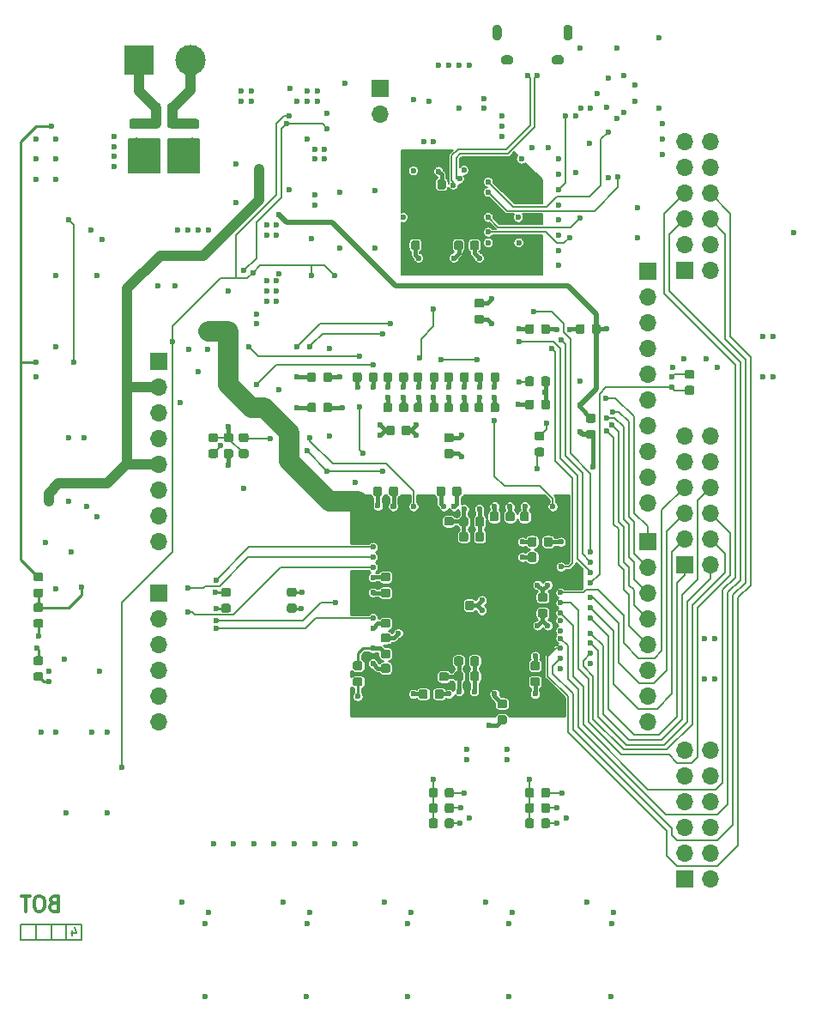
<source format=gbl>
G04 #@! TF.GenerationSoftware,KiCad,Pcbnew,5.1.0*
G04 #@! TF.CreationDate,2019-05-15T13:00:21+02:00*
G04 #@! TF.ProjectId,ice40_breakout,69636534-305f-4627-9265-616b6f75742e,rev?*
G04 #@! TF.SameCoordinates,Original*
G04 #@! TF.FileFunction,Copper,L4,Bot*
G04 #@! TF.FilePolarity,Positive*
%FSLAX46Y46*%
G04 Gerber Fmt 4.6, Leading zero omitted, Abs format (unit mm)*
G04 Created by KiCad (PCBNEW 5.1.0) date 2019-05-15 13:00:21*
%MOMM*%
%LPD*%
G04 APERTURE LIST*
%ADD10C,0.200000*%
%ADD11C,0.300000*%
%ADD12C,0.150000*%
%ADD13C,0.100000*%
%ADD14C,0.875000*%
%ADD15O,1.700000X1.700000*%
%ADD16R,1.700000X1.700000*%
%ADD17C,0.900000*%
%ADD18C,0.950000*%
%ADD19C,0.975000*%
%ADD20C,3.000000*%
%ADD21R,3.000000X3.000000*%
%ADD22C,0.600000*%
%ADD23C,0.250000*%
%ADD24C,0.400000*%
%ADD25C,0.500000*%
%ADD26C,2.000000*%
%ADD27C,1.000000*%
%ADD28C,0.254000*%
G04 APERTURE END LIST*
D10*
X107500000Y-129500000D02*
X107500000Y-131000000D01*
X106000000Y-129500000D02*
X106000000Y-131000000D01*
X104500000Y-129500000D02*
X104500000Y-131000000D01*
X103000000Y-129500000D02*
X103000000Y-131000000D01*
X101500000Y-131000000D02*
X107500000Y-131000000D01*
X101500000Y-129500000D02*
X107500000Y-129500000D01*
X101500000Y-129500000D02*
X101500000Y-131000000D01*
D11*
X104750000Y-127392857D02*
X104535714Y-127464285D01*
X104464285Y-127535714D01*
X104392857Y-127678571D01*
X104392857Y-127892857D01*
X104464285Y-128035714D01*
X104535714Y-128107142D01*
X104678571Y-128178571D01*
X105250000Y-128178571D01*
X105250000Y-126678571D01*
X104750000Y-126678571D01*
X104607142Y-126750000D01*
X104535714Y-126821428D01*
X104464285Y-126964285D01*
X104464285Y-127107142D01*
X104535714Y-127250000D01*
X104607142Y-127321428D01*
X104750000Y-127392857D01*
X105250000Y-127392857D01*
X103464285Y-126678571D02*
X103178571Y-126678571D01*
X103035714Y-126750000D01*
X102892857Y-126892857D01*
X102821428Y-127178571D01*
X102821428Y-127678571D01*
X102892857Y-127964285D01*
X103035714Y-128107142D01*
X103178571Y-128178571D01*
X103464285Y-128178571D01*
X103607142Y-128107142D01*
X103750000Y-127964285D01*
X103821428Y-127678571D01*
X103821428Y-127178571D01*
X103750000Y-126892857D01*
X103607142Y-126750000D01*
X103464285Y-126678571D01*
X102392857Y-126678571D02*
X101535714Y-126678571D01*
X101964285Y-128178571D02*
X101964285Y-126678571D01*
D12*
X106597619Y-130078571D02*
X106597619Y-130611904D01*
X106788095Y-129773809D02*
X106978571Y-130345238D01*
X106483333Y-130345238D01*
D13*
G36*
X167777691Y-74776053D02*
G01*
X167798926Y-74779203D01*
X167819750Y-74784419D01*
X167839962Y-74791651D01*
X167859368Y-74800830D01*
X167877781Y-74811866D01*
X167895024Y-74824654D01*
X167910930Y-74839070D01*
X167925346Y-74854976D01*
X167938134Y-74872219D01*
X167949170Y-74890632D01*
X167958349Y-74910038D01*
X167965581Y-74930250D01*
X167970797Y-74951074D01*
X167973947Y-74972309D01*
X167975000Y-74993750D01*
X167975000Y-75431250D01*
X167973947Y-75452691D01*
X167970797Y-75473926D01*
X167965581Y-75494750D01*
X167958349Y-75514962D01*
X167949170Y-75534368D01*
X167938134Y-75552781D01*
X167925346Y-75570024D01*
X167910930Y-75585930D01*
X167895024Y-75600346D01*
X167877781Y-75613134D01*
X167859368Y-75624170D01*
X167839962Y-75633349D01*
X167819750Y-75640581D01*
X167798926Y-75645797D01*
X167777691Y-75648947D01*
X167756250Y-75650000D01*
X167243750Y-75650000D01*
X167222309Y-75648947D01*
X167201074Y-75645797D01*
X167180250Y-75640581D01*
X167160038Y-75633349D01*
X167140632Y-75624170D01*
X167122219Y-75613134D01*
X167104976Y-75600346D01*
X167089070Y-75585930D01*
X167074654Y-75570024D01*
X167061866Y-75552781D01*
X167050830Y-75534368D01*
X167041651Y-75514962D01*
X167034419Y-75494750D01*
X167029203Y-75473926D01*
X167026053Y-75452691D01*
X167025000Y-75431250D01*
X167025000Y-74993750D01*
X167026053Y-74972309D01*
X167029203Y-74951074D01*
X167034419Y-74930250D01*
X167041651Y-74910038D01*
X167050830Y-74890632D01*
X167061866Y-74872219D01*
X167074654Y-74854976D01*
X167089070Y-74839070D01*
X167104976Y-74824654D01*
X167122219Y-74811866D01*
X167140632Y-74800830D01*
X167160038Y-74791651D01*
X167180250Y-74784419D01*
X167201074Y-74779203D01*
X167222309Y-74776053D01*
X167243750Y-74775000D01*
X167756250Y-74775000D01*
X167777691Y-74776053D01*
X167777691Y-74776053D01*
G37*
D14*
X167500000Y-75212500D03*
D13*
G36*
X167777691Y-76351053D02*
G01*
X167798926Y-76354203D01*
X167819750Y-76359419D01*
X167839962Y-76366651D01*
X167859368Y-76375830D01*
X167877781Y-76386866D01*
X167895024Y-76399654D01*
X167910930Y-76414070D01*
X167925346Y-76429976D01*
X167938134Y-76447219D01*
X167949170Y-76465632D01*
X167958349Y-76485038D01*
X167965581Y-76505250D01*
X167970797Y-76526074D01*
X167973947Y-76547309D01*
X167975000Y-76568750D01*
X167975000Y-77006250D01*
X167973947Y-77027691D01*
X167970797Y-77048926D01*
X167965581Y-77069750D01*
X167958349Y-77089962D01*
X167949170Y-77109368D01*
X167938134Y-77127781D01*
X167925346Y-77145024D01*
X167910930Y-77160930D01*
X167895024Y-77175346D01*
X167877781Y-77188134D01*
X167859368Y-77199170D01*
X167839962Y-77208349D01*
X167819750Y-77215581D01*
X167798926Y-77220797D01*
X167777691Y-77223947D01*
X167756250Y-77225000D01*
X167243750Y-77225000D01*
X167222309Y-77223947D01*
X167201074Y-77220797D01*
X167180250Y-77215581D01*
X167160038Y-77208349D01*
X167140632Y-77199170D01*
X167122219Y-77188134D01*
X167104976Y-77175346D01*
X167089070Y-77160930D01*
X167074654Y-77145024D01*
X167061866Y-77127781D01*
X167050830Y-77109368D01*
X167041651Y-77089962D01*
X167034419Y-77069750D01*
X167029203Y-77048926D01*
X167026053Y-77027691D01*
X167025000Y-77006250D01*
X167025000Y-76568750D01*
X167026053Y-76547309D01*
X167029203Y-76526074D01*
X167034419Y-76505250D01*
X167041651Y-76485038D01*
X167050830Y-76465632D01*
X167061866Y-76447219D01*
X167074654Y-76429976D01*
X167089070Y-76414070D01*
X167104976Y-76399654D01*
X167122219Y-76386866D01*
X167140632Y-76375830D01*
X167160038Y-76366651D01*
X167180250Y-76359419D01*
X167201074Y-76354203D01*
X167222309Y-76351053D01*
X167243750Y-76350000D01*
X167756250Y-76350000D01*
X167777691Y-76351053D01*
X167777691Y-76351053D01*
G37*
D14*
X167500000Y-76787500D03*
D13*
G36*
X153277691Y-98351053D02*
G01*
X153298926Y-98354203D01*
X153319750Y-98359419D01*
X153339962Y-98366651D01*
X153359368Y-98375830D01*
X153377781Y-98386866D01*
X153395024Y-98399654D01*
X153410930Y-98414070D01*
X153425346Y-98429976D01*
X153438134Y-98447219D01*
X153449170Y-98465632D01*
X153458349Y-98485038D01*
X153465581Y-98505250D01*
X153470797Y-98526074D01*
X153473947Y-98547309D01*
X153475000Y-98568750D01*
X153475000Y-99006250D01*
X153473947Y-99027691D01*
X153470797Y-99048926D01*
X153465581Y-99069750D01*
X153458349Y-99089962D01*
X153449170Y-99109368D01*
X153438134Y-99127781D01*
X153425346Y-99145024D01*
X153410930Y-99160930D01*
X153395024Y-99175346D01*
X153377781Y-99188134D01*
X153359368Y-99199170D01*
X153339962Y-99208349D01*
X153319750Y-99215581D01*
X153298926Y-99220797D01*
X153277691Y-99223947D01*
X153256250Y-99225000D01*
X152743750Y-99225000D01*
X152722309Y-99223947D01*
X152701074Y-99220797D01*
X152680250Y-99215581D01*
X152660038Y-99208349D01*
X152640632Y-99199170D01*
X152622219Y-99188134D01*
X152604976Y-99175346D01*
X152589070Y-99160930D01*
X152574654Y-99145024D01*
X152561866Y-99127781D01*
X152550830Y-99109368D01*
X152541651Y-99089962D01*
X152534419Y-99069750D01*
X152529203Y-99048926D01*
X152526053Y-99027691D01*
X152525000Y-99006250D01*
X152525000Y-98568750D01*
X152526053Y-98547309D01*
X152529203Y-98526074D01*
X152534419Y-98505250D01*
X152541651Y-98485038D01*
X152550830Y-98465632D01*
X152561866Y-98447219D01*
X152574654Y-98429976D01*
X152589070Y-98414070D01*
X152604976Y-98399654D01*
X152622219Y-98386866D01*
X152640632Y-98375830D01*
X152660038Y-98366651D01*
X152680250Y-98359419D01*
X152701074Y-98354203D01*
X152722309Y-98351053D01*
X152743750Y-98350000D01*
X153256250Y-98350000D01*
X153277691Y-98351053D01*
X153277691Y-98351053D01*
G37*
D14*
X153000000Y-98787500D03*
D13*
G36*
X153277691Y-96776053D02*
G01*
X153298926Y-96779203D01*
X153319750Y-96784419D01*
X153339962Y-96791651D01*
X153359368Y-96800830D01*
X153377781Y-96811866D01*
X153395024Y-96824654D01*
X153410930Y-96839070D01*
X153425346Y-96854976D01*
X153438134Y-96872219D01*
X153449170Y-96890632D01*
X153458349Y-96910038D01*
X153465581Y-96930250D01*
X153470797Y-96951074D01*
X153473947Y-96972309D01*
X153475000Y-96993750D01*
X153475000Y-97431250D01*
X153473947Y-97452691D01*
X153470797Y-97473926D01*
X153465581Y-97494750D01*
X153458349Y-97514962D01*
X153449170Y-97534368D01*
X153438134Y-97552781D01*
X153425346Y-97570024D01*
X153410930Y-97585930D01*
X153395024Y-97600346D01*
X153377781Y-97613134D01*
X153359368Y-97624170D01*
X153339962Y-97633349D01*
X153319750Y-97640581D01*
X153298926Y-97645797D01*
X153277691Y-97648947D01*
X153256250Y-97650000D01*
X152743750Y-97650000D01*
X152722309Y-97648947D01*
X152701074Y-97645797D01*
X152680250Y-97640581D01*
X152660038Y-97633349D01*
X152640632Y-97624170D01*
X152622219Y-97613134D01*
X152604976Y-97600346D01*
X152589070Y-97585930D01*
X152574654Y-97570024D01*
X152561866Y-97552781D01*
X152550830Y-97534368D01*
X152541651Y-97514962D01*
X152534419Y-97494750D01*
X152529203Y-97473926D01*
X152526053Y-97452691D01*
X152525000Y-97431250D01*
X152525000Y-96993750D01*
X152526053Y-96972309D01*
X152529203Y-96951074D01*
X152534419Y-96930250D01*
X152541651Y-96910038D01*
X152550830Y-96890632D01*
X152561866Y-96872219D01*
X152574654Y-96854976D01*
X152589070Y-96839070D01*
X152604976Y-96824654D01*
X152622219Y-96811866D01*
X152640632Y-96800830D01*
X152660038Y-96791651D01*
X152680250Y-96784419D01*
X152701074Y-96779203D01*
X152722309Y-96776053D01*
X152743750Y-96775000D01*
X153256250Y-96775000D01*
X153277691Y-96776053D01*
X153277691Y-96776053D01*
G37*
D14*
X153000000Y-97212500D03*
D15*
X137000000Y-49540000D03*
D16*
X137000000Y-47000000D03*
D15*
X163340000Y-87930000D03*
X163340000Y-85390000D03*
X163340000Y-82850000D03*
X163340000Y-80310000D03*
X163340000Y-77770000D03*
X163340000Y-75230000D03*
X163340000Y-72690000D03*
X163340000Y-70150000D03*
X163340000Y-67610000D03*
D16*
X163340000Y-65070000D03*
D15*
X115080000Y-91740000D03*
X115080000Y-89200000D03*
X115080000Y-86660000D03*
X115080000Y-84120000D03*
X115080000Y-81580000D03*
X115080000Y-79040000D03*
X115080000Y-76500000D03*
D16*
X115080000Y-73960000D03*
D15*
X115080000Y-109520000D03*
X115080000Y-106980000D03*
X115080000Y-104440000D03*
X115080000Y-101900000D03*
X115080000Y-99360000D03*
D16*
X115080000Y-96820000D03*
D15*
X163340000Y-109520000D03*
X163340000Y-106980000D03*
X163340000Y-104440000D03*
X163340000Y-101900000D03*
X163340000Y-99360000D03*
X163340000Y-96820000D03*
X163340000Y-94280000D03*
D16*
X163340000Y-91740000D03*
D13*
G36*
X148544109Y-40727167D02*
G01*
X148587792Y-40733647D01*
X148630629Y-40744377D01*
X148672209Y-40759254D01*
X148712130Y-40778135D01*
X148750008Y-40800839D01*
X148785478Y-40827145D01*
X148818199Y-40856802D01*
X148847856Y-40889523D01*
X148874162Y-40924993D01*
X148896866Y-40962871D01*
X148915747Y-41002792D01*
X148930624Y-41044372D01*
X148941354Y-41087209D01*
X148947834Y-41130892D01*
X148950001Y-41175000D01*
X148950001Y-41825000D01*
X148947834Y-41869108D01*
X148941354Y-41912791D01*
X148930624Y-41955628D01*
X148915747Y-41997208D01*
X148896866Y-42037129D01*
X148874162Y-42075007D01*
X148847856Y-42110477D01*
X148818199Y-42143198D01*
X148785478Y-42172855D01*
X148750008Y-42199161D01*
X148712130Y-42221865D01*
X148672209Y-42240746D01*
X148630629Y-42255623D01*
X148587792Y-42266353D01*
X148544109Y-42272833D01*
X148500001Y-42275000D01*
X148499999Y-42275000D01*
X148455891Y-42272833D01*
X148412208Y-42266353D01*
X148369371Y-42255623D01*
X148327791Y-42240746D01*
X148287870Y-42221865D01*
X148249992Y-42199161D01*
X148214522Y-42172855D01*
X148181801Y-42143198D01*
X148152144Y-42110477D01*
X148125838Y-42075007D01*
X148103134Y-42037129D01*
X148084253Y-41997208D01*
X148069376Y-41955628D01*
X148058646Y-41912791D01*
X148052166Y-41869108D01*
X148049999Y-41825000D01*
X148049999Y-41175000D01*
X148052166Y-41130892D01*
X148058646Y-41087209D01*
X148069376Y-41044372D01*
X148084253Y-41002792D01*
X148103134Y-40962871D01*
X148125838Y-40924993D01*
X148152144Y-40889523D01*
X148181801Y-40856802D01*
X148214522Y-40827145D01*
X148249992Y-40800839D01*
X148287870Y-40778135D01*
X148327791Y-40759254D01*
X148369371Y-40744377D01*
X148412208Y-40733647D01*
X148455891Y-40727167D01*
X148499999Y-40725000D01*
X148500001Y-40725000D01*
X148544109Y-40727167D01*
X148544109Y-40727167D01*
G37*
D17*
X148500000Y-41500000D03*
D13*
G36*
X155544109Y-40727167D02*
G01*
X155587792Y-40733647D01*
X155630629Y-40744377D01*
X155672209Y-40759254D01*
X155712130Y-40778135D01*
X155750008Y-40800839D01*
X155785478Y-40827145D01*
X155818199Y-40856802D01*
X155847856Y-40889523D01*
X155874162Y-40924993D01*
X155896866Y-40962871D01*
X155915747Y-41002792D01*
X155930624Y-41044372D01*
X155941354Y-41087209D01*
X155947834Y-41130892D01*
X155950001Y-41175000D01*
X155950001Y-41825000D01*
X155947834Y-41869108D01*
X155941354Y-41912791D01*
X155930624Y-41955628D01*
X155915747Y-41997208D01*
X155896866Y-42037129D01*
X155874162Y-42075007D01*
X155847856Y-42110477D01*
X155818199Y-42143198D01*
X155785478Y-42172855D01*
X155750008Y-42199161D01*
X155712130Y-42221865D01*
X155672209Y-42240746D01*
X155630629Y-42255623D01*
X155587792Y-42266353D01*
X155544109Y-42272833D01*
X155500001Y-42275000D01*
X155499999Y-42275000D01*
X155455891Y-42272833D01*
X155412208Y-42266353D01*
X155369371Y-42255623D01*
X155327791Y-42240746D01*
X155287870Y-42221865D01*
X155249992Y-42199161D01*
X155214522Y-42172855D01*
X155181801Y-42143198D01*
X155152144Y-42110477D01*
X155125838Y-42075007D01*
X155103134Y-42037129D01*
X155084253Y-41997208D01*
X155069376Y-41955628D01*
X155058646Y-41912791D01*
X155052166Y-41869108D01*
X155049999Y-41825000D01*
X155049999Y-41175000D01*
X155052166Y-41130892D01*
X155058646Y-41087209D01*
X155069376Y-41044372D01*
X155084253Y-41002792D01*
X155103134Y-40962871D01*
X155125838Y-40924993D01*
X155152144Y-40889523D01*
X155181801Y-40856802D01*
X155214522Y-40827145D01*
X155249992Y-40800839D01*
X155287870Y-40778135D01*
X155327791Y-40759254D01*
X155369371Y-40744377D01*
X155412208Y-40733647D01*
X155455891Y-40727167D01*
X155499999Y-40725000D01*
X155500001Y-40725000D01*
X155544109Y-40727167D01*
X155544109Y-40727167D01*
G37*
D17*
X155500000Y-41500000D03*
D13*
G36*
X149696558Y-43727286D02*
G01*
X149742668Y-43734126D01*
X149787885Y-43745452D01*
X149831775Y-43761156D01*
X149873913Y-43781086D01*
X149913896Y-43805051D01*
X149951337Y-43832819D01*
X149985876Y-43864123D01*
X150017180Y-43898662D01*
X150044948Y-43936103D01*
X150068913Y-43976086D01*
X150088843Y-44018224D01*
X150104547Y-44062114D01*
X150115873Y-44107331D01*
X150122713Y-44153441D01*
X150125000Y-44199999D01*
X150125000Y-44200001D01*
X150122713Y-44246559D01*
X150115873Y-44292669D01*
X150104547Y-44337886D01*
X150088843Y-44381776D01*
X150068913Y-44423914D01*
X150044948Y-44463897D01*
X150017180Y-44501338D01*
X149985876Y-44535877D01*
X149951337Y-44567181D01*
X149913896Y-44594949D01*
X149873913Y-44618914D01*
X149831775Y-44638844D01*
X149787885Y-44654548D01*
X149742668Y-44665874D01*
X149696558Y-44672714D01*
X149650000Y-44675001D01*
X149350000Y-44675001D01*
X149303442Y-44672714D01*
X149257332Y-44665874D01*
X149212115Y-44654548D01*
X149168225Y-44638844D01*
X149126087Y-44618914D01*
X149086104Y-44594949D01*
X149048663Y-44567181D01*
X149014124Y-44535877D01*
X148982820Y-44501338D01*
X148955052Y-44463897D01*
X148931087Y-44423914D01*
X148911157Y-44381776D01*
X148895453Y-44337886D01*
X148884127Y-44292669D01*
X148877287Y-44246559D01*
X148875000Y-44200001D01*
X148875000Y-44199999D01*
X148877287Y-44153441D01*
X148884127Y-44107331D01*
X148895453Y-44062114D01*
X148911157Y-44018224D01*
X148931087Y-43976086D01*
X148955052Y-43936103D01*
X148982820Y-43898662D01*
X149014124Y-43864123D01*
X149048663Y-43832819D01*
X149086104Y-43805051D01*
X149126087Y-43781086D01*
X149168225Y-43761156D01*
X149212115Y-43745452D01*
X149257332Y-43734126D01*
X149303442Y-43727286D01*
X149350000Y-43724999D01*
X149650000Y-43724999D01*
X149696558Y-43727286D01*
X149696558Y-43727286D01*
G37*
D18*
X149500000Y-44200000D03*
D13*
G36*
X154696558Y-43727286D02*
G01*
X154742668Y-43734126D01*
X154787885Y-43745452D01*
X154831775Y-43761156D01*
X154873913Y-43781086D01*
X154913896Y-43805051D01*
X154951337Y-43832819D01*
X154985876Y-43864123D01*
X155017180Y-43898662D01*
X155044948Y-43936103D01*
X155068913Y-43976086D01*
X155088843Y-44018224D01*
X155104547Y-44062114D01*
X155115873Y-44107331D01*
X155122713Y-44153441D01*
X155125000Y-44199999D01*
X155125000Y-44200001D01*
X155122713Y-44246559D01*
X155115873Y-44292669D01*
X155104547Y-44337886D01*
X155088843Y-44381776D01*
X155068913Y-44423914D01*
X155044948Y-44463897D01*
X155017180Y-44501338D01*
X154985876Y-44535877D01*
X154951337Y-44567181D01*
X154913896Y-44594949D01*
X154873913Y-44618914D01*
X154831775Y-44638844D01*
X154787885Y-44654548D01*
X154742668Y-44665874D01*
X154696558Y-44672714D01*
X154650000Y-44675001D01*
X154350000Y-44675001D01*
X154303442Y-44672714D01*
X154257332Y-44665874D01*
X154212115Y-44654548D01*
X154168225Y-44638844D01*
X154126087Y-44618914D01*
X154086104Y-44594949D01*
X154048663Y-44567181D01*
X154014124Y-44535877D01*
X153982820Y-44501338D01*
X153955052Y-44463897D01*
X153931087Y-44423914D01*
X153911157Y-44381776D01*
X153895453Y-44337886D01*
X153884127Y-44292669D01*
X153877287Y-44246559D01*
X153875000Y-44200001D01*
X153875000Y-44199999D01*
X153877287Y-44153441D01*
X153884127Y-44107331D01*
X153895453Y-44062114D01*
X153911157Y-44018224D01*
X153931087Y-43976086D01*
X153955052Y-43936103D01*
X153982820Y-43898662D01*
X154014124Y-43864123D01*
X154048663Y-43832819D01*
X154086104Y-43805051D01*
X154126087Y-43781086D01*
X154168225Y-43761156D01*
X154212115Y-43745452D01*
X154257332Y-43734126D01*
X154303442Y-43727286D01*
X154350000Y-43724999D01*
X154650000Y-43724999D01*
X154696558Y-43727286D01*
X154696558Y-43727286D01*
G37*
D18*
X154500000Y-44200000D03*
D15*
X169540000Y-112300000D03*
X167000000Y-112300000D03*
X169540000Y-114840000D03*
X167000000Y-114840000D03*
X169540000Y-117380000D03*
X167000000Y-117380000D03*
X169540000Y-119920000D03*
X167000000Y-119920000D03*
X169540000Y-122460000D03*
X167000000Y-122460000D03*
X169540000Y-125000000D03*
D16*
X167000000Y-125000000D03*
D15*
X169540000Y-81300000D03*
X167000000Y-81300000D03*
X169540000Y-83840000D03*
X167000000Y-83840000D03*
X169540000Y-86380000D03*
X167000000Y-86380000D03*
X169540000Y-88920000D03*
X167000000Y-88920000D03*
X169540000Y-91460000D03*
X167000000Y-91460000D03*
X169540000Y-94000000D03*
D16*
X167000000Y-94000000D03*
D15*
X169540000Y-52300000D03*
X167000000Y-52300000D03*
X169540000Y-54840000D03*
X167000000Y-54840000D03*
X169540000Y-57380000D03*
X167000000Y-57380000D03*
X169540000Y-59920000D03*
X167000000Y-59920000D03*
X169540000Y-62460000D03*
X167000000Y-62460000D03*
X169540000Y-65000000D03*
D16*
X167000000Y-65000000D03*
D13*
G36*
X114980142Y-52001174D02*
G01*
X115003803Y-52004684D01*
X115027007Y-52010496D01*
X115049529Y-52018554D01*
X115071153Y-52028782D01*
X115091670Y-52041079D01*
X115110883Y-52055329D01*
X115128607Y-52071393D01*
X115144671Y-52089117D01*
X115158921Y-52108330D01*
X115171218Y-52128847D01*
X115181446Y-52150471D01*
X115189504Y-52172993D01*
X115195316Y-52196197D01*
X115198826Y-52219858D01*
X115200000Y-52243750D01*
X115200000Y-53156250D01*
X115198826Y-53180142D01*
X115195316Y-53203803D01*
X115189504Y-53227007D01*
X115181446Y-53249529D01*
X115171218Y-53271153D01*
X115158921Y-53291670D01*
X115144671Y-53310883D01*
X115128607Y-53328607D01*
X115110883Y-53344671D01*
X115091670Y-53358921D01*
X115071153Y-53371218D01*
X115049529Y-53381446D01*
X115027007Y-53389504D01*
X115003803Y-53395316D01*
X114980142Y-53398826D01*
X114956250Y-53400000D01*
X114468750Y-53400000D01*
X114444858Y-53398826D01*
X114421197Y-53395316D01*
X114397993Y-53389504D01*
X114375471Y-53381446D01*
X114353847Y-53371218D01*
X114333330Y-53358921D01*
X114314117Y-53344671D01*
X114296393Y-53328607D01*
X114280329Y-53310883D01*
X114266079Y-53291670D01*
X114253782Y-53271153D01*
X114243554Y-53249529D01*
X114235496Y-53227007D01*
X114229684Y-53203803D01*
X114226174Y-53180142D01*
X114225000Y-53156250D01*
X114225000Y-52243750D01*
X114226174Y-52219858D01*
X114229684Y-52196197D01*
X114235496Y-52172993D01*
X114243554Y-52150471D01*
X114253782Y-52128847D01*
X114266079Y-52108330D01*
X114280329Y-52089117D01*
X114296393Y-52071393D01*
X114314117Y-52055329D01*
X114333330Y-52041079D01*
X114353847Y-52028782D01*
X114375471Y-52018554D01*
X114397993Y-52010496D01*
X114421197Y-52004684D01*
X114444858Y-52001174D01*
X114468750Y-52000000D01*
X114956250Y-52000000D01*
X114980142Y-52001174D01*
X114980142Y-52001174D01*
G37*
D19*
X114712500Y-52700000D03*
D13*
G36*
X116855142Y-52001174D02*
G01*
X116878803Y-52004684D01*
X116902007Y-52010496D01*
X116924529Y-52018554D01*
X116946153Y-52028782D01*
X116966670Y-52041079D01*
X116985883Y-52055329D01*
X117003607Y-52071393D01*
X117019671Y-52089117D01*
X117033921Y-52108330D01*
X117046218Y-52128847D01*
X117056446Y-52150471D01*
X117064504Y-52172993D01*
X117070316Y-52196197D01*
X117073826Y-52219858D01*
X117075000Y-52243750D01*
X117075000Y-53156250D01*
X117073826Y-53180142D01*
X117070316Y-53203803D01*
X117064504Y-53227007D01*
X117056446Y-53249529D01*
X117046218Y-53271153D01*
X117033921Y-53291670D01*
X117019671Y-53310883D01*
X117003607Y-53328607D01*
X116985883Y-53344671D01*
X116966670Y-53358921D01*
X116946153Y-53371218D01*
X116924529Y-53381446D01*
X116902007Y-53389504D01*
X116878803Y-53395316D01*
X116855142Y-53398826D01*
X116831250Y-53400000D01*
X116343750Y-53400000D01*
X116319858Y-53398826D01*
X116296197Y-53395316D01*
X116272993Y-53389504D01*
X116250471Y-53381446D01*
X116228847Y-53371218D01*
X116208330Y-53358921D01*
X116189117Y-53344671D01*
X116171393Y-53328607D01*
X116155329Y-53310883D01*
X116141079Y-53291670D01*
X116128782Y-53271153D01*
X116118554Y-53249529D01*
X116110496Y-53227007D01*
X116104684Y-53203803D01*
X116101174Y-53180142D01*
X116100000Y-53156250D01*
X116100000Y-52243750D01*
X116101174Y-52219858D01*
X116104684Y-52196197D01*
X116110496Y-52172993D01*
X116118554Y-52150471D01*
X116128782Y-52128847D01*
X116141079Y-52108330D01*
X116155329Y-52089117D01*
X116171393Y-52071393D01*
X116189117Y-52055329D01*
X116208330Y-52041079D01*
X116228847Y-52028782D01*
X116250471Y-52018554D01*
X116272993Y-52010496D01*
X116296197Y-52004684D01*
X116319858Y-52001174D01*
X116343750Y-52000000D01*
X116831250Y-52000000D01*
X116855142Y-52001174D01*
X116855142Y-52001174D01*
G37*
D19*
X116587500Y-52700000D03*
D13*
G36*
X118880142Y-50026174D02*
G01*
X118903803Y-50029684D01*
X118927007Y-50035496D01*
X118949529Y-50043554D01*
X118971153Y-50053782D01*
X118991670Y-50066079D01*
X119010883Y-50080329D01*
X119028607Y-50096393D01*
X119044671Y-50114117D01*
X119058921Y-50133330D01*
X119071218Y-50153847D01*
X119081446Y-50175471D01*
X119089504Y-50197993D01*
X119095316Y-50221197D01*
X119098826Y-50244858D01*
X119100000Y-50268750D01*
X119100000Y-50756250D01*
X119098826Y-50780142D01*
X119095316Y-50803803D01*
X119089504Y-50827007D01*
X119081446Y-50849529D01*
X119071218Y-50871153D01*
X119058921Y-50891670D01*
X119044671Y-50910883D01*
X119028607Y-50928607D01*
X119010883Y-50944671D01*
X118991670Y-50958921D01*
X118971153Y-50971218D01*
X118949529Y-50981446D01*
X118927007Y-50989504D01*
X118903803Y-50995316D01*
X118880142Y-50998826D01*
X118856250Y-51000000D01*
X117943750Y-51000000D01*
X117919858Y-50998826D01*
X117896197Y-50995316D01*
X117872993Y-50989504D01*
X117850471Y-50981446D01*
X117828847Y-50971218D01*
X117808330Y-50958921D01*
X117789117Y-50944671D01*
X117771393Y-50928607D01*
X117755329Y-50910883D01*
X117741079Y-50891670D01*
X117728782Y-50871153D01*
X117718554Y-50849529D01*
X117710496Y-50827007D01*
X117704684Y-50803803D01*
X117701174Y-50780142D01*
X117700000Y-50756250D01*
X117700000Y-50268750D01*
X117701174Y-50244858D01*
X117704684Y-50221197D01*
X117710496Y-50197993D01*
X117718554Y-50175471D01*
X117728782Y-50153847D01*
X117741079Y-50133330D01*
X117755329Y-50114117D01*
X117771393Y-50096393D01*
X117789117Y-50080329D01*
X117808330Y-50066079D01*
X117828847Y-50053782D01*
X117850471Y-50043554D01*
X117872993Y-50035496D01*
X117896197Y-50029684D01*
X117919858Y-50026174D01*
X117943750Y-50025000D01*
X118856250Y-50025000D01*
X118880142Y-50026174D01*
X118880142Y-50026174D01*
G37*
D19*
X118400000Y-50512500D03*
D13*
G36*
X118880142Y-51901174D02*
G01*
X118903803Y-51904684D01*
X118927007Y-51910496D01*
X118949529Y-51918554D01*
X118971153Y-51928782D01*
X118991670Y-51941079D01*
X119010883Y-51955329D01*
X119028607Y-51971393D01*
X119044671Y-51989117D01*
X119058921Y-52008330D01*
X119071218Y-52028847D01*
X119081446Y-52050471D01*
X119089504Y-52072993D01*
X119095316Y-52096197D01*
X119098826Y-52119858D01*
X119100000Y-52143750D01*
X119100000Y-52631250D01*
X119098826Y-52655142D01*
X119095316Y-52678803D01*
X119089504Y-52702007D01*
X119081446Y-52724529D01*
X119071218Y-52746153D01*
X119058921Y-52766670D01*
X119044671Y-52785883D01*
X119028607Y-52803607D01*
X119010883Y-52819671D01*
X118991670Y-52833921D01*
X118971153Y-52846218D01*
X118949529Y-52856446D01*
X118927007Y-52864504D01*
X118903803Y-52870316D01*
X118880142Y-52873826D01*
X118856250Y-52875000D01*
X117943750Y-52875000D01*
X117919858Y-52873826D01*
X117896197Y-52870316D01*
X117872993Y-52864504D01*
X117850471Y-52856446D01*
X117828847Y-52846218D01*
X117808330Y-52833921D01*
X117789117Y-52819671D01*
X117771393Y-52803607D01*
X117755329Y-52785883D01*
X117741079Y-52766670D01*
X117728782Y-52746153D01*
X117718554Y-52724529D01*
X117710496Y-52702007D01*
X117704684Y-52678803D01*
X117701174Y-52655142D01*
X117700000Y-52631250D01*
X117700000Y-52143750D01*
X117701174Y-52119858D01*
X117704684Y-52096197D01*
X117710496Y-52072993D01*
X117718554Y-52050471D01*
X117728782Y-52028847D01*
X117741079Y-52008330D01*
X117755329Y-51989117D01*
X117771393Y-51971393D01*
X117789117Y-51955329D01*
X117808330Y-51941079D01*
X117828847Y-51928782D01*
X117850471Y-51918554D01*
X117872993Y-51910496D01*
X117896197Y-51904684D01*
X117919858Y-51901174D01*
X117943750Y-51900000D01*
X118856250Y-51900000D01*
X118880142Y-51901174D01*
X118880142Y-51901174D01*
G37*
D19*
X118400000Y-52387500D03*
D13*
G36*
X113380142Y-50026174D02*
G01*
X113403803Y-50029684D01*
X113427007Y-50035496D01*
X113449529Y-50043554D01*
X113471153Y-50053782D01*
X113491670Y-50066079D01*
X113510883Y-50080329D01*
X113528607Y-50096393D01*
X113544671Y-50114117D01*
X113558921Y-50133330D01*
X113571218Y-50153847D01*
X113581446Y-50175471D01*
X113589504Y-50197993D01*
X113595316Y-50221197D01*
X113598826Y-50244858D01*
X113600000Y-50268750D01*
X113600000Y-50756250D01*
X113598826Y-50780142D01*
X113595316Y-50803803D01*
X113589504Y-50827007D01*
X113581446Y-50849529D01*
X113571218Y-50871153D01*
X113558921Y-50891670D01*
X113544671Y-50910883D01*
X113528607Y-50928607D01*
X113510883Y-50944671D01*
X113491670Y-50958921D01*
X113471153Y-50971218D01*
X113449529Y-50981446D01*
X113427007Y-50989504D01*
X113403803Y-50995316D01*
X113380142Y-50998826D01*
X113356250Y-51000000D01*
X112443750Y-51000000D01*
X112419858Y-50998826D01*
X112396197Y-50995316D01*
X112372993Y-50989504D01*
X112350471Y-50981446D01*
X112328847Y-50971218D01*
X112308330Y-50958921D01*
X112289117Y-50944671D01*
X112271393Y-50928607D01*
X112255329Y-50910883D01*
X112241079Y-50891670D01*
X112228782Y-50871153D01*
X112218554Y-50849529D01*
X112210496Y-50827007D01*
X112204684Y-50803803D01*
X112201174Y-50780142D01*
X112200000Y-50756250D01*
X112200000Y-50268750D01*
X112201174Y-50244858D01*
X112204684Y-50221197D01*
X112210496Y-50197993D01*
X112218554Y-50175471D01*
X112228782Y-50153847D01*
X112241079Y-50133330D01*
X112255329Y-50114117D01*
X112271393Y-50096393D01*
X112289117Y-50080329D01*
X112308330Y-50066079D01*
X112328847Y-50053782D01*
X112350471Y-50043554D01*
X112372993Y-50035496D01*
X112396197Y-50029684D01*
X112419858Y-50026174D01*
X112443750Y-50025000D01*
X113356250Y-50025000D01*
X113380142Y-50026174D01*
X113380142Y-50026174D01*
G37*
D19*
X112900000Y-50512500D03*
D13*
G36*
X113380142Y-51901174D02*
G01*
X113403803Y-51904684D01*
X113427007Y-51910496D01*
X113449529Y-51918554D01*
X113471153Y-51928782D01*
X113491670Y-51941079D01*
X113510883Y-51955329D01*
X113528607Y-51971393D01*
X113544671Y-51989117D01*
X113558921Y-52008330D01*
X113571218Y-52028847D01*
X113581446Y-52050471D01*
X113589504Y-52072993D01*
X113595316Y-52096197D01*
X113598826Y-52119858D01*
X113600000Y-52143750D01*
X113600000Y-52631250D01*
X113598826Y-52655142D01*
X113595316Y-52678803D01*
X113589504Y-52702007D01*
X113581446Y-52724529D01*
X113571218Y-52746153D01*
X113558921Y-52766670D01*
X113544671Y-52785883D01*
X113528607Y-52803607D01*
X113510883Y-52819671D01*
X113491670Y-52833921D01*
X113471153Y-52846218D01*
X113449529Y-52856446D01*
X113427007Y-52864504D01*
X113403803Y-52870316D01*
X113380142Y-52873826D01*
X113356250Y-52875000D01*
X112443750Y-52875000D01*
X112419858Y-52873826D01*
X112396197Y-52870316D01*
X112372993Y-52864504D01*
X112350471Y-52856446D01*
X112328847Y-52846218D01*
X112308330Y-52833921D01*
X112289117Y-52819671D01*
X112271393Y-52803607D01*
X112255329Y-52785883D01*
X112241079Y-52766670D01*
X112228782Y-52746153D01*
X112218554Y-52724529D01*
X112210496Y-52702007D01*
X112204684Y-52678803D01*
X112201174Y-52655142D01*
X112200000Y-52631250D01*
X112200000Y-52143750D01*
X112201174Y-52119858D01*
X112204684Y-52096197D01*
X112210496Y-52072993D01*
X112218554Y-52050471D01*
X112228782Y-52028847D01*
X112241079Y-52008330D01*
X112255329Y-51989117D01*
X112271393Y-51971393D01*
X112289117Y-51955329D01*
X112308330Y-51941079D01*
X112328847Y-51928782D01*
X112350471Y-51918554D01*
X112372993Y-51910496D01*
X112396197Y-51904684D01*
X112419858Y-51901174D01*
X112443750Y-51900000D01*
X113356250Y-51900000D01*
X113380142Y-51901174D01*
X113380142Y-51901174D01*
G37*
D19*
X112900000Y-52387500D03*
D20*
X118230000Y-44200000D03*
D21*
X113150000Y-44200000D03*
D13*
G36*
X135027691Y-103526053D02*
G01*
X135048926Y-103529203D01*
X135069750Y-103534419D01*
X135089962Y-103541651D01*
X135109368Y-103550830D01*
X135127781Y-103561866D01*
X135145024Y-103574654D01*
X135160930Y-103589070D01*
X135175346Y-103604976D01*
X135188134Y-103622219D01*
X135199170Y-103640632D01*
X135208349Y-103660038D01*
X135215581Y-103680250D01*
X135220797Y-103701074D01*
X135223947Y-103722309D01*
X135225000Y-103743750D01*
X135225000Y-104181250D01*
X135223947Y-104202691D01*
X135220797Y-104223926D01*
X135215581Y-104244750D01*
X135208349Y-104264962D01*
X135199170Y-104284368D01*
X135188134Y-104302781D01*
X135175346Y-104320024D01*
X135160930Y-104335930D01*
X135145024Y-104350346D01*
X135127781Y-104363134D01*
X135109368Y-104374170D01*
X135089962Y-104383349D01*
X135069750Y-104390581D01*
X135048926Y-104395797D01*
X135027691Y-104398947D01*
X135006250Y-104400000D01*
X134493750Y-104400000D01*
X134472309Y-104398947D01*
X134451074Y-104395797D01*
X134430250Y-104390581D01*
X134410038Y-104383349D01*
X134390632Y-104374170D01*
X134372219Y-104363134D01*
X134354976Y-104350346D01*
X134339070Y-104335930D01*
X134324654Y-104320024D01*
X134311866Y-104302781D01*
X134300830Y-104284368D01*
X134291651Y-104264962D01*
X134284419Y-104244750D01*
X134279203Y-104223926D01*
X134276053Y-104202691D01*
X134275000Y-104181250D01*
X134275000Y-103743750D01*
X134276053Y-103722309D01*
X134279203Y-103701074D01*
X134284419Y-103680250D01*
X134291651Y-103660038D01*
X134300830Y-103640632D01*
X134311866Y-103622219D01*
X134324654Y-103604976D01*
X134339070Y-103589070D01*
X134354976Y-103574654D01*
X134372219Y-103561866D01*
X134390632Y-103550830D01*
X134410038Y-103541651D01*
X134430250Y-103534419D01*
X134451074Y-103529203D01*
X134472309Y-103526053D01*
X134493750Y-103525000D01*
X135006250Y-103525000D01*
X135027691Y-103526053D01*
X135027691Y-103526053D01*
G37*
D14*
X134750000Y-103962500D03*
D13*
G36*
X135027691Y-105101053D02*
G01*
X135048926Y-105104203D01*
X135069750Y-105109419D01*
X135089962Y-105116651D01*
X135109368Y-105125830D01*
X135127781Y-105136866D01*
X135145024Y-105149654D01*
X135160930Y-105164070D01*
X135175346Y-105179976D01*
X135188134Y-105197219D01*
X135199170Y-105215632D01*
X135208349Y-105235038D01*
X135215581Y-105255250D01*
X135220797Y-105276074D01*
X135223947Y-105297309D01*
X135225000Y-105318750D01*
X135225000Y-105756250D01*
X135223947Y-105777691D01*
X135220797Y-105798926D01*
X135215581Y-105819750D01*
X135208349Y-105839962D01*
X135199170Y-105859368D01*
X135188134Y-105877781D01*
X135175346Y-105895024D01*
X135160930Y-105910930D01*
X135145024Y-105925346D01*
X135127781Y-105938134D01*
X135109368Y-105949170D01*
X135089962Y-105958349D01*
X135069750Y-105965581D01*
X135048926Y-105970797D01*
X135027691Y-105973947D01*
X135006250Y-105975000D01*
X134493750Y-105975000D01*
X134472309Y-105973947D01*
X134451074Y-105970797D01*
X134430250Y-105965581D01*
X134410038Y-105958349D01*
X134390632Y-105949170D01*
X134372219Y-105938134D01*
X134354976Y-105925346D01*
X134339070Y-105910930D01*
X134324654Y-105895024D01*
X134311866Y-105877781D01*
X134300830Y-105859368D01*
X134291651Y-105839962D01*
X134284419Y-105819750D01*
X134279203Y-105798926D01*
X134276053Y-105777691D01*
X134275000Y-105756250D01*
X134275000Y-105318750D01*
X134276053Y-105297309D01*
X134279203Y-105276074D01*
X134284419Y-105255250D01*
X134291651Y-105235038D01*
X134300830Y-105215632D01*
X134311866Y-105197219D01*
X134324654Y-105179976D01*
X134339070Y-105164070D01*
X134354976Y-105149654D01*
X134372219Y-105136866D01*
X134390632Y-105125830D01*
X134410038Y-105116651D01*
X134430250Y-105109419D01*
X134451074Y-105104203D01*
X134472309Y-105101053D01*
X134493750Y-105100000D01*
X135006250Y-105100000D01*
X135027691Y-105101053D01*
X135027691Y-105101053D01*
G37*
D14*
X134750000Y-105537500D03*
D13*
G36*
X137777691Y-94776053D02*
G01*
X137798926Y-94779203D01*
X137819750Y-94784419D01*
X137839962Y-94791651D01*
X137859368Y-94800830D01*
X137877781Y-94811866D01*
X137895024Y-94824654D01*
X137910930Y-94839070D01*
X137925346Y-94854976D01*
X137938134Y-94872219D01*
X137949170Y-94890632D01*
X137958349Y-94910038D01*
X137965581Y-94930250D01*
X137970797Y-94951074D01*
X137973947Y-94972309D01*
X137975000Y-94993750D01*
X137975000Y-95431250D01*
X137973947Y-95452691D01*
X137970797Y-95473926D01*
X137965581Y-95494750D01*
X137958349Y-95514962D01*
X137949170Y-95534368D01*
X137938134Y-95552781D01*
X137925346Y-95570024D01*
X137910930Y-95585930D01*
X137895024Y-95600346D01*
X137877781Y-95613134D01*
X137859368Y-95624170D01*
X137839962Y-95633349D01*
X137819750Y-95640581D01*
X137798926Y-95645797D01*
X137777691Y-95648947D01*
X137756250Y-95650000D01*
X137243750Y-95650000D01*
X137222309Y-95648947D01*
X137201074Y-95645797D01*
X137180250Y-95640581D01*
X137160038Y-95633349D01*
X137140632Y-95624170D01*
X137122219Y-95613134D01*
X137104976Y-95600346D01*
X137089070Y-95585930D01*
X137074654Y-95570024D01*
X137061866Y-95552781D01*
X137050830Y-95534368D01*
X137041651Y-95514962D01*
X137034419Y-95494750D01*
X137029203Y-95473926D01*
X137026053Y-95452691D01*
X137025000Y-95431250D01*
X137025000Y-94993750D01*
X137026053Y-94972309D01*
X137029203Y-94951074D01*
X137034419Y-94930250D01*
X137041651Y-94910038D01*
X137050830Y-94890632D01*
X137061866Y-94872219D01*
X137074654Y-94854976D01*
X137089070Y-94839070D01*
X137104976Y-94824654D01*
X137122219Y-94811866D01*
X137140632Y-94800830D01*
X137160038Y-94791651D01*
X137180250Y-94784419D01*
X137201074Y-94779203D01*
X137222309Y-94776053D01*
X137243750Y-94775000D01*
X137756250Y-94775000D01*
X137777691Y-94776053D01*
X137777691Y-94776053D01*
G37*
D14*
X137500000Y-95212500D03*
D13*
G36*
X137777691Y-96351053D02*
G01*
X137798926Y-96354203D01*
X137819750Y-96359419D01*
X137839962Y-96366651D01*
X137859368Y-96375830D01*
X137877781Y-96386866D01*
X137895024Y-96399654D01*
X137910930Y-96414070D01*
X137925346Y-96429976D01*
X137938134Y-96447219D01*
X137949170Y-96465632D01*
X137958349Y-96485038D01*
X137965581Y-96505250D01*
X137970797Y-96526074D01*
X137973947Y-96547309D01*
X137975000Y-96568750D01*
X137975000Y-97006250D01*
X137973947Y-97027691D01*
X137970797Y-97048926D01*
X137965581Y-97069750D01*
X137958349Y-97089962D01*
X137949170Y-97109368D01*
X137938134Y-97127781D01*
X137925346Y-97145024D01*
X137910930Y-97160930D01*
X137895024Y-97175346D01*
X137877781Y-97188134D01*
X137859368Y-97199170D01*
X137839962Y-97208349D01*
X137819750Y-97215581D01*
X137798926Y-97220797D01*
X137777691Y-97223947D01*
X137756250Y-97225000D01*
X137243750Y-97225000D01*
X137222309Y-97223947D01*
X137201074Y-97220797D01*
X137180250Y-97215581D01*
X137160038Y-97208349D01*
X137140632Y-97199170D01*
X137122219Y-97188134D01*
X137104976Y-97175346D01*
X137089070Y-97160930D01*
X137074654Y-97145024D01*
X137061866Y-97127781D01*
X137050830Y-97109368D01*
X137041651Y-97089962D01*
X137034419Y-97069750D01*
X137029203Y-97048926D01*
X137026053Y-97027691D01*
X137025000Y-97006250D01*
X137025000Y-96568750D01*
X137026053Y-96547309D01*
X137029203Y-96526074D01*
X137034419Y-96505250D01*
X137041651Y-96485038D01*
X137050830Y-96465632D01*
X137061866Y-96447219D01*
X137074654Y-96429976D01*
X137089070Y-96414070D01*
X137104976Y-96399654D01*
X137122219Y-96386866D01*
X137140632Y-96375830D01*
X137160038Y-96366651D01*
X137180250Y-96359419D01*
X137201074Y-96354203D01*
X137222309Y-96351053D01*
X137243750Y-96350000D01*
X137756250Y-96350000D01*
X137777691Y-96351053D01*
X137777691Y-96351053D01*
G37*
D14*
X137500000Y-96787500D03*
D13*
G36*
X137777691Y-100776053D02*
G01*
X137798926Y-100779203D01*
X137819750Y-100784419D01*
X137839962Y-100791651D01*
X137859368Y-100800830D01*
X137877781Y-100811866D01*
X137895024Y-100824654D01*
X137910930Y-100839070D01*
X137925346Y-100854976D01*
X137938134Y-100872219D01*
X137949170Y-100890632D01*
X137958349Y-100910038D01*
X137965581Y-100930250D01*
X137970797Y-100951074D01*
X137973947Y-100972309D01*
X137975000Y-100993750D01*
X137975000Y-101431250D01*
X137973947Y-101452691D01*
X137970797Y-101473926D01*
X137965581Y-101494750D01*
X137958349Y-101514962D01*
X137949170Y-101534368D01*
X137938134Y-101552781D01*
X137925346Y-101570024D01*
X137910930Y-101585930D01*
X137895024Y-101600346D01*
X137877781Y-101613134D01*
X137859368Y-101624170D01*
X137839962Y-101633349D01*
X137819750Y-101640581D01*
X137798926Y-101645797D01*
X137777691Y-101648947D01*
X137756250Y-101650000D01*
X137243750Y-101650000D01*
X137222309Y-101648947D01*
X137201074Y-101645797D01*
X137180250Y-101640581D01*
X137160038Y-101633349D01*
X137140632Y-101624170D01*
X137122219Y-101613134D01*
X137104976Y-101600346D01*
X137089070Y-101585930D01*
X137074654Y-101570024D01*
X137061866Y-101552781D01*
X137050830Y-101534368D01*
X137041651Y-101514962D01*
X137034419Y-101494750D01*
X137029203Y-101473926D01*
X137026053Y-101452691D01*
X137025000Y-101431250D01*
X137025000Y-100993750D01*
X137026053Y-100972309D01*
X137029203Y-100951074D01*
X137034419Y-100930250D01*
X137041651Y-100910038D01*
X137050830Y-100890632D01*
X137061866Y-100872219D01*
X137074654Y-100854976D01*
X137089070Y-100839070D01*
X137104976Y-100824654D01*
X137122219Y-100811866D01*
X137140632Y-100800830D01*
X137160038Y-100791651D01*
X137180250Y-100784419D01*
X137201074Y-100779203D01*
X137222309Y-100776053D01*
X137243750Y-100775000D01*
X137756250Y-100775000D01*
X137777691Y-100776053D01*
X137777691Y-100776053D01*
G37*
D14*
X137500000Y-101212500D03*
D13*
G36*
X137777691Y-102351053D02*
G01*
X137798926Y-102354203D01*
X137819750Y-102359419D01*
X137839962Y-102366651D01*
X137859368Y-102375830D01*
X137877781Y-102386866D01*
X137895024Y-102399654D01*
X137910930Y-102414070D01*
X137925346Y-102429976D01*
X137938134Y-102447219D01*
X137949170Y-102465632D01*
X137958349Y-102485038D01*
X137965581Y-102505250D01*
X137970797Y-102526074D01*
X137973947Y-102547309D01*
X137975000Y-102568750D01*
X137975000Y-103006250D01*
X137973947Y-103027691D01*
X137970797Y-103048926D01*
X137965581Y-103069750D01*
X137958349Y-103089962D01*
X137949170Y-103109368D01*
X137938134Y-103127781D01*
X137925346Y-103145024D01*
X137910930Y-103160930D01*
X137895024Y-103175346D01*
X137877781Y-103188134D01*
X137859368Y-103199170D01*
X137839962Y-103208349D01*
X137819750Y-103215581D01*
X137798926Y-103220797D01*
X137777691Y-103223947D01*
X137756250Y-103225000D01*
X137243750Y-103225000D01*
X137222309Y-103223947D01*
X137201074Y-103220797D01*
X137180250Y-103215581D01*
X137160038Y-103208349D01*
X137140632Y-103199170D01*
X137122219Y-103188134D01*
X137104976Y-103175346D01*
X137089070Y-103160930D01*
X137074654Y-103145024D01*
X137061866Y-103127781D01*
X137050830Y-103109368D01*
X137041651Y-103089962D01*
X137034419Y-103069750D01*
X137029203Y-103048926D01*
X137026053Y-103027691D01*
X137025000Y-103006250D01*
X137025000Y-102568750D01*
X137026053Y-102547309D01*
X137029203Y-102526074D01*
X137034419Y-102505250D01*
X137041651Y-102485038D01*
X137050830Y-102465632D01*
X137061866Y-102447219D01*
X137074654Y-102429976D01*
X137089070Y-102414070D01*
X137104976Y-102399654D01*
X137122219Y-102386866D01*
X137140632Y-102375830D01*
X137160038Y-102366651D01*
X137180250Y-102359419D01*
X137201074Y-102354203D01*
X137222309Y-102351053D01*
X137243750Y-102350000D01*
X137756250Y-102350000D01*
X137777691Y-102351053D01*
X137777691Y-102351053D01*
G37*
D14*
X137500000Y-102787500D03*
D13*
G36*
X143202691Y-86276053D02*
G01*
X143223926Y-86279203D01*
X143244750Y-86284419D01*
X143264962Y-86291651D01*
X143284368Y-86300830D01*
X143302781Y-86311866D01*
X143320024Y-86324654D01*
X143335930Y-86339070D01*
X143350346Y-86354976D01*
X143363134Y-86372219D01*
X143374170Y-86390632D01*
X143383349Y-86410038D01*
X143390581Y-86430250D01*
X143395797Y-86451074D01*
X143398947Y-86472309D01*
X143400000Y-86493750D01*
X143400000Y-87006250D01*
X143398947Y-87027691D01*
X143395797Y-87048926D01*
X143390581Y-87069750D01*
X143383349Y-87089962D01*
X143374170Y-87109368D01*
X143363134Y-87127781D01*
X143350346Y-87145024D01*
X143335930Y-87160930D01*
X143320024Y-87175346D01*
X143302781Y-87188134D01*
X143284368Y-87199170D01*
X143264962Y-87208349D01*
X143244750Y-87215581D01*
X143223926Y-87220797D01*
X143202691Y-87223947D01*
X143181250Y-87225000D01*
X142743750Y-87225000D01*
X142722309Y-87223947D01*
X142701074Y-87220797D01*
X142680250Y-87215581D01*
X142660038Y-87208349D01*
X142640632Y-87199170D01*
X142622219Y-87188134D01*
X142604976Y-87175346D01*
X142589070Y-87160930D01*
X142574654Y-87145024D01*
X142561866Y-87127781D01*
X142550830Y-87109368D01*
X142541651Y-87089962D01*
X142534419Y-87069750D01*
X142529203Y-87048926D01*
X142526053Y-87027691D01*
X142525000Y-87006250D01*
X142525000Y-86493750D01*
X142526053Y-86472309D01*
X142529203Y-86451074D01*
X142534419Y-86430250D01*
X142541651Y-86410038D01*
X142550830Y-86390632D01*
X142561866Y-86372219D01*
X142574654Y-86354976D01*
X142589070Y-86339070D01*
X142604976Y-86324654D01*
X142622219Y-86311866D01*
X142640632Y-86300830D01*
X142660038Y-86291651D01*
X142680250Y-86284419D01*
X142701074Y-86279203D01*
X142722309Y-86276053D01*
X142743750Y-86275000D01*
X143181250Y-86275000D01*
X143202691Y-86276053D01*
X143202691Y-86276053D01*
G37*
D14*
X142962500Y-86750000D03*
D13*
G36*
X144777691Y-86276053D02*
G01*
X144798926Y-86279203D01*
X144819750Y-86284419D01*
X144839962Y-86291651D01*
X144859368Y-86300830D01*
X144877781Y-86311866D01*
X144895024Y-86324654D01*
X144910930Y-86339070D01*
X144925346Y-86354976D01*
X144938134Y-86372219D01*
X144949170Y-86390632D01*
X144958349Y-86410038D01*
X144965581Y-86430250D01*
X144970797Y-86451074D01*
X144973947Y-86472309D01*
X144975000Y-86493750D01*
X144975000Y-87006250D01*
X144973947Y-87027691D01*
X144970797Y-87048926D01*
X144965581Y-87069750D01*
X144958349Y-87089962D01*
X144949170Y-87109368D01*
X144938134Y-87127781D01*
X144925346Y-87145024D01*
X144910930Y-87160930D01*
X144895024Y-87175346D01*
X144877781Y-87188134D01*
X144859368Y-87199170D01*
X144839962Y-87208349D01*
X144819750Y-87215581D01*
X144798926Y-87220797D01*
X144777691Y-87223947D01*
X144756250Y-87225000D01*
X144318750Y-87225000D01*
X144297309Y-87223947D01*
X144276074Y-87220797D01*
X144255250Y-87215581D01*
X144235038Y-87208349D01*
X144215632Y-87199170D01*
X144197219Y-87188134D01*
X144179976Y-87175346D01*
X144164070Y-87160930D01*
X144149654Y-87145024D01*
X144136866Y-87127781D01*
X144125830Y-87109368D01*
X144116651Y-87089962D01*
X144109419Y-87069750D01*
X144104203Y-87048926D01*
X144101053Y-87027691D01*
X144100000Y-87006250D01*
X144100000Y-86493750D01*
X144101053Y-86472309D01*
X144104203Y-86451074D01*
X144109419Y-86430250D01*
X144116651Y-86410038D01*
X144125830Y-86390632D01*
X144136866Y-86372219D01*
X144149654Y-86354976D01*
X144164070Y-86339070D01*
X144179976Y-86324654D01*
X144197219Y-86311866D01*
X144215632Y-86300830D01*
X144235038Y-86291651D01*
X144255250Y-86284419D01*
X144276074Y-86279203D01*
X144297309Y-86276053D01*
X144318750Y-86275000D01*
X144756250Y-86275000D01*
X144777691Y-86276053D01*
X144777691Y-86276053D01*
G37*
D14*
X144537500Y-86750000D03*
D13*
G36*
X148452691Y-88776053D02*
G01*
X148473926Y-88779203D01*
X148494750Y-88784419D01*
X148514962Y-88791651D01*
X148534368Y-88800830D01*
X148552781Y-88811866D01*
X148570024Y-88824654D01*
X148585930Y-88839070D01*
X148600346Y-88854976D01*
X148613134Y-88872219D01*
X148624170Y-88890632D01*
X148633349Y-88910038D01*
X148640581Y-88930250D01*
X148645797Y-88951074D01*
X148648947Y-88972309D01*
X148650000Y-88993750D01*
X148650000Y-89506250D01*
X148648947Y-89527691D01*
X148645797Y-89548926D01*
X148640581Y-89569750D01*
X148633349Y-89589962D01*
X148624170Y-89609368D01*
X148613134Y-89627781D01*
X148600346Y-89645024D01*
X148585930Y-89660930D01*
X148570024Y-89675346D01*
X148552781Y-89688134D01*
X148534368Y-89699170D01*
X148514962Y-89708349D01*
X148494750Y-89715581D01*
X148473926Y-89720797D01*
X148452691Y-89723947D01*
X148431250Y-89725000D01*
X147993750Y-89725000D01*
X147972309Y-89723947D01*
X147951074Y-89720797D01*
X147930250Y-89715581D01*
X147910038Y-89708349D01*
X147890632Y-89699170D01*
X147872219Y-89688134D01*
X147854976Y-89675346D01*
X147839070Y-89660930D01*
X147824654Y-89645024D01*
X147811866Y-89627781D01*
X147800830Y-89609368D01*
X147791651Y-89589962D01*
X147784419Y-89569750D01*
X147779203Y-89548926D01*
X147776053Y-89527691D01*
X147775000Y-89506250D01*
X147775000Y-88993750D01*
X147776053Y-88972309D01*
X147779203Y-88951074D01*
X147784419Y-88930250D01*
X147791651Y-88910038D01*
X147800830Y-88890632D01*
X147811866Y-88872219D01*
X147824654Y-88854976D01*
X147839070Y-88839070D01*
X147854976Y-88824654D01*
X147872219Y-88811866D01*
X147890632Y-88800830D01*
X147910038Y-88791651D01*
X147930250Y-88784419D01*
X147951074Y-88779203D01*
X147972309Y-88776053D01*
X147993750Y-88775000D01*
X148431250Y-88775000D01*
X148452691Y-88776053D01*
X148452691Y-88776053D01*
G37*
D14*
X148212500Y-89250000D03*
D13*
G36*
X150027691Y-88776053D02*
G01*
X150048926Y-88779203D01*
X150069750Y-88784419D01*
X150089962Y-88791651D01*
X150109368Y-88800830D01*
X150127781Y-88811866D01*
X150145024Y-88824654D01*
X150160930Y-88839070D01*
X150175346Y-88854976D01*
X150188134Y-88872219D01*
X150199170Y-88890632D01*
X150208349Y-88910038D01*
X150215581Y-88930250D01*
X150220797Y-88951074D01*
X150223947Y-88972309D01*
X150225000Y-88993750D01*
X150225000Y-89506250D01*
X150223947Y-89527691D01*
X150220797Y-89548926D01*
X150215581Y-89569750D01*
X150208349Y-89589962D01*
X150199170Y-89609368D01*
X150188134Y-89627781D01*
X150175346Y-89645024D01*
X150160930Y-89660930D01*
X150145024Y-89675346D01*
X150127781Y-89688134D01*
X150109368Y-89699170D01*
X150089962Y-89708349D01*
X150069750Y-89715581D01*
X150048926Y-89720797D01*
X150027691Y-89723947D01*
X150006250Y-89725000D01*
X149568750Y-89725000D01*
X149547309Y-89723947D01*
X149526074Y-89720797D01*
X149505250Y-89715581D01*
X149485038Y-89708349D01*
X149465632Y-89699170D01*
X149447219Y-89688134D01*
X149429976Y-89675346D01*
X149414070Y-89660930D01*
X149399654Y-89645024D01*
X149386866Y-89627781D01*
X149375830Y-89609368D01*
X149366651Y-89589962D01*
X149359419Y-89569750D01*
X149354203Y-89548926D01*
X149351053Y-89527691D01*
X149350000Y-89506250D01*
X149350000Y-88993750D01*
X149351053Y-88972309D01*
X149354203Y-88951074D01*
X149359419Y-88930250D01*
X149366651Y-88910038D01*
X149375830Y-88890632D01*
X149386866Y-88872219D01*
X149399654Y-88854976D01*
X149414070Y-88839070D01*
X149429976Y-88824654D01*
X149447219Y-88811866D01*
X149465632Y-88800830D01*
X149485038Y-88791651D01*
X149505250Y-88784419D01*
X149526074Y-88779203D01*
X149547309Y-88776053D01*
X149568750Y-88775000D01*
X150006250Y-88775000D01*
X150027691Y-88776053D01*
X150027691Y-88776053D01*
G37*
D14*
X149787500Y-89250000D03*
D13*
G36*
X152202691Y-91276053D02*
G01*
X152223926Y-91279203D01*
X152244750Y-91284419D01*
X152264962Y-91291651D01*
X152284368Y-91300830D01*
X152302781Y-91311866D01*
X152320024Y-91324654D01*
X152335930Y-91339070D01*
X152350346Y-91354976D01*
X152363134Y-91372219D01*
X152374170Y-91390632D01*
X152383349Y-91410038D01*
X152390581Y-91430250D01*
X152395797Y-91451074D01*
X152398947Y-91472309D01*
X152400000Y-91493750D01*
X152400000Y-92006250D01*
X152398947Y-92027691D01*
X152395797Y-92048926D01*
X152390581Y-92069750D01*
X152383349Y-92089962D01*
X152374170Y-92109368D01*
X152363134Y-92127781D01*
X152350346Y-92145024D01*
X152335930Y-92160930D01*
X152320024Y-92175346D01*
X152302781Y-92188134D01*
X152284368Y-92199170D01*
X152264962Y-92208349D01*
X152244750Y-92215581D01*
X152223926Y-92220797D01*
X152202691Y-92223947D01*
X152181250Y-92225000D01*
X151743750Y-92225000D01*
X151722309Y-92223947D01*
X151701074Y-92220797D01*
X151680250Y-92215581D01*
X151660038Y-92208349D01*
X151640632Y-92199170D01*
X151622219Y-92188134D01*
X151604976Y-92175346D01*
X151589070Y-92160930D01*
X151574654Y-92145024D01*
X151561866Y-92127781D01*
X151550830Y-92109368D01*
X151541651Y-92089962D01*
X151534419Y-92069750D01*
X151529203Y-92048926D01*
X151526053Y-92027691D01*
X151525000Y-92006250D01*
X151525000Y-91493750D01*
X151526053Y-91472309D01*
X151529203Y-91451074D01*
X151534419Y-91430250D01*
X151541651Y-91410038D01*
X151550830Y-91390632D01*
X151561866Y-91372219D01*
X151574654Y-91354976D01*
X151589070Y-91339070D01*
X151604976Y-91324654D01*
X151622219Y-91311866D01*
X151640632Y-91300830D01*
X151660038Y-91291651D01*
X151680250Y-91284419D01*
X151701074Y-91279203D01*
X151722309Y-91276053D01*
X151743750Y-91275000D01*
X152181250Y-91275000D01*
X152202691Y-91276053D01*
X152202691Y-91276053D01*
G37*
D14*
X151962500Y-91750000D03*
D13*
G36*
X153777691Y-91276053D02*
G01*
X153798926Y-91279203D01*
X153819750Y-91284419D01*
X153839962Y-91291651D01*
X153859368Y-91300830D01*
X153877781Y-91311866D01*
X153895024Y-91324654D01*
X153910930Y-91339070D01*
X153925346Y-91354976D01*
X153938134Y-91372219D01*
X153949170Y-91390632D01*
X153958349Y-91410038D01*
X153965581Y-91430250D01*
X153970797Y-91451074D01*
X153973947Y-91472309D01*
X153975000Y-91493750D01*
X153975000Y-92006250D01*
X153973947Y-92027691D01*
X153970797Y-92048926D01*
X153965581Y-92069750D01*
X153958349Y-92089962D01*
X153949170Y-92109368D01*
X153938134Y-92127781D01*
X153925346Y-92145024D01*
X153910930Y-92160930D01*
X153895024Y-92175346D01*
X153877781Y-92188134D01*
X153859368Y-92199170D01*
X153839962Y-92208349D01*
X153819750Y-92215581D01*
X153798926Y-92220797D01*
X153777691Y-92223947D01*
X153756250Y-92225000D01*
X153318750Y-92225000D01*
X153297309Y-92223947D01*
X153276074Y-92220797D01*
X153255250Y-92215581D01*
X153235038Y-92208349D01*
X153215632Y-92199170D01*
X153197219Y-92188134D01*
X153179976Y-92175346D01*
X153164070Y-92160930D01*
X153149654Y-92145024D01*
X153136866Y-92127781D01*
X153125830Y-92109368D01*
X153116651Y-92089962D01*
X153109419Y-92069750D01*
X153104203Y-92048926D01*
X153101053Y-92027691D01*
X153100000Y-92006250D01*
X153100000Y-91493750D01*
X153101053Y-91472309D01*
X153104203Y-91451074D01*
X153109419Y-91430250D01*
X153116651Y-91410038D01*
X153125830Y-91390632D01*
X153136866Y-91372219D01*
X153149654Y-91354976D01*
X153164070Y-91339070D01*
X153179976Y-91324654D01*
X153197219Y-91311866D01*
X153215632Y-91300830D01*
X153235038Y-91291651D01*
X153255250Y-91284419D01*
X153276074Y-91279203D01*
X153297309Y-91276053D01*
X153318750Y-91275000D01*
X153756250Y-91275000D01*
X153777691Y-91276053D01*
X153777691Y-91276053D01*
G37*
D14*
X153537500Y-91750000D03*
D13*
G36*
X152527691Y-105101053D02*
G01*
X152548926Y-105104203D01*
X152569750Y-105109419D01*
X152589962Y-105116651D01*
X152609368Y-105125830D01*
X152627781Y-105136866D01*
X152645024Y-105149654D01*
X152660930Y-105164070D01*
X152675346Y-105179976D01*
X152688134Y-105197219D01*
X152699170Y-105215632D01*
X152708349Y-105235038D01*
X152715581Y-105255250D01*
X152720797Y-105276074D01*
X152723947Y-105297309D01*
X152725000Y-105318750D01*
X152725000Y-105756250D01*
X152723947Y-105777691D01*
X152720797Y-105798926D01*
X152715581Y-105819750D01*
X152708349Y-105839962D01*
X152699170Y-105859368D01*
X152688134Y-105877781D01*
X152675346Y-105895024D01*
X152660930Y-105910930D01*
X152645024Y-105925346D01*
X152627781Y-105938134D01*
X152609368Y-105949170D01*
X152589962Y-105958349D01*
X152569750Y-105965581D01*
X152548926Y-105970797D01*
X152527691Y-105973947D01*
X152506250Y-105975000D01*
X151993750Y-105975000D01*
X151972309Y-105973947D01*
X151951074Y-105970797D01*
X151930250Y-105965581D01*
X151910038Y-105958349D01*
X151890632Y-105949170D01*
X151872219Y-105938134D01*
X151854976Y-105925346D01*
X151839070Y-105910930D01*
X151824654Y-105895024D01*
X151811866Y-105877781D01*
X151800830Y-105859368D01*
X151791651Y-105839962D01*
X151784419Y-105819750D01*
X151779203Y-105798926D01*
X151776053Y-105777691D01*
X151775000Y-105756250D01*
X151775000Y-105318750D01*
X151776053Y-105297309D01*
X151779203Y-105276074D01*
X151784419Y-105255250D01*
X151791651Y-105235038D01*
X151800830Y-105215632D01*
X151811866Y-105197219D01*
X151824654Y-105179976D01*
X151839070Y-105164070D01*
X151854976Y-105149654D01*
X151872219Y-105136866D01*
X151890632Y-105125830D01*
X151910038Y-105116651D01*
X151930250Y-105109419D01*
X151951074Y-105104203D01*
X151972309Y-105101053D01*
X151993750Y-105100000D01*
X152506250Y-105100000D01*
X152527691Y-105101053D01*
X152527691Y-105101053D01*
G37*
D14*
X152250000Y-105537500D03*
D13*
G36*
X152527691Y-103526053D02*
G01*
X152548926Y-103529203D01*
X152569750Y-103534419D01*
X152589962Y-103541651D01*
X152609368Y-103550830D01*
X152627781Y-103561866D01*
X152645024Y-103574654D01*
X152660930Y-103589070D01*
X152675346Y-103604976D01*
X152688134Y-103622219D01*
X152699170Y-103640632D01*
X152708349Y-103660038D01*
X152715581Y-103680250D01*
X152720797Y-103701074D01*
X152723947Y-103722309D01*
X152725000Y-103743750D01*
X152725000Y-104181250D01*
X152723947Y-104202691D01*
X152720797Y-104223926D01*
X152715581Y-104244750D01*
X152708349Y-104264962D01*
X152699170Y-104284368D01*
X152688134Y-104302781D01*
X152675346Y-104320024D01*
X152660930Y-104335930D01*
X152645024Y-104350346D01*
X152627781Y-104363134D01*
X152609368Y-104374170D01*
X152589962Y-104383349D01*
X152569750Y-104390581D01*
X152548926Y-104395797D01*
X152527691Y-104398947D01*
X152506250Y-104400000D01*
X151993750Y-104400000D01*
X151972309Y-104398947D01*
X151951074Y-104395797D01*
X151930250Y-104390581D01*
X151910038Y-104383349D01*
X151890632Y-104374170D01*
X151872219Y-104363134D01*
X151854976Y-104350346D01*
X151839070Y-104335930D01*
X151824654Y-104320024D01*
X151811866Y-104302781D01*
X151800830Y-104284368D01*
X151791651Y-104264962D01*
X151784419Y-104244750D01*
X151779203Y-104223926D01*
X151776053Y-104202691D01*
X151775000Y-104181250D01*
X151775000Y-103743750D01*
X151776053Y-103722309D01*
X151779203Y-103701074D01*
X151784419Y-103680250D01*
X151791651Y-103660038D01*
X151800830Y-103640632D01*
X151811866Y-103622219D01*
X151824654Y-103604976D01*
X151839070Y-103589070D01*
X151854976Y-103574654D01*
X151872219Y-103561866D01*
X151890632Y-103550830D01*
X151910038Y-103541651D01*
X151930250Y-103534419D01*
X151951074Y-103529203D01*
X151972309Y-103526053D01*
X151993750Y-103525000D01*
X152506250Y-103525000D01*
X152527691Y-103526053D01*
X152527691Y-103526053D01*
G37*
D14*
X152250000Y-103962500D03*
D13*
G36*
X149277691Y-107276053D02*
G01*
X149298926Y-107279203D01*
X149319750Y-107284419D01*
X149339962Y-107291651D01*
X149359368Y-107300830D01*
X149377781Y-107311866D01*
X149395024Y-107324654D01*
X149410930Y-107339070D01*
X149425346Y-107354976D01*
X149438134Y-107372219D01*
X149449170Y-107390632D01*
X149458349Y-107410038D01*
X149465581Y-107430250D01*
X149470797Y-107451074D01*
X149473947Y-107472309D01*
X149475000Y-107493750D01*
X149475000Y-107931250D01*
X149473947Y-107952691D01*
X149470797Y-107973926D01*
X149465581Y-107994750D01*
X149458349Y-108014962D01*
X149449170Y-108034368D01*
X149438134Y-108052781D01*
X149425346Y-108070024D01*
X149410930Y-108085930D01*
X149395024Y-108100346D01*
X149377781Y-108113134D01*
X149359368Y-108124170D01*
X149339962Y-108133349D01*
X149319750Y-108140581D01*
X149298926Y-108145797D01*
X149277691Y-108148947D01*
X149256250Y-108150000D01*
X148743750Y-108150000D01*
X148722309Y-108148947D01*
X148701074Y-108145797D01*
X148680250Y-108140581D01*
X148660038Y-108133349D01*
X148640632Y-108124170D01*
X148622219Y-108113134D01*
X148604976Y-108100346D01*
X148589070Y-108085930D01*
X148574654Y-108070024D01*
X148561866Y-108052781D01*
X148550830Y-108034368D01*
X148541651Y-108014962D01*
X148534419Y-107994750D01*
X148529203Y-107973926D01*
X148526053Y-107952691D01*
X148525000Y-107931250D01*
X148525000Y-107493750D01*
X148526053Y-107472309D01*
X148529203Y-107451074D01*
X148534419Y-107430250D01*
X148541651Y-107410038D01*
X148550830Y-107390632D01*
X148561866Y-107372219D01*
X148574654Y-107354976D01*
X148589070Y-107339070D01*
X148604976Y-107324654D01*
X148622219Y-107311866D01*
X148640632Y-107300830D01*
X148660038Y-107291651D01*
X148680250Y-107284419D01*
X148701074Y-107279203D01*
X148722309Y-107276053D01*
X148743750Y-107275000D01*
X149256250Y-107275000D01*
X149277691Y-107276053D01*
X149277691Y-107276053D01*
G37*
D14*
X149000000Y-107712500D03*
D13*
G36*
X149277691Y-108851053D02*
G01*
X149298926Y-108854203D01*
X149319750Y-108859419D01*
X149339962Y-108866651D01*
X149359368Y-108875830D01*
X149377781Y-108886866D01*
X149395024Y-108899654D01*
X149410930Y-108914070D01*
X149425346Y-108929976D01*
X149438134Y-108947219D01*
X149449170Y-108965632D01*
X149458349Y-108985038D01*
X149465581Y-109005250D01*
X149470797Y-109026074D01*
X149473947Y-109047309D01*
X149475000Y-109068750D01*
X149475000Y-109506250D01*
X149473947Y-109527691D01*
X149470797Y-109548926D01*
X149465581Y-109569750D01*
X149458349Y-109589962D01*
X149449170Y-109609368D01*
X149438134Y-109627781D01*
X149425346Y-109645024D01*
X149410930Y-109660930D01*
X149395024Y-109675346D01*
X149377781Y-109688134D01*
X149359368Y-109699170D01*
X149339962Y-109708349D01*
X149319750Y-109715581D01*
X149298926Y-109720797D01*
X149277691Y-109723947D01*
X149256250Y-109725000D01*
X148743750Y-109725000D01*
X148722309Y-109723947D01*
X148701074Y-109720797D01*
X148680250Y-109715581D01*
X148660038Y-109708349D01*
X148640632Y-109699170D01*
X148622219Y-109688134D01*
X148604976Y-109675346D01*
X148589070Y-109660930D01*
X148574654Y-109645024D01*
X148561866Y-109627781D01*
X148550830Y-109609368D01*
X148541651Y-109589962D01*
X148534419Y-109569750D01*
X148529203Y-109548926D01*
X148526053Y-109527691D01*
X148525000Y-109506250D01*
X148525000Y-109068750D01*
X148526053Y-109047309D01*
X148529203Y-109026074D01*
X148534419Y-109005250D01*
X148541651Y-108985038D01*
X148550830Y-108965632D01*
X148561866Y-108947219D01*
X148574654Y-108929976D01*
X148589070Y-108914070D01*
X148604976Y-108899654D01*
X148622219Y-108886866D01*
X148640632Y-108875830D01*
X148660038Y-108866651D01*
X148680250Y-108859419D01*
X148701074Y-108854203D01*
X148722309Y-108851053D01*
X148743750Y-108850000D01*
X149256250Y-108850000D01*
X149277691Y-108851053D01*
X149277691Y-108851053D01*
G37*
D14*
X149000000Y-109287500D03*
D13*
G36*
X141452691Y-106276053D02*
G01*
X141473926Y-106279203D01*
X141494750Y-106284419D01*
X141514962Y-106291651D01*
X141534368Y-106300830D01*
X141552781Y-106311866D01*
X141570024Y-106324654D01*
X141585930Y-106339070D01*
X141600346Y-106354976D01*
X141613134Y-106372219D01*
X141624170Y-106390632D01*
X141633349Y-106410038D01*
X141640581Y-106430250D01*
X141645797Y-106451074D01*
X141648947Y-106472309D01*
X141650000Y-106493750D01*
X141650000Y-107006250D01*
X141648947Y-107027691D01*
X141645797Y-107048926D01*
X141640581Y-107069750D01*
X141633349Y-107089962D01*
X141624170Y-107109368D01*
X141613134Y-107127781D01*
X141600346Y-107145024D01*
X141585930Y-107160930D01*
X141570024Y-107175346D01*
X141552781Y-107188134D01*
X141534368Y-107199170D01*
X141514962Y-107208349D01*
X141494750Y-107215581D01*
X141473926Y-107220797D01*
X141452691Y-107223947D01*
X141431250Y-107225000D01*
X140993750Y-107225000D01*
X140972309Y-107223947D01*
X140951074Y-107220797D01*
X140930250Y-107215581D01*
X140910038Y-107208349D01*
X140890632Y-107199170D01*
X140872219Y-107188134D01*
X140854976Y-107175346D01*
X140839070Y-107160930D01*
X140824654Y-107145024D01*
X140811866Y-107127781D01*
X140800830Y-107109368D01*
X140791651Y-107089962D01*
X140784419Y-107069750D01*
X140779203Y-107048926D01*
X140776053Y-107027691D01*
X140775000Y-107006250D01*
X140775000Y-106493750D01*
X140776053Y-106472309D01*
X140779203Y-106451074D01*
X140784419Y-106430250D01*
X140791651Y-106410038D01*
X140800830Y-106390632D01*
X140811866Y-106372219D01*
X140824654Y-106354976D01*
X140839070Y-106339070D01*
X140854976Y-106324654D01*
X140872219Y-106311866D01*
X140890632Y-106300830D01*
X140910038Y-106291651D01*
X140930250Y-106284419D01*
X140951074Y-106279203D01*
X140972309Y-106276053D01*
X140993750Y-106275000D01*
X141431250Y-106275000D01*
X141452691Y-106276053D01*
X141452691Y-106276053D01*
G37*
D14*
X141212500Y-106750000D03*
D13*
G36*
X143027691Y-106276053D02*
G01*
X143048926Y-106279203D01*
X143069750Y-106284419D01*
X143089962Y-106291651D01*
X143109368Y-106300830D01*
X143127781Y-106311866D01*
X143145024Y-106324654D01*
X143160930Y-106339070D01*
X143175346Y-106354976D01*
X143188134Y-106372219D01*
X143199170Y-106390632D01*
X143208349Y-106410038D01*
X143215581Y-106430250D01*
X143220797Y-106451074D01*
X143223947Y-106472309D01*
X143225000Y-106493750D01*
X143225000Y-107006250D01*
X143223947Y-107027691D01*
X143220797Y-107048926D01*
X143215581Y-107069750D01*
X143208349Y-107089962D01*
X143199170Y-107109368D01*
X143188134Y-107127781D01*
X143175346Y-107145024D01*
X143160930Y-107160930D01*
X143145024Y-107175346D01*
X143127781Y-107188134D01*
X143109368Y-107199170D01*
X143089962Y-107208349D01*
X143069750Y-107215581D01*
X143048926Y-107220797D01*
X143027691Y-107223947D01*
X143006250Y-107225000D01*
X142568750Y-107225000D01*
X142547309Y-107223947D01*
X142526074Y-107220797D01*
X142505250Y-107215581D01*
X142485038Y-107208349D01*
X142465632Y-107199170D01*
X142447219Y-107188134D01*
X142429976Y-107175346D01*
X142414070Y-107160930D01*
X142399654Y-107145024D01*
X142386866Y-107127781D01*
X142375830Y-107109368D01*
X142366651Y-107089962D01*
X142359419Y-107069750D01*
X142354203Y-107048926D01*
X142351053Y-107027691D01*
X142350000Y-107006250D01*
X142350000Y-106493750D01*
X142351053Y-106472309D01*
X142354203Y-106451074D01*
X142359419Y-106430250D01*
X142366651Y-106410038D01*
X142375830Y-106390632D01*
X142386866Y-106372219D01*
X142399654Y-106354976D01*
X142414070Y-106339070D01*
X142429976Y-106324654D01*
X142447219Y-106311866D01*
X142465632Y-106300830D01*
X142485038Y-106291651D01*
X142505250Y-106284419D01*
X142526074Y-106279203D01*
X142547309Y-106276053D01*
X142568750Y-106275000D01*
X143006250Y-106275000D01*
X143027691Y-106276053D01*
X143027691Y-106276053D01*
G37*
D14*
X142787500Y-106750000D03*
D13*
G36*
X151452691Y-88776053D02*
G01*
X151473926Y-88779203D01*
X151494750Y-88784419D01*
X151514962Y-88791651D01*
X151534368Y-88800830D01*
X151552781Y-88811866D01*
X151570024Y-88824654D01*
X151585930Y-88839070D01*
X151600346Y-88854976D01*
X151613134Y-88872219D01*
X151624170Y-88890632D01*
X151633349Y-88910038D01*
X151640581Y-88930250D01*
X151645797Y-88951074D01*
X151648947Y-88972309D01*
X151650000Y-88993750D01*
X151650000Y-89506250D01*
X151648947Y-89527691D01*
X151645797Y-89548926D01*
X151640581Y-89569750D01*
X151633349Y-89589962D01*
X151624170Y-89609368D01*
X151613134Y-89627781D01*
X151600346Y-89645024D01*
X151585930Y-89660930D01*
X151570024Y-89675346D01*
X151552781Y-89688134D01*
X151534368Y-89699170D01*
X151514962Y-89708349D01*
X151494750Y-89715581D01*
X151473926Y-89720797D01*
X151452691Y-89723947D01*
X151431250Y-89725000D01*
X150993750Y-89725000D01*
X150972309Y-89723947D01*
X150951074Y-89720797D01*
X150930250Y-89715581D01*
X150910038Y-89708349D01*
X150890632Y-89699170D01*
X150872219Y-89688134D01*
X150854976Y-89675346D01*
X150839070Y-89660930D01*
X150824654Y-89645024D01*
X150811866Y-89627781D01*
X150800830Y-89609368D01*
X150791651Y-89589962D01*
X150784419Y-89569750D01*
X150779203Y-89548926D01*
X150776053Y-89527691D01*
X150775000Y-89506250D01*
X150775000Y-88993750D01*
X150776053Y-88972309D01*
X150779203Y-88951074D01*
X150784419Y-88930250D01*
X150791651Y-88910038D01*
X150800830Y-88890632D01*
X150811866Y-88872219D01*
X150824654Y-88854976D01*
X150839070Y-88839070D01*
X150854976Y-88824654D01*
X150872219Y-88811866D01*
X150890632Y-88800830D01*
X150910038Y-88791651D01*
X150930250Y-88784419D01*
X150951074Y-88779203D01*
X150972309Y-88776053D01*
X150993750Y-88775000D01*
X151431250Y-88775000D01*
X151452691Y-88776053D01*
X151452691Y-88776053D01*
G37*
D14*
X151212500Y-89250000D03*
D13*
G36*
X153027691Y-88776053D02*
G01*
X153048926Y-88779203D01*
X153069750Y-88784419D01*
X153089962Y-88791651D01*
X153109368Y-88800830D01*
X153127781Y-88811866D01*
X153145024Y-88824654D01*
X153160930Y-88839070D01*
X153175346Y-88854976D01*
X153188134Y-88872219D01*
X153199170Y-88890632D01*
X153208349Y-88910038D01*
X153215581Y-88930250D01*
X153220797Y-88951074D01*
X153223947Y-88972309D01*
X153225000Y-88993750D01*
X153225000Y-89506250D01*
X153223947Y-89527691D01*
X153220797Y-89548926D01*
X153215581Y-89569750D01*
X153208349Y-89589962D01*
X153199170Y-89609368D01*
X153188134Y-89627781D01*
X153175346Y-89645024D01*
X153160930Y-89660930D01*
X153145024Y-89675346D01*
X153127781Y-89688134D01*
X153109368Y-89699170D01*
X153089962Y-89708349D01*
X153069750Y-89715581D01*
X153048926Y-89720797D01*
X153027691Y-89723947D01*
X153006250Y-89725000D01*
X152568750Y-89725000D01*
X152547309Y-89723947D01*
X152526074Y-89720797D01*
X152505250Y-89715581D01*
X152485038Y-89708349D01*
X152465632Y-89699170D01*
X152447219Y-89688134D01*
X152429976Y-89675346D01*
X152414070Y-89660930D01*
X152399654Y-89645024D01*
X152386866Y-89627781D01*
X152375830Y-89609368D01*
X152366651Y-89589962D01*
X152359419Y-89569750D01*
X152354203Y-89548926D01*
X152351053Y-89527691D01*
X152350000Y-89506250D01*
X152350000Y-88993750D01*
X152351053Y-88972309D01*
X152354203Y-88951074D01*
X152359419Y-88930250D01*
X152366651Y-88910038D01*
X152375830Y-88890632D01*
X152386866Y-88872219D01*
X152399654Y-88854976D01*
X152414070Y-88839070D01*
X152429976Y-88824654D01*
X152447219Y-88811866D01*
X152465632Y-88800830D01*
X152485038Y-88791651D01*
X152505250Y-88784419D01*
X152526074Y-88779203D01*
X152547309Y-88776053D01*
X152568750Y-88775000D01*
X153006250Y-88775000D01*
X153027691Y-88776053D01*
X153027691Y-88776053D01*
G37*
D14*
X152787500Y-89250000D03*
D13*
G36*
X137777691Y-99351053D02*
G01*
X137798926Y-99354203D01*
X137819750Y-99359419D01*
X137839962Y-99366651D01*
X137859368Y-99375830D01*
X137877781Y-99386866D01*
X137895024Y-99399654D01*
X137910930Y-99414070D01*
X137925346Y-99429976D01*
X137938134Y-99447219D01*
X137949170Y-99465632D01*
X137958349Y-99485038D01*
X137965581Y-99505250D01*
X137970797Y-99526074D01*
X137973947Y-99547309D01*
X137975000Y-99568750D01*
X137975000Y-100006250D01*
X137973947Y-100027691D01*
X137970797Y-100048926D01*
X137965581Y-100069750D01*
X137958349Y-100089962D01*
X137949170Y-100109368D01*
X137938134Y-100127781D01*
X137925346Y-100145024D01*
X137910930Y-100160930D01*
X137895024Y-100175346D01*
X137877781Y-100188134D01*
X137859368Y-100199170D01*
X137839962Y-100208349D01*
X137819750Y-100215581D01*
X137798926Y-100220797D01*
X137777691Y-100223947D01*
X137756250Y-100225000D01*
X137243750Y-100225000D01*
X137222309Y-100223947D01*
X137201074Y-100220797D01*
X137180250Y-100215581D01*
X137160038Y-100208349D01*
X137140632Y-100199170D01*
X137122219Y-100188134D01*
X137104976Y-100175346D01*
X137089070Y-100160930D01*
X137074654Y-100145024D01*
X137061866Y-100127781D01*
X137050830Y-100109368D01*
X137041651Y-100089962D01*
X137034419Y-100069750D01*
X137029203Y-100048926D01*
X137026053Y-100027691D01*
X137025000Y-100006250D01*
X137025000Y-99568750D01*
X137026053Y-99547309D01*
X137029203Y-99526074D01*
X137034419Y-99505250D01*
X137041651Y-99485038D01*
X137050830Y-99465632D01*
X137061866Y-99447219D01*
X137074654Y-99429976D01*
X137089070Y-99414070D01*
X137104976Y-99399654D01*
X137122219Y-99386866D01*
X137140632Y-99375830D01*
X137160038Y-99366651D01*
X137180250Y-99359419D01*
X137201074Y-99354203D01*
X137222309Y-99351053D01*
X137243750Y-99350000D01*
X137756250Y-99350000D01*
X137777691Y-99351053D01*
X137777691Y-99351053D01*
G37*
D14*
X137500000Y-99787500D03*
D13*
G36*
X137777691Y-97776053D02*
G01*
X137798926Y-97779203D01*
X137819750Y-97784419D01*
X137839962Y-97791651D01*
X137859368Y-97800830D01*
X137877781Y-97811866D01*
X137895024Y-97824654D01*
X137910930Y-97839070D01*
X137925346Y-97854976D01*
X137938134Y-97872219D01*
X137949170Y-97890632D01*
X137958349Y-97910038D01*
X137965581Y-97930250D01*
X137970797Y-97951074D01*
X137973947Y-97972309D01*
X137975000Y-97993750D01*
X137975000Y-98431250D01*
X137973947Y-98452691D01*
X137970797Y-98473926D01*
X137965581Y-98494750D01*
X137958349Y-98514962D01*
X137949170Y-98534368D01*
X137938134Y-98552781D01*
X137925346Y-98570024D01*
X137910930Y-98585930D01*
X137895024Y-98600346D01*
X137877781Y-98613134D01*
X137859368Y-98624170D01*
X137839962Y-98633349D01*
X137819750Y-98640581D01*
X137798926Y-98645797D01*
X137777691Y-98648947D01*
X137756250Y-98650000D01*
X137243750Y-98650000D01*
X137222309Y-98648947D01*
X137201074Y-98645797D01*
X137180250Y-98640581D01*
X137160038Y-98633349D01*
X137140632Y-98624170D01*
X137122219Y-98613134D01*
X137104976Y-98600346D01*
X137089070Y-98585930D01*
X137074654Y-98570024D01*
X137061866Y-98552781D01*
X137050830Y-98534368D01*
X137041651Y-98514962D01*
X137034419Y-98494750D01*
X137029203Y-98473926D01*
X137026053Y-98452691D01*
X137025000Y-98431250D01*
X137025000Y-97993750D01*
X137026053Y-97972309D01*
X137029203Y-97951074D01*
X137034419Y-97930250D01*
X137041651Y-97910038D01*
X137050830Y-97890632D01*
X137061866Y-97872219D01*
X137074654Y-97854976D01*
X137089070Y-97839070D01*
X137104976Y-97824654D01*
X137122219Y-97811866D01*
X137140632Y-97800830D01*
X137160038Y-97791651D01*
X137180250Y-97784419D01*
X137201074Y-97779203D01*
X137222309Y-97776053D01*
X137243750Y-97775000D01*
X137756250Y-97775000D01*
X137777691Y-97776053D01*
X137777691Y-97776053D01*
G37*
D14*
X137500000Y-98212500D03*
D13*
G36*
X137777691Y-103776053D02*
G01*
X137798926Y-103779203D01*
X137819750Y-103784419D01*
X137839962Y-103791651D01*
X137859368Y-103800830D01*
X137877781Y-103811866D01*
X137895024Y-103824654D01*
X137910930Y-103839070D01*
X137925346Y-103854976D01*
X137938134Y-103872219D01*
X137949170Y-103890632D01*
X137958349Y-103910038D01*
X137965581Y-103930250D01*
X137970797Y-103951074D01*
X137973947Y-103972309D01*
X137975000Y-103993750D01*
X137975000Y-104431250D01*
X137973947Y-104452691D01*
X137970797Y-104473926D01*
X137965581Y-104494750D01*
X137958349Y-104514962D01*
X137949170Y-104534368D01*
X137938134Y-104552781D01*
X137925346Y-104570024D01*
X137910930Y-104585930D01*
X137895024Y-104600346D01*
X137877781Y-104613134D01*
X137859368Y-104624170D01*
X137839962Y-104633349D01*
X137819750Y-104640581D01*
X137798926Y-104645797D01*
X137777691Y-104648947D01*
X137756250Y-104650000D01*
X137243750Y-104650000D01*
X137222309Y-104648947D01*
X137201074Y-104645797D01*
X137180250Y-104640581D01*
X137160038Y-104633349D01*
X137140632Y-104624170D01*
X137122219Y-104613134D01*
X137104976Y-104600346D01*
X137089070Y-104585930D01*
X137074654Y-104570024D01*
X137061866Y-104552781D01*
X137050830Y-104534368D01*
X137041651Y-104514962D01*
X137034419Y-104494750D01*
X137029203Y-104473926D01*
X137026053Y-104452691D01*
X137025000Y-104431250D01*
X137025000Y-103993750D01*
X137026053Y-103972309D01*
X137029203Y-103951074D01*
X137034419Y-103930250D01*
X137041651Y-103910038D01*
X137050830Y-103890632D01*
X137061866Y-103872219D01*
X137074654Y-103854976D01*
X137089070Y-103839070D01*
X137104976Y-103824654D01*
X137122219Y-103811866D01*
X137140632Y-103800830D01*
X137160038Y-103791651D01*
X137180250Y-103784419D01*
X137201074Y-103779203D01*
X137222309Y-103776053D01*
X137243750Y-103775000D01*
X137756250Y-103775000D01*
X137777691Y-103776053D01*
X137777691Y-103776053D01*
G37*
D14*
X137500000Y-104212500D03*
D13*
G36*
X137777691Y-105351053D02*
G01*
X137798926Y-105354203D01*
X137819750Y-105359419D01*
X137839962Y-105366651D01*
X137859368Y-105375830D01*
X137877781Y-105386866D01*
X137895024Y-105399654D01*
X137910930Y-105414070D01*
X137925346Y-105429976D01*
X137938134Y-105447219D01*
X137949170Y-105465632D01*
X137958349Y-105485038D01*
X137965581Y-105505250D01*
X137970797Y-105526074D01*
X137973947Y-105547309D01*
X137975000Y-105568750D01*
X137975000Y-106006250D01*
X137973947Y-106027691D01*
X137970797Y-106048926D01*
X137965581Y-106069750D01*
X137958349Y-106089962D01*
X137949170Y-106109368D01*
X137938134Y-106127781D01*
X137925346Y-106145024D01*
X137910930Y-106160930D01*
X137895024Y-106175346D01*
X137877781Y-106188134D01*
X137859368Y-106199170D01*
X137839962Y-106208349D01*
X137819750Y-106215581D01*
X137798926Y-106220797D01*
X137777691Y-106223947D01*
X137756250Y-106225000D01*
X137243750Y-106225000D01*
X137222309Y-106223947D01*
X137201074Y-106220797D01*
X137180250Y-106215581D01*
X137160038Y-106208349D01*
X137140632Y-106199170D01*
X137122219Y-106188134D01*
X137104976Y-106175346D01*
X137089070Y-106160930D01*
X137074654Y-106145024D01*
X137061866Y-106127781D01*
X137050830Y-106109368D01*
X137041651Y-106089962D01*
X137034419Y-106069750D01*
X137029203Y-106048926D01*
X137026053Y-106027691D01*
X137025000Y-106006250D01*
X137025000Y-105568750D01*
X137026053Y-105547309D01*
X137029203Y-105526074D01*
X137034419Y-105505250D01*
X137041651Y-105485038D01*
X137050830Y-105465632D01*
X137061866Y-105447219D01*
X137074654Y-105429976D01*
X137089070Y-105414070D01*
X137104976Y-105399654D01*
X137122219Y-105386866D01*
X137140632Y-105375830D01*
X137160038Y-105366651D01*
X137180250Y-105359419D01*
X137201074Y-105354203D01*
X137222309Y-105351053D01*
X137243750Y-105350000D01*
X137756250Y-105350000D01*
X137777691Y-105351053D01*
X137777691Y-105351053D01*
G37*
D14*
X137500000Y-105787500D03*
D13*
G36*
X152202691Y-92776053D02*
G01*
X152223926Y-92779203D01*
X152244750Y-92784419D01*
X152264962Y-92791651D01*
X152284368Y-92800830D01*
X152302781Y-92811866D01*
X152320024Y-92824654D01*
X152335930Y-92839070D01*
X152350346Y-92854976D01*
X152363134Y-92872219D01*
X152374170Y-92890632D01*
X152383349Y-92910038D01*
X152390581Y-92930250D01*
X152395797Y-92951074D01*
X152398947Y-92972309D01*
X152400000Y-92993750D01*
X152400000Y-93506250D01*
X152398947Y-93527691D01*
X152395797Y-93548926D01*
X152390581Y-93569750D01*
X152383349Y-93589962D01*
X152374170Y-93609368D01*
X152363134Y-93627781D01*
X152350346Y-93645024D01*
X152335930Y-93660930D01*
X152320024Y-93675346D01*
X152302781Y-93688134D01*
X152284368Y-93699170D01*
X152264962Y-93708349D01*
X152244750Y-93715581D01*
X152223926Y-93720797D01*
X152202691Y-93723947D01*
X152181250Y-93725000D01*
X151743750Y-93725000D01*
X151722309Y-93723947D01*
X151701074Y-93720797D01*
X151680250Y-93715581D01*
X151660038Y-93708349D01*
X151640632Y-93699170D01*
X151622219Y-93688134D01*
X151604976Y-93675346D01*
X151589070Y-93660930D01*
X151574654Y-93645024D01*
X151561866Y-93627781D01*
X151550830Y-93609368D01*
X151541651Y-93589962D01*
X151534419Y-93569750D01*
X151529203Y-93548926D01*
X151526053Y-93527691D01*
X151525000Y-93506250D01*
X151525000Y-92993750D01*
X151526053Y-92972309D01*
X151529203Y-92951074D01*
X151534419Y-92930250D01*
X151541651Y-92910038D01*
X151550830Y-92890632D01*
X151561866Y-92872219D01*
X151574654Y-92854976D01*
X151589070Y-92839070D01*
X151604976Y-92824654D01*
X151622219Y-92811866D01*
X151640632Y-92800830D01*
X151660038Y-92791651D01*
X151680250Y-92784419D01*
X151701074Y-92779203D01*
X151722309Y-92776053D01*
X151743750Y-92775000D01*
X152181250Y-92775000D01*
X152202691Y-92776053D01*
X152202691Y-92776053D01*
G37*
D14*
X151962500Y-93250000D03*
D13*
G36*
X153777691Y-92776053D02*
G01*
X153798926Y-92779203D01*
X153819750Y-92784419D01*
X153839962Y-92791651D01*
X153859368Y-92800830D01*
X153877781Y-92811866D01*
X153895024Y-92824654D01*
X153910930Y-92839070D01*
X153925346Y-92854976D01*
X153938134Y-92872219D01*
X153949170Y-92890632D01*
X153958349Y-92910038D01*
X153965581Y-92930250D01*
X153970797Y-92951074D01*
X153973947Y-92972309D01*
X153975000Y-92993750D01*
X153975000Y-93506250D01*
X153973947Y-93527691D01*
X153970797Y-93548926D01*
X153965581Y-93569750D01*
X153958349Y-93589962D01*
X153949170Y-93609368D01*
X153938134Y-93627781D01*
X153925346Y-93645024D01*
X153910930Y-93660930D01*
X153895024Y-93675346D01*
X153877781Y-93688134D01*
X153859368Y-93699170D01*
X153839962Y-93708349D01*
X153819750Y-93715581D01*
X153798926Y-93720797D01*
X153777691Y-93723947D01*
X153756250Y-93725000D01*
X153318750Y-93725000D01*
X153297309Y-93723947D01*
X153276074Y-93720797D01*
X153255250Y-93715581D01*
X153235038Y-93708349D01*
X153215632Y-93699170D01*
X153197219Y-93688134D01*
X153179976Y-93675346D01*
X153164070Y-93660930D01*
X153149654Y-93645024D01*
X153136866Y-93627781D01*
X153125830Y-93609368D01*
X153116651Y-93589962D01*
X153109419Y-93569750D01*
X153104203Y-93548926D01*
X153101053Y-93527691D01*
X153100000Y-93506250D01*
X153100000Y-92993750D01*
X153101053Y-92972309D01*
X153104203Y-92951074D01*
X153109419Y-92930250D01*
X153116651Y-92910038D01*
X153125830Y-92890632D01*
X153136866Y-92872219D01*
X153149654Y-92854976D01*
X153164070Y-92839070D01*
X153179976Y-92824654D01*
X153197219Y-92811866D01*
X153215632Y-92800830D01*
X153235038Y-92791651D01*
X153255250Y-92784419D01*
X153276074Y-92779203D01*
X153297309Y-92776053D01*
X153318750Y-92775000D01*
X153756250Y-92775000D01*
X153777691Y-92776053D01*
X153777691Y-92776053D01*
G37*
D14*
X153537500Y-93250000D03*
D13*
G36*
X153527691Y-70276053D02*
G01*
X153548926Y-70279203D01*
X153569750Y-70284419D01*
X153589962Y-70291651D01*
X153609368Y-70300830D01*
X153627781Y-70311866D01*
X153645024Y-70324654D01*
X153660930Y-70339070D01*
X153675346Y-70354976D01*
X153688134Y-70372219D01*
X153699170Y-70390632D01*
X153708349Y-70410038D01*
X153715581Y-70430250D01*
X153720797Y-70451074D01*
X153723947Y-70472309D01*
X153725000Y-70493750D01*
X153725000Y-71006250D01*
X153723947Y-71027691D01*
X153720797Y-71048926D01*
X153715581Y-71069750D01*
X153708349Y-71089962D01*
X153699170Y-71109368D01*
X153688134Y-71127781D01*
X153675346Y-71145024D01*
X153660930Y-71160930D01*
X153645024Y-71175346D01*
X153627781Y-71188134D01*
X153609368Y-71199170D01*
X153589962Y-71208349D01*
X153569750Y-71215581D01*
X153548926Y-71220797D01*
X153527691Y-71223947D01*
X153506250Y-71225000D01*
X153068750Y-71225000D01*
X153047309Y-71223947D01*
X153026074Y-71220797D01*
X153005250Y-71215581D01*
X152985038Y-71208349D01*
X152965632Y-71199170D01*
X152947219Y-71188134D01*
X152929976Y-71175346D01*
X152914070Y-71160930D01*
X152899654Y-71145024D01*
X152886866Y-71127781D01*
X152875830Y-71109368D01*
X152866651Y-71089962D01*
X152859419Y-71069750D01*
X152854203Y-71048926D01*
X152851053Y-71027691D01*
X152850000Y-71006250D01*
X152850000Y-70493750D01*
X152851053Y-70472309D01*
X152854203Y-70451074D01*
X152859419Y-70430250D01*
X152866651Y-70410038D01*
X152875830Y-70390632D01*
X152886866Y-70372219D01*
X152899654Y-70354976D01*
X152914070Y-70339070D01*
X152929976Y-70324654D01*
X152947219Y-70311866D01*
X152965632Y-70300830D01*
X152985038Y-70291651D01*
X153005250Y-70284419D01*
X153026074Y-70279203D01*
X153047309Y-70276053D01*
X153068750Y-70275000D01*
X153506250Y-70275000D01*
X153527691Y-70276053D01*
X153527691Y-70276053D01*
G37*
D14*
X153287500Y-70750000D03*
D13*
G36*
X151952691Y-70276053D02*
G01*
X151973926Y-70279203D01*
X151994750Y-70284419D01*
X152014962Y-70291651D01*
X152034368Y-70300830D01*
X152052781Y-70311866D01*
X152070024Y-70324654D01*
X152085930Y-70339070D01*
X152100346Y-70354976D01*
X152113134Y-70372219D01*
X152124170Y-70390632D01*
X152133349Y-70410038D01*
X152140581Y-70430250D01*
X152145797Y-70451074D01*
X152148947Y-70472309D01*
X152150000Y-70493750D01*
X152150000Y-71006250D01*
X152148947Y-71027691D01*
X152145797Y-71048926D01*
X152140581Y-71069750D01*
X152133349Y-71089962D01*
X152124170Y-71109368D01*
X152113134Y-71127781D01*
X152100346Y-71145024D01*
X152085930Y-71160930D01*
X152070024Y-71175346D01*
X152052781Y-71188134D01*
X152034368Y-71199170D01*
X152014962Y-71208349D01*
X151994750Y-71215581D01*
X151973926Y-71220797D01*
X151952691Y-71223947D01*
X151931250Y-71225000D01*
X151493750Y-71225000D01*
X151472309Y-71223947D01*
X151451074Y-71220797D01*
X151430250Y-71215581D01*
X151410038Y-71208349D01*
X151390632Y-71199170D01*
X151372219Y-71188134D01*
X151354976Y-71175346D01*
X151339070Y-71160930D01*
X151324654Y-71145024D01*
X151311866Y-71127781D01*
X151300830Y-71109368D01*
X151291651Y-71089962D01*
X151284419Y-71069750D01*
X151279203Y-71048926D01*
X151276053Y-71027691D01*
X151275000Y-71006250D01*
X151275000Y-70493750D01*
X151276053Y-70472309D01*
X151279203Y-70451074D01*
X151284419Y-70430250D01*
X151291651Y-70410038D01*
X151300830Y-70390632D01*
X151311866Y-70372219D01*
X151324654Y-70354976D01*
X151339070Y-70339070D01*
X151354976Y-70324654D01*
X151372219Y-70311866D01*
X151390632Y-70300830D01*
X151410038Y-70291651D01*
X151430250Y-70284419D01*
X151451074Y-70279203D01*
X151472309Y-70276053D01*
X151493750Y-70275000D01*
X151931250Y-70275000D01*
X151952691Y-70276053D01*
X151952691Y-70276053D01*
G37*
D14*
X151712500Y-70750000D03*
D13*
G36*
X153527691Y-77726053D02*
G01*
X153548926Y-77729203D01*
X153569750Y-77734419D01*
X153589962Y-77741651D01*
X153609368Y-77750830D01*
X153627781Y-77761866D01*
X153645024Y-77774654D01*
X153660930Y-77789070D01*
X153675346Y-77804976D01*
X153688134Y-77822219D01*
X153699170Y-77840632D01*
X153708349Y-77860038D01*
X153715581Y-77880250D01*
X153720797Y-77901074D01*
X153723947Y-77922309D01*
X153725000Y-77943750D01*
X153725000Y-78456250D01*
X153723947Y-78477691D01*
X153720797Y-78498926D01*
X153715581Y-78519750D01*
X153708349Y-78539962D01*
X153699170Y-78559368D01*
X153688134Y-78577781D01*
X153675346Y-78595024D01*
X153660930Y-78610930D01*
X153645024Y-78625346D01*
X153627781Y-78638134D01*
X153609368Y-78649170D01*
X153589962Y-78658349D01*
X153569750Y-78665581D01*
X153548926Y-78670797D01*
X153527691Y-78673947D01*
X153506250Y-78675000D01*
X153068750Y-78675000D01*
X153047309Y-78673947D01*
X153026074Y-78670797D01*
X153005250Y-78665581D01*
X152985038Y-78658349D01*
X152965632Y-78649170D01*
X152947219Y-78638134D01*
X152929976Y-78625346D01*
X152914070Y-78610930D01*
X152899654Y-78595024D01*
X152886866Y-78577781D01*
X152875830Y-78559368D01*
X152866651Y-78539962D01*
X152859419Y-78519750D01*
X152854203Y-78498926D01*
X152851053Y-78477691D01*
X152850000Y-78456250D01*
X152850000Y-77943750D01*
X152851053Y-77922309D01*
X152854203Y-77901074D01*
X152859419Y-77880250D01*
X152866651Y-77860038D01*
X152875830Y-77840632D01*
X152886866Y-77822219D01*
X152899654Y-77804976D01*
X152914070Y-77789070D01*
X152929976Y-77774654D01*
X152947219Y-77761866D01*
X152965632Y-77750830D01*
X152985038Y-77741651D01*
X153005250Y-77734419D01*
X153026074Y-77729203D01*
X153047309Y-77726053D01*
X153068750Y-77725000D01*
X153506250Y-77725000D01*
X153527691Y-77726053D01*
X153527691Y-77726053D01*
G37*
D14*
X153287500Y-78200000D03*
D13*
G36*
X151952691Y-77726053D02*
G01*
X151973926Y-77729203D01*
X151994750Y-77734419D01*
X152014962Y-77741651D01*
X152034368Y-77750830D01*
X152052781Y-77761866D01*
X152070024Y-77774654D01*
X152085930Y-77789070D01*
X152100346Y-77804976D01*
X152113134Y-77822219D01*
X152124170Y-77840632D01*
X152133349Y-77860038D01*
X152140581Y-77880250D01*
X152145797Y-77901074D01*
X152148947Y-77922309D01*
X152150000Y-77943750D01*
X152150000Y-78456250D01*
X152148947Y-78477691D01*
X152145797Y-78498926D01*
X152140581Y-78519750D01*
X152133349Y-78539962D01*
X152124170Y-78559368D01*
X152113134Y-78577781D01*
X152100346Y-78595024D01*
X152085930Y-78610930D01*
X152070024Y-78625346D01*
X152052781Y-78638134D01*
X152034368Y-78649170D01*
X152014962Y-78658349D01*
X151994750Y-78665581D01*
X151973926Y-78670797D01*
X151952691Y-78673947D01*
X151931250Y-78675000D01*
X151493750Y-78675000D01*
X151472309Y-78673947D01*
X151451074Y-78670797D01*
X151430250Y-78665581D01*
X151410038Y-78658349D01*
X151390632Y-78649170D01*
X151372219Y-78638134D01*
X151354976Y-78625346D01*
X151339070Y-78610930D01*
X151324654Y-78595024D01*
X151311866Y-78577781D01*
X151300830Y-78559368D01*
X151291651Y-78539962D01*
X151284419Y-78519750D01*
X151279203Y-78498926D01*
X151276053Y-78477691D01*
X151275000Y-78456250D01*
X151275000Y-77943750D01*
X151276053Y-77922309D01*
X151279203Y-77901074D01*
X151284419Y-77880250D01*
X151291651Y-77860038D01*
X151300830Y-77840632D01*
X151311866Y-77822219D01*
X151324654Y-77804976D01*
X151339070Y-77789070D01*
X151354976Y-77774654D01*
X151372219Y-77761866D01*
X151390632Y-77750830D01*
X151410038Y-77741651D01*
X151430250Y-77734419D01*
X151451074Y-77729203D01*
X151472309Y-77726053D01*
X151493750Y-77725000D01*
X151931250Y-77725000D01*
X151952691Y-77726053D01*
X151952691Y-77726053D01*
G37*
D14*
X151712500Y-78200000D03*
D13*
G36*
X156952691Y-70276053D02*
G01*
X156973926Y-70279203D01*
X156994750Y-70284419D01*
X157014962Y-70291651D01*
X157034368Y-70300830D01*
X157052781Y-70311866D01*
X157070024Y-70324654D01*
X157085930Y-70339070D01*
X157100346Y-70354976D01*
X157113134Y-70372219D01*
X157124170Y-70390632D01*
X157133349Y-70410038D01*
X157140581Y-70430250D01*
X157145797Y-70451074D01*
X157148947Y-70472309D01*
X157150000Y-70493750D01*
X157150000Y-71006250D01*
X157148947Y-71027691D01*
X157145797Y-71048926D01*
X157140581Y-71069750D01*
X157133349Y-71089962D01*
X157124170Y-71109368D01*
X157113134Y-71127781D01*
X157100346Y-71145024D01*
X157085930Y-71160930D01*
X157070024Y-71175346D01*
X157052781Y-71188134D01*
X157034368Y-71199170D01*
X157014962Y-71208349D01*
X156994750Y-71215581D01*
X156973926Y-71220797D01*
X156952691Y-71223947D01*
X156931250Y-71225000D01*
X156493750Y-71225000D01*
X156472309Y-71223947D01*
X156451074Y-71220797D01*
X156430250Y-71215581D01*
X156410038Y-71208349D01*
X156390632Y-71199170D01*
X156372219Y-71188134D01*
X156354976Y-71175346D01*
X156339070Y-71160930D01*
X156324654Y-71145024D01*
X156311866Y-71127781D01*
X156300830Y-71109368D01*
X156291651Y-71089962D01*
X156284419Y-71069750D01*
X156279203Y-71048926D01*
X156276053Y-71027691D01*
X156275000Y-71006250D01*
X156275000Y-70493750D01*
X156276053Y-70472309D01*
X156279203Y-70451074D01*
X156284419Y-70430250D01*
X156291651Y-70410038D01*
X156300830Y-70390632D01*
X156311866Y-70372219D01*
X156324654Y-70354976D01*
X156339070Y-70339070D01*
X156354976Y-70324654D01*
X156372219Y-70311866D01*
X156390632Y-70300830D01*
X156410038Y-70291651D01*
X156430250Y-70284419D01*
X156451074Y-70279203D01*
X156472309Y-70276053D01*
X156493750Y-70275000D01*
X156931250Y-70275000D01*
X156952691Y-70276053D01*
X156952691Y-70276053D01*
G37*
D14*
X156712500Y-70750000D03*
D13*
G36*
X158527691Y-70276053D02*
G01*
X158548926Y-70279203D01*
X158569750Y-70284419D01*
X158589962Y-70291651D01*
X158609368Y-70300830D01*
X158627781Y-70311866D01*
X158645024Y-70324654D01*
X158660930Y-70339070D01*
X158675346Y-70354976D01*
X158688134Y-70372219D01*
X158699170Y-70390632D01*
X158708349Y-70410038D01*
X158715581Y-70430250D01*
X158720797Y-70451074D01*
X158723947Y-70472309D01*
X158725000Y-70493750D01*
X158725000Y-71006250D01*
X158723947Y-71027691D01*
X158720797Y-71048926D01*
X158715581Y-71069750D01*
X158708349Y-71089962D01*
X158699170Y-71109368D01*
X158688134Y-71127781D01*
X158675346Y-71145024D01*
X158660930Y-71160930D01*
X158645024Y-71175346D01*
X158627781Y-71188134D01*
X158609368Y-71199170D01*
X158589962Y-71208349D01*
X158569750Y-71215581D01*
X158548926Y-71220797D01*
X158527691Y-71223947D01*
X158506250Y-71225000D01*
X158068750Y-71225000D01*
X158047309Y-71223947D01*
X158026074Y-71220797D01*
X158005250Y-71215581D01*
X157985038Y-71208349D01*
X157965632Y-71199170D01*
X157947219Y-71188134D01*
X157929976Y-71175346D01*
X157914070Y-71160930D01*
X157899654Y-71145024D01*
X157886866Y-71127781D01*
X157875830Y-71109368D01*
X157866651Y-71089962D01*
X157859419Y-71069750D01*
X157854203Y-71048926D01*
X157851053Y-71027691D01*
X157850000Y-71006250D01*
X157850000Y-70493750D01*
X157851053Y-70472309D01*
X157854203Y-70451074D01*
X157859419Y-70430250D01*
X157866651Y-70410038D01*
X157875830Y-70390632D01*
X157886866Y-70372219D01*
X157899654Y-70354976D01*
X157914070Y-70339070D01*
X157929976Y-70324654D01*
X157947219Y-70311866D01*
X157965632Y-70300830D01*
X157985038Y-70291651D01*
X158005250Y-70284419D01*
X158026074Y-70279203D01*
X158047309Y-70276053D01*
X158068750Y-70275000D01*
X158506250Y-70275000D01*
X158527691Y-70276053D01*
X158527691Y-70276053D01*
G37*
D14*
X158287500Y-70750000D03*
D13*
G36*
X158027691Y-80701053D02*
G01*
X158048926Y-80704203D01*
X158069750Y-80709419D01*
X158089962Y-80716651D01*
X158109368Y-80725830D01*
X158127781Y-80736866D01*
X158145024Y-80749654D01*
X158160930Y-80764070D01*
X158175346Y-80779976D01*
X158188134Y-80797219D01*
X158199170Y-80815632D01*
X158208349Y-80835038D01*
X158215581Y-80855250D01*
X158220797Y-80876074D01*
X158223947Y-80897309D01*
X158225000Y-80918750D01*
X158225000Y-81356250D01*
X158223947Y-81377691D01*
X158220797Y-81398926D01*
X158215581Y-81419750D01*
X158208349Y-81439962D01*
X158199170Y-81459368D01*
X158188134Y-81477781D01*
X158175346Y-81495024D01*
X158160930Y-81510930D01*
X158145024Y-81525346D01*
X158127781Y-81538134D01*
X158109368Y-81549170D01*
X158089962Y-81558349D01*
X158069750Y-81565581D01*
X158048926Y-81570797D01*
X158027691Y-81573947D01*
X158006250Y-81575000D01*
X157493750Y-81575000D01*
X157472309Y-81573947D01*
X157451074Y-81570797D01*
X157430250Y-81565581D01*
X157410038Y-81558349D01*
X157390632Y-81549170D01*
X157372219Y-81538134D01*
X157354976Y-81525346D01*
X157339070Y-81510930D01*
X157324654Y-81495024D01*
X157311866Y-81477781D01*
X157300830Y-81459368D01*
X157291651Y-81439962D01*
X157284419Y-81419750D01*
X157279203Y-81398926D01*
X157276053Y-81377691D01*
X157275000Y-81356250D01*
X157275000Y-80918750D01*
X157276053Y-80897309D01*
X157279203Y-80876074D01*
X157284419Y-80855250D01*
X157291651Y-80835038D01*
X157300830Y-80815632D01*
X157311866Y-80797219D01*
X157324654Y-80779976D01*
X157339070Y-80764070D01*
X157354976Y-80749654D01*
X157372219Y-80736866D01*
X157390632Y-80725830D01*
X157410038Y-80716651D01*
X157430250Y-80709419D01*
X157451074Y-80704203D01*
X157472309Y-80701053D01*
X157493750Y-80700000D01*
X158006250Y-80700000D01*
X158027691Y-80701053D01*
X158027691Y-80701053D01*
G37*
D14*
X157750000Y-81137500D03*
D13*
G36*
X158027691Y-79126053D02*
G01*
X158048926Y-79129203D01*
X158069750Y-79134419D01*
X158089962Y-79141651D01*
X158109368Y-79150830D01*
X158127781Y-79161866D01*
X158145024Y-79174654D01*
X158160930Y-79189070D01*
X158175346Y-79204976D01*
X158188134Y-79222219D01*
X158199170Y-79240632D01*
X158208349Y-79260038D01*
X158215581Y-79280250D01*
X158220797Y-79301074D01*
X158223947Y-79322309D01*
X158225000Y-79343750D01*
X158225000Y-79781250D01*
X158223947Y-79802691D01*
X158220797Y-79823926D01*
X158215581Y-79844750D01*
X158208349Y-79864962D01*
X158199170Y-79884368D01*
X158188134Y-79902781D01*
X158175346Y-79920024D01*
X158160930Y-79935930D01*
X158145024Y-79950346D01*
X158127781Y-79963134D01*
X158109368Y-79974170D01*
X158089962Y-79983349D01*
X158069750Y-79990581D01*
X158048926Y-79995797D01*
X158027691Y-79998947D01*
X158006250Y-80000000D01*
X157493750Y-80000000D01*
X157472309Y-79998947D01*
X157451074Y-79995797D01*
X157430250Y-79990581D01*
X157410038Y-79983349D01*
X157390632Y-79974170D01*
X157372219Y-79963134D01*
X157354976Y-79950346D01*
X157339070Y-79935930D01*
X157324654Y-79920024D01*
X157311866Y-79902781D01*
X157300830Y-79884368D01*
X157291651Y-79864962D01*
X157284419Y-79844750D01*
X157279203Y-79823926D01*
X157276053Y-79802691D01*
X157275000Y-79781250D01*
X157275000Y-79343750D01*
X157276053Y-79322309D01*
X157279203Y-79301074D01*
X157284419Y-79280250D01*
X157291651Y-79260038D01*
X157300830Y-79240632D01*
X157311866Y-79222219D01*
X157324654Y-79204976D01*
X157339070Y-79189070D01*
X157354976Y-79174654D01*
X157372219Y-79161866D01*
X157390632Y-79150830D01*
X157410038Y-79141651D01*
X157430250Y-79134419D01*
X157451074Y-79129203D01*
X157472309Y-79126053D01*
X157493750Y-79125000D01*
X158006250Y-79125000D01*
X158027691Y-79126053D01*
X158027691Y-79126053D01*
G37*
D14*
X157750000Y-79562500D03*
D13*
G36*
X122027691Y-97851053D02*
G01*
X122048926Y-97854203D01*
X122069750Y-97859419D01*
X122089962Y-97866651D01*
X122109368Y-97875830D01*
X122127781Y-97886866D01*
X122145024Y-97899654D01*
X122160930Y-97914070D01*
X122175346Y-97929976D01*
X122188134Y-97947219D01*
X122199170Y-97965632D01*
X122208349Y-97985038D01*
X122215581Y-98005250D01*
X122220797Y-98026074D01*
X122223947Y-98047309D01*
X122225000Y-98068750D01*
X122225000Y-98506250D01*
X122223947Y-98527691D01*
X122220797Y-98548926D01*
X122215581Y-98569750D01*
X122208349Y-98589962D01*
X122199170Y-98609368D01*
X122188134Y-98627781D01*
X122175346Y-98645024D01*
X122160930Y-98660930D01*
X122145024Y-98675346D01*
X122127781Y-98688134D01*
X122109368Y-98699170D01*
X122089962Y-98708349D01*
X122069750Y-98715581D01*
X122048926Y-98720797D01*
X122027691Y-98723947D01*
X122006250Y-98725000D01*
X121493750Y-98725000D01*
X121472309Y-98723947D01*
X121451074Y-98720797D01*
X121430250Y-98715581D01*
X121410038Y-98708349D01*
X121390632Y-98699170D01*
X121372219Y-98688134D01*
X121354976Y-98675346D01*
X121339070Y-98660930D01*
X121324654Y-98645024D01*
X121311866Y-98627781D01*
X121300830Y-98609368D01*
X121291651Y-98589962D01*
X121284419Y-98569750D01*
X121279203Y-98548926D01*
X121276053Y-98527691D01*
X121275000Y-98506250D01*
X121275000Y-98068750D01*
X121276053Y-98047309D01*
X121279203Y-98026074D01*
X121284419Y-98005250D01*
X121291651Y-97985038D01*
X121300830Y-97965632D01*
X121311866Y-97947219D01*
X121324654Y-97929976D01*
X121339070Y-97914070D01*
X121354976Y-97899654D01*
X121372219Y-97886866D01*
X121390632Y-97875830D01*
X121410038Y-97866651D01*
X121430250Y-97859419D01*
X121451074Y-97854203D01*
X121472309Y-97851053D01*
X121493750Y-97850000D01*
X122006250Y-97850000D01*
X122027691Y-97851053D01*
X122027691Y-97851053D01*
G37*
D14*
X121750000Y-98287500D03*
D13*
G36*
X122027691Y-96276053D02*
G01*
X122048926Y-96279203D01*
X122069750Y-96284419D01*
X122089962Y-96291651D01*
X122109368Y-96300830D01*
X122127781Y-96311866D01*
X122145024Y-96324654D01*
X122160930Y-96339070D01*
X122175346Y-96354976D01*
X122188134Y-96372219D01*
X122199170Y-96390632D01*
X122208349Y-96410038D01*
X122215581Y-96430250D01*
X122220797Y-96451074D01*
X122223947Y-96472309D01*
X122225000Y-96493750D01*
X122225000Y-96931250D01*
X122223947Y-96952691D01*
X122220797Y-96973926D01*
X122215581Y-96994750D01*
X122208349Y-97014962D01*
X122199170Y-97034368D01*
X122188134Y-97052781D01*
X122175346Y-97070024D01*
X122160930Y-97085930D01*
X122145024Y-97100346D01*
X122127781Y-97113134D01*
X122109368Y-97124170D01*
X122089962Y-97133349D01*
X122069750Y-97140581D01*
X122048926Y-97145797D01*
X122027691Y-97148947D01*
X122006250Y-97150000D01*
X121493750Y-97150000D01*
X121472309Y-97148947D01*
X121451074Y-97145797D01*
X121430250Y-97140581D01*
X121410038Y-97133349D01*
X121390632Y-97124170D01*
X121372219Y-97113134D01*
X121354976Y-97100346D01*
X121339070Y-97085930D01*
X121324654Y-97070024D01*
X121311866Y-97052781D01*
X121300830Y-97034368D01*
X121291651Y-97014962D01*
X121284419Y-96994750D01*
X121279203Y-96973926D01*
X121276053Y-96952691D01*
X121275000Y-96931250D01*
X121275000Y-96493750D01*
X121276053Y-96472309D01*
X121279203Y-96451074D01*
X121284419Y-96430250D01*
X121291651Y-96410038D01*
X121300830Y-96390632D01*
X121311866Y-96372219D01*
X121324654Y-96354976D01*
X121339070Y-96339070D01*
X121354976Y-96324654D01*
X121372219Y-96311866D01*
X121390632Y-96300830D01*
X121410038Y-96291651D01*
X121430250Y-96284419D01*
X121451074Y-96279203D01*
X121472309Y-96276053D01*
X121493750Y-96275000D01*
X122006250Y-96275000D01*
X122027691Y-96276053D01*
X122027691Y-96276053D01*
G37*
D14*
X121750000Y-96712500D03*
D13*
G36*
X115102691Y-53976053D02*
G01*
X115123926Y-53979203D01*
X115144750Y-53984419D01*
X115164962Y-53991651D01*
X115184368Y-54000830D01*
X115202781Y-54011866D01*
X115220024Y-54024654D01*
X115235930Y-54039070D01*
X115250346Y-54054976D01*
X115263134Y-54072219D01*
X115274170Y-54090632D01*
X115283349Y-54110038D01*
X115290581Y-54130250D01*
X115295797Y-54151074D01*
X115298947Y-54172309D01*
X115300000Y-54193750D01*
X115300000Y-54706250D01*
X115298947Y-54727691D01*
X115295797Y-54748926D01*
X115290581Y-54769750D01*
X115283349Y-54789962D01*
X115274170Y-54809368D01*
X115263134Y-54827781D01*
X115250346Y-54845024D01*
X115235930Y-54860930D01*
X115220024Y-54875346D01*
X115202781Y-54888134D01*
X115184368Y-54899170D01*
X115164962Y-54908349D01*
X115144750Y-54915581D01*
X115123926Y-54920797D01*
X115102691Y-54923947D01*
X115081250Y-54925000D01*
X114643750Y-54925000D01*
X114622309Y-54923947D01*
X114601074Y-54920797D01*
X114580250Y-54915581D01*
X114560038Y-54908349D01*
X114540632Y-54899170D01*
X114522219Y-54888134D01*
X114504976Y-54875346D01*
X114489070Y-54860930D01*
X114474654Y-54845024D01*
X114461866Y-54827781D01*
X114450830Y-54809368D01*
X114441651Y-54789962D01*
X114434419Y-54769750D01*
X114429203Y-54748926D01*
X114426053Y-54727691D01*
X114425000Y-54706250D01*
X114425000Y-54193750D01*
X114426053Y-54172309D01*
X114429203Y-54151074D01*
X114434419Y-54130250D01*
X114441651Y-54110038D01*
X114450830Y-54090632D01*
X114461866Y-54072219D01*
X114474654Y-54054976D01*
X114489070Y-54039070D01*
X114504976Y-54024654D01*
X114522219Y-54011866D01*
X114540632Y-54000830D01*
X114560038Y-53991651D01*
X114580250Y-53984419D01*
X114601074Y-53979203D01*
X114622309Y-53976053D01*
X114643750Y-53975000D01*
X115081250Y-53975000D01*
X115102691Y-53976053D01*
X115102691Y-53976053D01*
G37*
D14*
X114862500Y-54450000D03*
D13*
G36*
X116677691Y-53976053D02*
G01*
X116698926Y-53979203D01*
X116719750Y-53984419D01*
X116739962Y-53991651D01*
X116759368Y-54000830D01*
X116777781Y-54011866D01*
X116795024Y-54024654D01*
X116810930Y-54039070D01*
X116825346Y-54054976D01*
X116838134Y-54072219D01*
X116849170Y-54090632D01*
X116858349Y-54110038D01*
X116865581Y-54130250D01*
X116870797Y-54151074D01*
X116873947Y-54172309D01*
X116875000Y-54193750D01*
X116875000Y-54706250D01*
X116873947Y-54727691D01*
X116870797Y-54748926D01*
X116865581Y-54769750D01*
X116858349Y-54789962D01*
X116849170Y-54809368D01*
X116838134Y-54827781D01*
X116825346Y-54845024D01*
X116810930Y-54860930D01*
X116795024Y-54875346D01*
X116777781Y-54888134D01*
X116759368Y-54899170D01*
X116739962Y-54908349D01*
X116719750Y-54915581D01*
X116698926Y-54920797D01*
X116677691Y-54923947D01*
X116656250Y-54925000D01*
X116218750Y-54925000D01*
X116197309Y-54923947D01*
X116176074Y-54920797D01*
X116155250Y-54915581D01*
X116135038Y-54908349D01*
X116115632Y-54899170D01*
X116097219Y-54888134D01*
X116079976Y-54875346D01*
X116064070Y-54860930D01*
X116049654Y-54845024D01*
X116036866Y-54827781D01*
X116025830Y-54809368D01*
X116016651Y-54789962D01*
X116009419Y-54769750D01*
X116004203Y-54748926D01*
X116001053Y-54727691D01*
X116000000Y-54706250D01*
X116000000Y-54193750D01*
X116001053Y-54172309D01*
X116004203Y-54151074D01*
X116009419Y-54130250D01*
X116016651Y-54110038D01*
X116025830Y-54090632D01*
X116036866Y-54072219D01*
X116049654Y-54054976D01*
X116064070Y-54039070D01*
X116079976Y-54024654D01*
X116097219Y-54011866D01*
X116115632Y-54000830D01*
X116135038Y-53991651D01*
X116155250Y-53984419D01*
X116176074Y-53979203D01*
X116197309Y-53976053D01*
X116218750Y-53975000D01*
X116656250Y-53975000D01*
X116677691Y-53976053D01*
X116677691Y-53976053D01*
G37*
D14*
X116437500Y-54450000D03*
D13*
G36*
X144027691Y-119026053D02*
G01*
X144048926Y-119029203D01*
X144069750Y-119034419D01*
X144089962Y-119041651D01*
X144109368Y-119050830D01*
X144127781Y-119061866D01*
X144145024Y-119074654D01*
X144160930Y-119089070D01*
X144175346Y-119104976D01*
X144188134Y-119122219D01*
X144199170Y-119140632D01*
X144208349Y-119160038D01*
X144215581Y-119180250D01*
X144220797Y-119201074D01*
X144223947Y-119222309D01*
X144225000Y-119243750D01*
X144225000Y-119756250D01*
X144223947Y-119777691D01*
X144220797Y-119798926D01*
X144215581Y-119819750D01*
X144208349Y-119839962D01*
X144199170Y-119859368D01*
X144188134Y-119877781D01*
X144175346Y-119895024D01*
X144160930Y-119910930D01*
X144145024Y-119925346D01*
X144127781Y-119938134D01*
X144109368Y-119949170D01*
X144089962Y-119958349D01*
X144069750Y-119965581D01*
X144048926Y-119970797D01*
X144027691Y-119973947D01*
X144006250Y-119975000D01*
X143568750Y-119975000D01*
X143547309Y-119973947D01*
X143526074Y-119970797D01*
X143505250Y-119965581D01*
X143485038Y-119958349D01*
X143465632Y-119949170D01*
X143447219Y-119938134D01*
X143429976Y-119925346D01*
X143414070Y-119910930D01*
X143399654Y-119895024D01*
X143386866Y-119877781D01*
X143375830Y-119859368D01*
X143366651Y-119839962D01*
X143359419Y-119819750D01*
X143354203Y-119798926D01*
X143351053Y-119777691D01*
X143350000Y-119756250D01*
X143350000Y-119243750D01*
X143351053Y-119222309D01*
X143354203Y-119201074D01*
X143359419Y-119180250D01*
X143366651Y-119160038D01*
X143375830Y-119140632D01*
X143386866Y-119122219D01*
X143399654Y-119104976D01*
X143414070Y-119089070D01*
X143429976Y-119074654D01*
X143447219Y-119061866D01*
X143465632Y-119050830D01*
X143485038Y-119041651D01*
X143505250Y-119034419D01*
X143526074Y-119029203D01*
X143547309Y-119026053D01*
X143568750Y-119025000D01*
X144006250Y-119025000D01*
X144027691Y-119026053D01*
X144027691Y-119026053D01*
G37*
D14*
X143787500Y-119500000D03*
D13*
G36*
X142452691Y-119026053D02*
G01*
X142473926Y-119029203D01*
X142494750Y-119034419D01*
X142514962Y-119041651D01*
X142534368Y-119050830D01*
X142552781Y-119061866D01*
X142570024Y-119074654D01*
X142585930Y-119089070D01*
X142600346Y-119104976D01*
X142613134Y-119122219D01*
X142624170Y-119140632D01*
X142633349Y-119160038D01*
X142640581Y-119180250D01*
X142645797Y-119201074D01*
X142648947Y-119222309D01*
X142650000Y-119243750D01*
X142650000Y-119756250D01*
X142648947Y-119777691D01*
X142645797Y-119798926D01*
X142640581Y-119819750D01*
X142633349Y-119839962D01*
X142624170Y-119859368D01*
X142613134Y-119877781D01*
X142600346Y-119895024D01*
X142585930Y-119910930D01*
X142570024Y-119925346D01*
X142552781Y-119938134D01*
X142534368Y-119949170D01*
X142514962Y-119958349D01*
X142494750Y-119965581D01*
X142473926Y-119970797D01*
X142452691Y-119973947D01*
X142431250Y-119975000D01*
X141993750Y-119975000D01*
X141972309Y-119973947D01*
X141951074Y-119970797D01*
X141930250Y-119965581D01*
X141910038Y-119958349D01*
X141890632Y-119949170D01*
X141872219Y-119938134D01*
X141854976Y-119925346D01*
X141839070Y-119910930D01*
X141824654Y-119895024D01*
X141811866Y-119877781D01*
X141800830Y-119859368D01*
X141791651Y-119839962D01*
X141784419Y-119819750D01*
X141779203Y-119798926D01*
X141776053Y-119777691D01*
X141775000Y-119756250D01*
X141775000Y-119243750D01*
X141776053Y-119222309D01*
X141779203Y-119201074D01*
X141784419Y-119180250D01*
X141791651Y-119160038D01*
X141800830Y-119140632D01*
X141811866Y-119122219D01*
X141824654Y-119104976D01*
X141839070Y-119089070D01*
X141854976Y-119074654D01*
X141872219Y-119061866D01*
X141890632Y-119050830D01*
X141910038Y-119041651D01*
X141930250Y-119034419D01*
X141951074Y-119029203D01*
X141972309Y-119026053D01*
X141993750Y-119025000D01*
X142431250Y-119025000D01*
X142452691Y-119026053D01*
X142452691Y-119026053D01*
G37*
D14*
X142212500Y-119500000D03*
D13*
G36*
X147027691Y-90776053D02*
G01*
X147048926Y-90779203D01*
X147069750Y-90784419D01*
X147089962Y-90791651D01*
X147109368Y-90800830D01*
X147127781Y-90811866D01*
X147145024Y-90824654D01*
X147160930Y-90839070D01*
X147175346Y-90854976D01*
X147188134Y-90872219D01*
X147199170Y-90890632D01*
X147208349Y-90910038D01*
X147215581Y-90930250D01*
X147220797Y-90951074D01*
X147223947Y-90972309D01*
X147225000Y-90993750D01*
X147225000Y-91506250D01*
X147223947Y-91527691D01*
X147220797Y-91548926D01*
X147215581Y-91569750D01*
X147208349Y-91589962D01*
X147199170Y-91609368D01*
X147188134Y-91627781D01*
X147175346Y-91645024D01*
X147160930Y-91660930D01*
X147145024Y-91675346D01*
X147127781Y-91688134D01*
X147109368Y-91699170D01*
X147089962Y-91708349D01*
X147069750Y-91715581D01*
X147048926Y-91720797D01*
X147027691Y-91723947D01*
X147006250Y-91725000D01*
X146568750Y-91725000D01*
X146547309Y-91723947D01*
X146526074Y-91720797D01*
X146505250Y-91715581D01*
X146485038Y-91708349D01*
X146465632Y-91699170D01*
X146447219Y-91688134D01*
X146429976Y-91675346D01*
X146414070Y-91660930D01*
X146399654Y-91645024D01*
X146386866Y-91627781D01*
X146375830Y-91609368D01*
X146366651Y-91589962D01*
X146359419Y-91569750D01*
X146354203Y-91548926D01*
X146351053Y-91527691D01*
X146350000Y-91506250D01*
X146350000Y-90993750D01*
X146351053Y-90972309D01*
X146354203Y-90951074D01*
X146359419Y-90930250D01*
X146366651Y-90910038D01*
X146375830Y-90890632D01*
X146386866Y-90872219D01*
X146399654Y-90854976D01*
X146414070Y-90839070D01*
X146429976Y-90824654D01*
X146447219Y-90811866D01*
X146465632Y-90800830D01*
X146485038Y-90791651D01*
X146505250Y-90784419D01*
X146526074Y-90779203D01*
X146547309Y-90776053D01*
X146568750Y-90775000D01*
X147006250Y-90775000D01*
X147027691Y-90776053D01*
X147027691Y-90776053D01*
G37*
D14*
X146787500Y-91250000D03*
D13*
G36*
X145452691Y-90776053D02*
G01*
X145473926Y-90779203D01*
X145494750Y-90784419D01*
X145514962Y-90791651D01*
X145534368Y-90800830D01*
X145552781Y-90811866D01*
X145570024Y-90824654D01*
X145585930Y-90839070D01*
X145600346Y-90854976D01*
X145613134Y-90872219D01*
X145624170Y-90890632D01*
X145633349Y-90910038D01*
X145640581Y-90930250D01*
X145645797Y-90951074D01*
X145648947Y-90972309D01*
X145650000Y-90993750D01*
X145650000Y-91506250D01*
X145648947Y-91527691D01*
X145645797Y-91548926D01*
X145640581Y-91569750D01*
X145633349Y-91589962D01*
X145624170Y-91609368D01*
X145613134Y-91627781D01*
X145600346Y-91645024D01*
X145585930Y-91660930D01*
X145570024Y-91675346D01*
X145552781Y-91688134D01*
X145534368Y-91699170D01*
X145514962Y-91708349D01*
X145494750Y-91715581D01*
X145473926Y-91720797D01*
X145452691Y-91723947D01*
X145431250Y-91725000D01*
X144993750Y-91725000D01*
X144972309Y-91723947D01*
X144951074Y-91720797D01*
X144930250Y-91715581D01*
X144910038Y-91708349D01*
X144890632Y-91699170D01*
X144872219Y-91688134D01*
X144854976Y-91675346D01*
X144839070Y-91660930D01*
X144824654Y-91645024D01*
X144811866Y-91627781D01*
X144800830Y-91609368D01*
X144791651Y-91589962D01*
X144784419Y-91569750D01*
X144779203Y-91548926D01*
X144776053Y-91527691D01*
X144775000Y-91506250D01*
X144775000Y-90993750D01*
X144776053Y-90972309D01*
X144779203Y-90951074D01*
X144784419Y-90930250D01*
X144791651Y-90910038D01*
X144800830Y-90890632D01*
X144811866Y-90872219D01*
X144824654Y-90854976D01*
X144839070Y-90839070D01*
X144854976Y-90824654D01*
X144872219Y-90811866D01*
X144890632Y-90800830D01*
X144910038Y-90791651D01*
X144930250Y-90784419D01*
X144951074Y-90779203D01*
X144972309Y-90776053D01*
X144993750Y-90775000D01*
X145431250Y-90775000D01*
X145452691Y-90776053D01*
X145452691Y-90776053D01*
G37*
D14*
X145212500Y-91250000D03*
D13*
G36*
X147027691Y-89276053D02*
G01*
X147048926Y-89279203D01*
X147069750Y-89284419D01*
X147089962Y-89291651D01*
X147109368Y-89300830D01*
X147127781Y-89311866D01*
X147145024Y-89324654D01*
X147160930Y-89339070D01*
X147175346Y-89354976D01*
X147188134Y-89372219D01*
X147199170Y-89390632D01*
X147208349Y-89410038D01*
X147215581Y-89430250D01*
X147220797Y-89451074D01*
X147223947Y-89472309D01*
X147225000Y-89493750D01*
X147225000Y-90006250D01*
X147223947Y-90027691D01*
X147220797Y-90048926D01*
X147215581Y-90069750D01*
X147208349Y-90089962D01*
X147199170Y-90109368D01*
X147188134Y-90127781D01*
X147175346Y-90145024D01*
X147160930Y-90160930D01*
X147145024Y-90175346D01*
X147127781Y-90188134D01*
X147109368Y-90199170D01*
X147089962Y-90208349D01*
X147069750Y-90215581D01*
X147048926Y-90220797D01*
X147027691Y-90223947D01*
X147006250Y-90225000D01*
X146568750Y-90225000D01*
X146547309Y-90223947D01*
X146526074Y-90220797D01*
X146505250Y-90215581D01*
X146485038Y-90208349D01*
X146465632Y-90199170D01*
X146447219Y-90188134D01*
X146429976Y-90175346D01*
X146414070Y-90160930D01*
X146399654Y-90145024D01*
X146386866Y-90127781D01*
X146375830Y-90109368D01*
X146366651Y-90089962D01*
X146359419Y-90069750D01*
X146354203Y-90048926D01*
X146351053Y-90027691D01*
X146350000Y-90006250D01*
X146350000Y-89493750D01*
X146351053Y-89472309D01*
X146354203Y-89451074D01*
X146359419Y-89430250D01*
X146366651Y-89410038D01*
X146375830Y-89390632D01*
X146386866Y-89372219D01*
X146399654Y-89354976D01*
X146414070Y-89339070D01*
X146429976Y-89324654D01*
X146447219Y-89311866D01*
X146465632Y-89300830D01*
X146485038Y-89291651D01*
X146505250Y-89284419D01*
X146526074Y-89279203D01*
X146547309Y-89276053D01*
X146568750Y-89275000D01*
X147006250Y-89275000D01*
X147027691Y-89276053D01*
X147027691Y-89276053D01*
G37*
D14*
X146787500Y-89750000D03*
D13*
G36*
X145452691Y-89276053D02*
G01*
X145473926Y-89279203D01*
X145494750Y-89284419D01*
X145514962Y-89291651D01*
X145534368Y-89300830D01*
X145552781Y-89311866D01*
X145570024Y-89324654D01*
X145585930Y-89339070D01*
X145600346Y-89354976D01*
X145613134Y-89372219D01*
X145624170Y-89390632D01*
X145633349Y-89410038D01*
X145640581Y-89430250D01*
X145645797Y-89451074D01*
X145648947Y-89472309D01*
X145650000Y-89493750D01*
X145650000Y-90006250D01*
X145648947Y-90027691D01*
X145645797Y-90048926D01*
X145640581Y-90069750D01*
X145633349Y-90089962D01*
X145624170Y-90109368D01*
X145613134Y-90127781D01*
X145600346Y-90145024D01*
X145585930Y-90160930D01*
X145570024Y-90175346D01*
X145552781Y-90188134D01*
X145534368Y-90199170D01*
X145514962Y-90208349D01*
X145494750Y-90215581D01*
X145473926Y-90220797D01*
X145452691Y-90223947D01*
X145431250Y-90225000D01*
X144993750Y-90225000D01*
X144972309Y-90223947D01*
X144951074Y-90220797D01*
X144930250Y-90215581D01*
X144910038Y-90208349D01*
X144890632Y-90199170D01*
X144872219Y-90188134D01*
X144854976Y-90175346D01*
X144839070Y-90160930D01*
X144824654Y-90145024D01*
X144811866Y-90127781D01*
X144800830Y-90109368D01*
X144791651Y-90089962D01*
X144784419Y-90069750D01*
X144779203Y-90048926D01*
X144776053Y-90027691D01*
X144775000Y-90006250D01*
X144775000Y-89493750D01*
X144776053Y-89472309D01*
X144779203Y-89451074D01*
X144784419Y-89430250D01*
X144791651Y-89410038D01*
X144800830Y-89390632D01*
X144811866Y-89372219D01*
X144824654Y-89354976D01*
X144839070Y-89339070D01*
X144854976Y-89324654D01*
X144872219Y-89311866D01*
X144890632Y-89300830D01*
X144910038Y-89291651D01*
X144930250Y-89284419D01*
X144951074Y-89279203D01*
X144972309Y-89276053D01*
X144993750Y-89275000D01*
X145431250Y-89275000D01*
X145452691Y-89276053D01*
X145452691Y-89276053D01*
G37*
D14*
X145212500Y-89750000D03*
D13*
G36*
X146527691Y-103026053D02*
G01*
X146548926Y-103029203D01*
X146569750Y-103034419D01*
X146589962Y-103041651D01*
X146609368Y-103050830D01*
X146627781Y-103061866D01*
X146645024Y-103074654D01*
X146660930Y-103089070D01*
X146675346Y-103104976D01*
X146688134Y-103122219D01*
X146699170Y-103140632D01*
X146708349Y-103160038D01*
X146715581Y-103180250D01*
X146720797Y-103201074D01*
X146723947Y-103222309D01*
X146725000Y-103243750D01*
X146725000Y-103756250D01*
X146723947Y-103777691D01*
X146720797Y-103798926D01*
X146715581Y-103819750D01*
X146708349Y-103839962D01*
X146699170Y-103859368D01*
X146688134Y-103877781D01*
X146675346Y-103895024D01*
X146660930Y-103910930D01*
X146645024Y-103925346D01*
X146627781Y-103938134D01*
X146609368Y-103949170D01*
X146589962Y-103958349D01*
X146569750Y-103965581D01*
X146548926Y-103970797D01*
X146527691Y-103973947D01*
X146506250Y-103975000D01*
X146068750Y-103975000D01*
X146047309Y-103973947D01*
X146026074Y-103970797D01*
X146005250Y-103965581D01*
X145985038Y-103958349D01*
X145965632Y-103949170D01*
X145947219Y-103938134D01*
X145929976Y-103925346D01*
X145914070Y-103910930D01*
X145899654Y-103895024D01*
X145886866Y-103877781D01*
X145875830Y-103859368D01*
X145866651Y-103839962D01*
X145859419Y-103819750D01*
X145854203Y-103798926D01*
X145851053Y-103777691D01*
X145850000Y-103756250D01*
X145850000Y-103243750D01*
X145851053Y-103222309D01*
X145854203Y-103201074D01*
X145859419Y-103180250D01*
X145866651Y-103160038D01*
X145875830Y-103140632D01*
X145886866Y-103122219D01*
X145899654Y-103104976D01*
X145914070Y-103089070D01*
X145929976Y-103074654D01*
X145947219Y-103061866D01*
X145965632Y-103050830D01*
X145985038Y-103041651D01*
X146005250Y-103034419D01*
X146026074Y-103029203D01*
X146047309Y-103026053D01*
X146068750Y-103025000D01*
X146506250Y-103025000D01*
X146527691Y-103026053D01*
X146527691Y-103026053D01*
G37*
D14*
X146287500Y-103500000D03*
D13*
G36*
X144952691Y-103026053D02*
G01*
X144973926Y-103029203D01*
X144994750Y-103034419D01*
X145014962Y-103041651D01*
X145034368Y-103050830D01*
X145052781Y-103061866D01*
X145070024Y-103074654D01*
X145085930Y-103089070D01*
X145100346Y-103104976D01*
X145113134Y-103122219D01*
X145124170Y-103140632D01*
X145133349Y-103160038D01*
X145140581Y-103180250D01*
X145145797Y-103201074D01*
X145148947Y-103222309D01*
X145150000Y-103243750D01*
X145150000Y-103756250D01*
X145148947Y-103777691D01*
X145145797Y-103798926D01*
X145140581Y-103819750D01*
X145133349Y-103839962D01*
X145124170Y-103859368D01*
X145113134Y-103877781D01*
X145100346Y-103895024D01*
X145085930Y-103910930D01*
X145070024Y-103925346D01*
X145052781Y-103938134D01*
X145034368Y-103949170D01*
X145014962Y-103958349D01*
X144994750Y-103965581D01*
X144973926Y-103970797D01*
X144952691Y-103973947D01*
X144931250Y-103975000D01*
X144493750Y-103975000D01*
X144472309Y-103973947D01*
X144451074Y-103970797D01*
X144430250Y-103965581D01*
X144410038Y-103958349D01*
X144390632Y-103949170D01*
X144372219Y-103938134D01*
X144354976Y-103925346D01*
X144339070Y-103910930D01*
X144324654Y-103895024D01*
X144311866Y-103877781D01*
X144300830Y-103859368D01*
X144291651Y-103839962D01*
X144284419Y-103819750D01*
X144279203Y-103798926D01*
X144276053Y-103777691D01*
X144275000Y-103756250D01*
X144275000Y-103243750D01*
X144276053Y-103222309D01*
X144279203Y-103201074D01*
X144284419Y-103180250D01*
X144291651Y-103160038D01*
X144300830Y-103140632D01*
X144311866Y-103122219D01*
X144324654Y-103104976D01*
X144339070Y-103089070D01*
X144354976Y-103074654D01*
X144372219Y-103061866D01*
X144390632Y-103050830D01*
X144410038Y-103041651D01*
X144430250Y-103034419D01*
X144451074Y-103029203D01*
X144472309Y-103026053D01*
X144493750Y-103025000D01*
X144931250Y-103025000D01*
X144952691Y-103026053D01*
X144952691Y-103026053D01*
G37*
D14*
X144712500Y-103500000D03*
D13*
G36*
X146527691Y-104526053D02*
G01*
X146548926Y-104529203D01*
X146569750Y-104534419D01*
X146589962Y-104541651D01*
X146609368Y-104550830D01*
X146627781Y-104561866D01*
X146645024Y-104574654D01*
X146660930Y-104589070D01*
X146675346Y-104604976D01*
X146688134Y-104622219D01*
X146699170Y-104640632D01*
X146708349Y-104660038D01*
X146715581Y-104680250D01*
X146720797Y-104701074D01*
X146723947Y-104722309D01*
X146725000Y-104743750D01*
X146725000Y-105256250D01*
X146723947Y-105277691D01*
X146720797Y-105298926D01*
X146715581Y-105319750D01*
X146708349Y-105339962D01*
X146699170Y-105359368D01*
X146688134Y-105377781D01*
X146675346Y-105395024D01*
X146660930Y-105410930D01*
X146645024Y-105425346D01*
X146627781Y-105438134D01*
X146609368Y-105449170D01*
X146589962Y-105458349D01*
X146569750Y-105465581D01*
X146548926Y-105470797D01*
X146527691Y-105473947D01*
X146506250Y-105475000D01*
X146068750Y-105475000D01*
X146047309Y-105473947D01*
X146026074Y-105470797D01*
X146005250Y-105465581D01*
X145985038Y-105458349D01*
X145965632Y-105449170D01*
X145947219Y-105438134D01*
X145929976Y-105425346D01*
X145914070Y-105410930D01*
X145899654Y-105395024D01*
X145886866Y-105377781D01*
X145875830Y-105359368D01*
X145866651Y-105339962D01*
X145859419Y-105319750D01*
X145854203Y-105298926D01*
X145851053Y-105277691D01*
X145850000Y-105256250D01*
X145850000Y-104743750D01*
X145851053Y-104722309D01*
X145854203Y-104701074D01*
X145859419Y-104680250D01*
X145866651Y-104660038D01*
X145875830Y-104640632D01*
X145886866Y-104622219D01*
X145899654Y-104604976D01*
X145914070Y-104589070D01*
X145929976Y-104574654D01*
X145947219Y-104561866D01*
X145965632Y-104550830D01*
X145985038Y-104541651D01*
X146005250Y-104534419D01*
X146026074Y-104529203D01*
X146047309Y-104526053D01*
X146068750Y-104525000D01*
X146506250Y-104525000D01*
X146527691Y-104526053D01*
X146527691Y-104526053D01*
G37*
D14*
X146287500Y-105000000D03*
D13*
G36*
X144952691Y-104526053D02*
G01*
X144973926Y-104529203D01*
X144994750Y-104534419D01*
X145014962Y-104541651D01*
X145034368Y-104550830D01*
X145052781Y-104561866D01*
X145070024Y-104574654D01*
X145085930Y-104589070D01*
X145100346Y-104604976D01*
X145113134Y-104622219D01*
X145124170Y-104640632D01*
X145133349Y-104660038D01*
X145140581Y-104680250D01*
X145145797Y-104701074D01*
X145148947Y-104722309D01*
X145150000Y-104743750D01*
X145150000Y-105256250D01*
X145148947Y-105277691D01*
X145145797Y-105298926D01*
X145140581Y-105319750D01*
X145133349Y-105339962D01*
X145124170Y-105359368D01*
X145113134Y-105377781D01*
X145100346Y-105395024D01*
X145085930Y-105410930D01*
X145070024Y-105425346D01*
X145052781Y-105438134D01*
X145034368Y-105449170D01*
X145014962Y-105458349D01*
X144994750Y-105465581D01*
X144973926Y-105470797D01*
X144952691Y-105473947D01*
X144931250Y-105475000D01*
X144493750Y-105475000D01*
X144472309Y-105473947D01*
X144451074Y-105470797D01*
X144430250Y-105465581D01*
X144410038Y-105458349D01*
X144390632Y-105449170D01*
X144372219Y-105438134D01*
X144354976Y-105425346D01*
X144339070Y-105410930D01*
X144324654Y-105395024D01*
X144311866Y-105377781D01*
X144300830Y-105359368D01*
X144291651Y-105339962D01*
X144284419Y-105319750D01*
X144279203Y-105298926D01*
X144276053Y-105277691D01*
X144275000Y-105256250D01*
X144275000Y-104743750D01*
X144276053Y-104722309D01*
X144279203Y-104701074D01*
X144284419Y-104680250D01*
X144291651Y-104660038D01*
X144300830Y-104640632D01*
X144311866Y-104622219D01*
X144324654Y-104604976D01*
X144339070Y-104589070D01*
X144354976Y-104574654D01*
X144372219Y-104561866D01*
X144390632Y-104550830D01*
X144410038Y-104541651D01*
X144430250Y-104534419D01*
X144451074Y-104529203D01*
X144472309Y-104526053D01*
X144493750Y-104525000D01*
X144931250Y-104525000D01*
X144952691Y-104526053D01*
X144952691Y-104526053D01*
G37*
D14*
X144712500Y-105000000D03*
D13*
G36*
X146527691Y-62026053D02*
G01*
X146548926Y-62029203D01*
X146569750Y-62034419D01*
X146589962Y-62041651D01*
X146609368Y-62050830D01*
X146627781Y-62061866D01*
X146645024Y-62074654D01*
X146660930Y-62089070D01*
X146675346Y-62104976D01*
X146688134Y-62122219D01*
X146699170Y-62140632D01*
X146708349Y-62160038D01*
X146715581Y-62180250D01*
X146720797Y-62201074D01*
X146723947Y-62222309D01*
X146725000Y-62243750D01*
X146725000Y-62756250D01*
X146723947Y-62777691D01*
X146720797Y-62798926D01*
X146715581Y-62819750D01*
X146708349Y-62839962D01*
X146699170Y-62859368D01*
X146688134Y-62877781D01*
X146675346Y-62895024D01*
X146660930Y-62910930D01*
X146645024Y-62925346D01*
X146627781Y-62938134D01*
X146609368Y-62949170D01*
X146589962Y-62958349D01*
X146569750Y-62965581D01*
X146548926Y-62970797D01*
X146527691Y-62973947D01*
X146506250Y-62975000D01*
X146068750Y-62975000D01*
X146047309Y-62973947D01*
X146026074Y-62970797D01*
X146005250Y-62965581D01*
X145985038Y-62958349D01*
X145965632Y-62949170D01*
X145947219Y-62938134D01*
X145929976Y-62925346D01*
X145914070Y-62910930D01*
X145899654Y-62895024D01*
X145886866Y-62877781D01*
X145875830Y-62859368D01*
X145866651Y-62839962D01*
X145859419Y-62819750D01*
X145854203Y-62798926D01*
X145851053Y-62777691D01*
X145850000Y-62756250D01*
X145850000Y-62243750D01*
X145851053Y-62222309D01*
X145854203Y-62201074D01*
X145859419Y-62180250D01*
X145866651Y-62160038D01*
X145875830Y-62140632D01*
X145886866Y-62122219D01*
X145899654Y-62104976D01*
X145914070Y-62089070D01*
X145929976Y-62074654D01*
X145947219Y-62061866D01*
X145965632Y-62050830D01*
X145985038Y-62041651D01*
X146005250Y-62034419D01*
X146026074Y-62029203D01*
X146047309Y-62026053D01*
X146068750Y-62025000D01*
X146506250Y-62025000D01*
X146527691Y-62026053D01*
X146527691Y-62026053D01*
G37*
D14*
X146287500Y-62500000D03*
D13*
G36*
X144952691Y-62026053D02*
G01*
X144973926Y-62029203D01*
X144994750Y-62034419D01*
X145014962Y-62041651D01*
X145034368Y-62050830D01*
X145052781Y-62061866D01*
X145070024Y-62074654D01*
X145085930Y-62089070D01*
X145100346Y-62104976D01*
X145113134Y-62122219D01*
X145124170Y-62140632D01*
X145133349Y-62160038D01*
X145140581Y-62180250D01*
X145145797Y-62201074D01*
X145148947Y-62222309D01*
X145150000Y-62243750D01*
X145150000Y-62756250D01*
X145148947Y-62777691D01*
X145145797Y-62798926D01*
X145140581Y-62819750D01*
X145133349Y-62839962D01*
X145124170Y-62859368D01*
X145113134Y-62877781D01*
X145100346Y-62895024D01*
X145085930Y-62910930D01*
X145070024Y-62925346D01*
X145052781Y-62938134D01*
X145034368Y-62949170D01*
X145014962Y-62958349D01*
X144994750Y-62965581D01*
X144973926Y-62970797D01*
X144952691Y-62973947D01*
X144931250Y-62975000D01*
X144493750Y-62975000D01*
X144472309Y-62973947D01*
X144451074Y-62970797D01*
X144430250Y-62965581D01*
X144410038Y-62958349D01*
X144390632Y-62949170D01*
X144372219Y-62938134D01*
X144354976Y-62925346D01*
X144339070Y-62910930D01*
X144324654Y-62895024D01*
X144311866Y-62877781D01*
X144300830Y-62859368D01*
X144291651Y-62839962D01*
X144284419Y-62819750D01*
X144279203Y-62798926D01*
X144276053Y-62777691D01*
X144275000Y-62756250D01*
X144275000Y-62243750D01*
X144276053Y-62222309D01*
X144279203Y-62201074D01*
X144284419Y-62180250D01*
X144291651Y-62160038D01*
X144300830Y-62140632D01*
X144311866Y-62122219D01*
X144324654Y-62104976D01*
X144339070Y-62089070D01*
X144354976Y-62074654D01*
X144372219Y-62061866D01*
X144390632Y-62050830D01*
X144410038Y-62041651D01*
X144430250Y-62034419D01*
X144451074Y-62029203D01*
X144472309Y-62026053D01*
X144493750Y-62025000D01*
X144931250Y-62025000D01*
X144952691Y-62026053D01*
X144952691Y-62026053D01*
G37*
D14*
X144712500Y-62500000D03*
D13*
G36*
X143277691Y-56026053D02*
G01*
X143298926Y-56029203D01*
X143319750Y-56034419D01*
X143339962Y-56041651D01*
X143359368Y-56050830D01*
X143377781Y-56061866D01*
X143395024Y-56074654D01*
X143410930Y-56089070D01*
X143425346Y-56104976D01*
X143438134Y-56122219D01*
X143449170Y-56140632D01*
X143458349Y-56160038D01*
X143465581Y-56180250D01*
X143470797Y-56201074D01*
X143473947Y-56222309D01*
X143475000Y-56243750D01*
X143475000Y-56756250D01*
X143473947Y-56777691D01*
X143470797Y-56798926D01*
X143465581Y-56819750D01*
X143458349Y-56839962D01*
X143449170Y-56859368D01*
X143438134Y-56877781D01*
X143425346Y-56895024D01*
X143410930Y-56910930D01*
X143395024Y-56925346D01*
X143377781Y-56938134D01*
X143359368Y-56949170D01*
X143339962Y-56958349D01*
X143319750Y-56965581D01*
X143298926Y-56970797D01*
X143277691Y-56973947D01*
X143256250Y-56975000D01*
X142818750Y-56975000D01*
X142797309Y-56973947D01*
X142776074Y-56970797D01*
X142755250Y-56965581D01*
X142735038Y-56958349D01*
X142715632Y-56949170D01*
X142697219Y-56938134D01*
X142679976Y-56925346D01*
X142664070Y-56910930D01*
X142649654Y-56895024D01*
X142636866Y-56877781D01*
X142625830Y-56859368D01*
X142616651Y-56839962D01*
X142609419Y-56819750D01*
X142604203Y-56798926D01*
X142601053Y-56777691D01*
X142600000Y-56756250D01*
X142600000Y-56243750D01*
X142601053Y-56222309D01*
X142604203Y-56201074D01*
X142609419Y-56180250D01*
X142616651Y-56160038D01*
X142625830Y-56140632D01*
X142636866Y-56122219D01*
X142649654Y-56104976D01*
X142664070Y-56089070D01*
X142679976Y-56074654D01*
X142697219Y-56061866D01*
X142715632Y-56050830D01*
X142735038Y-56041651D01*
X142755250Y-56034419D01*
X142776074Y-56029203D01*
X142797309Y-56026053D01*
X142818750Y-56025000D01*
X143256250Y-56025000D01*
X143277691Y-56026053D01*
X143277691Y-56026053D01*
G37*
D14*
X143037500Y-56500000D03*
D13*
G36*
X141702691Y-56026053D02*
G01*
X141723926Y-56029203D01*
X141744750Y-56034419D01*
X141764962Y-56041651D01*
X141784368Y-56050830D01*
X141802781Y-56061866D01*
X141820024Y-56074654D01*
X141835930Y-56089070D01*
X141850346Y-56104976D01*
X141863134Y-56122219D01*
X141874170Y-56140632D01*
X141883349Y-56160038D01*
X141890581Y-56180250D01*
X141895797Y-56201074D01*
X141898947Y-56222309D01*
X141900000Y-56243750D01*
X141900000Y-56756250D01*
X141898947Y-56777691D01*
X141895797Y-56798926D01*
X141890581Y-56819750D01*
X141883349Y-56839962D01*
X141874170Y-56859368D01*
X141863134Y-56877781D01*
X141850346Y-56895024D01*
X141835930Y-56910930D01*
X141820024Y-56925346D01*
X141802781Y-56938134D01*
X141784368Y-56949170D01*
X141764962Y-56958349D01*
X141744750Y-56965581D01*
X141723926Y-56970797D01*
X141702691Y-56973947D01*
X141681250Y-56975000D01*
X141243750Y-56975000D01*
X141222309Y-56973947D01*
X141201074Y-56970797D01*
X141180250Y-56965581D01*
X141160038Y-56958349D01*
X141140632Y-56949170D01*
X141122219Y-56938134D01*
X141104976Y-56925346D01*
X141089070Y-56910930D01*
X141074654Y-56895024D01*
X141061866Y-56877781D01*
X141050830Y-56859368D01*
X141041651Y-56839962D01*
X141034419Y-56819750D01*
X141029203Y-56798926D01*
X141026053Y-56777691D01*
X141025000Y-56756250D01*
X141025000Y-56243750D01*
X141026053Y-56222309D01*
X141029203Y-56201074D01*
X141034419Y-56180250D01*
X141041651Y-56160038D01*
X141050830Y-56140632D01*
X141061866Y-56122219D01*
X141074654Y-56104976D01*
X141089070Y-56089070D01*
X141104976Y-56074654D01*
X141122219Y-56061866D01*
X141140632Y-56050830D01*
X141160038Y-56041651D01*
X141180250Y-56034419D01*
X141201074Y-56029203D01*
X141222309Y-56026053D01*
X141243750Y-56025000D01*
X141681250Y-56025000D01*
X141702691Y-56026053D01*
X141702691Y-56026053D01*
G37*
D14*
X141462500Y-56500000D03*
D13*
G36*
X140702691Y-62026053D02*
G01*
X140723926Y-62029203D01*
X140744750Y-62034419D01*
X140764962Y-62041651D01*
X140784368Y-62050830D01*
X140802781Y-62061866D01*
X140820024Y-62074654D01*
X140835930Y-62089070D01*
X140850346Y-62104976D01*
X140863134Y-62122219D01*
X140874170Y-62140632D01*
X140883349Y-62160038D01*
X140890581Y-62180250D01*
X140895797Y-62201074D01*
X140898947Y-62222309D01*
X140900000Y-62243750D01*
X140900000Y-62756250D01*
X140898947Y-62777691D01*
X140895797Y-62798926D01*
X140890581Y-62819750D01*
X140883349Y-62839962D01*
X140874170Y-62859368D01*
X140863134Y-62877781D01*
X140850346Y-62895024D01*
X140835930Y-62910930D01*
X140820024Y-62925346D01*
X140802781Y-62938134D01*
X140784368Y-62949170D01*
X140764962Y-62958349D01*
X140744750Y-62965581D01*
X140723926Y-62970797D01*
X140702691Y-62973947D01*
X140681250Y-62975000D01*
X140243750Y-62975000D01*
X140222309Y-62973947D01*
X140201074Y-62970797D01*
X140180250Y-62965581D01*
X140160038Y-62958349D01*
X140140632Y-62949170D01*
X140122219Y-62938134D01*
X140104976Y-62925346D01*
X140089070Y-62910930D01*
X140074654Y-62895024D01*
X140061866Y-62877781D01*
X140050830Y-62859368D01*
X140041651Y-62839962D01*
X140034419Y-62819750D01*
X140029203Y-62798926D01*
X140026053Y-62777691D01*
X140025000Y-62756250D01*
X140025000Y-62243750D01*
X140026053Y-62222309D01*
X140029203Y-62201074D01*
X140034419Y-62180250D01*
X140041651Y-62160038D01*
X140050830Y-62140632D01*
X140061866Y-62122219D01*
X140074654Y-62104976D01*
X140089070Y-62089070D01*
X140104976Y-62074654D01*
X140122219Y-62061866D01*
X140140632Y-62050830D01*
X140160038Y-62041651D01*
X140180250Y-62034419D01*
X140201074Y-62029203D01*
X140222309Y-62026053D01*
X140243750Y-62025000D01*
X140681250Y-62025000D01*
X140702691Y-62026053D01*
X140702691Y-62026053D01*
G37*
D14*
X140462500Y-62500000D03*
D13*
G36*
X142277691Y-62026053D02*
G01*
X142298926Y-62029203D01*
X142319750Y-62034419D01*
X142339962Y-62041651D01*
X142359368Y-62050830D01*
X142377781Y-62061866D01*
X142395024Y-62074654D01*
X142410930Y-62089070D01*
X142425346Y-62104976D01*
X142438134Y-62122219D01*
X142449170Y-62140632D01*
X142458349Y-62160038D01*
X142465581Y-62180250D01*
X142470797Y-62201074D01*
X142473947Y-62222309D01*
X142475000Y-62243750D01*
X142475000Y-62756250D01*
X142473947Y-62777691D01*
X142470797Y-62798926D01*
X142465581Y-62819750D01*
X142458349Y-62839962D01*
X142449170Y-62859368D01*
X142438134Y-62877781D01*
X142425346Y-62895024D01*
X142410930Y-62910930D01*
X142395024Y-62925346D01*
X142377781Y-62938134D01*
X142359368Y-62949170D01*
X142339962Y-62958349D01*
X142319750Y-62965581D01*
X142298926Y-62970797D01*
X142277691Y-62973947D01*
X142256250Y-62975000D01*
X141818750Y-62975000D01*
X141797309Y-62973947D01*
X141776074Y-62970797D01*
X141755250Y-62965581D01*
X141735038Y-62958349D01*
X141715632Y-62949170D01*
X141697219Y-62938134D01*
X141679976Y-62925346D01*
X141664070Y-62910930D01*
X141649654Y-62895024D01*
X141636866Y-62877781D01*
X141625830Y-62859368D01*
X141616651Y-62839962D01*
X141609419Y-62819750D01*
X141604203Y-62798926D01*
X141601053Y-62777691D01*
X141600000Y-62756250D01*
X141600000Y-62243750D01*
X141601053Y-62222309D01*
X141604203Y-62201074D01*
X141609419Y-62180250D01*
X141616651Y-62160038D01*
X141625830Y-62140632D01*
X141636866Y-62122219D01*
X141649654Y-62104976D01*
X141664070Y-62089070D01*
X141679976Y-62074654D01*
X141697219Y-62061866D01*
X141715632Y-62050830D01*
X141735038Y-62041651D01*
X141755250Y-62034419D01*
X141776074Y-62029203D01*
X141797309Y-62026053D01*
X141818750Y-62025000D01*
X142256250Y-62025000D01*
X142277691Y-62026053D01*
X142277691Y-62026053D01*
G37*
D14*
X142037500Y-62500000D03*
D13*
G36*
X138527691Y-86276053D02*
G01*
X138548926Y-86279203D01*
X138569750Y-86284419D01*
X138589962Y-86291651D01*
X138609368Y-86300830D01*
X138627781Y-86311866D01*
X138645024Y-86324654D01*
X138660930Y-86339070D01*
X138675346Y-86354976D01*
X138688134Y-86372219D01*
X138699170Y-86390632D01*
X138708349Y-86410038D01*
X138715581Y-86430250D01*
X138720797Y-86451074D01*
X138723947Y-86472309D01*
X138725000Y-86493750D01*
X138725000Y-87006250D01*
X138723947Y-87027691D01*
X138720797Y-87048926D01*
X138715581Y-87069750D01*
X138708349Y-87089962D01*
X138699170Y-87109368D01*
X138688134Y-87127781D01*
X138675346Y-87145024D01*
X138660930Y-87160930D01*
X138645024Y-87175346D01*
X138627781Y-87188134D01*
X138609368Y-87199170D01*
X138589962Y-87208349D01*
X138569750Y-87215581D01*
X138548926Y-87220797D01*
X138527691Y-87223947D01*
X138506250Y-87225000D01*
X138068750Y-87225000D01*
X138047309Y-87223947D01*
X138026074Y-87220797D01*
X138005250Y-87215581D01*
X137985038Y-87208349D01*
X137965632Y-87199170D01*
X137947219Y-87188134D01*
X137929976Y-87175346D01*
X137914070Y-87160930D01*
X137899654Y-87145024D01*
X137886866Y-87127781D01*
X137875830Y-87109368D01*
X137866651Y-87089962D01*
X137859419Y-87069750D01*
X137854203Y-87048926D01*
X137851053Y-87027691D01*
X137850000Y-87006250D01*
X137850000Y-86493750D01*
X137851053Y-86472309D01*
X137854203Y-86451074D01*
X137859419Y-86430250D01*
X137866651Y-86410038D01*
X137875830Y-86390632D01*
X137886866Y-86372219D01*
X137899654Y-86354976D01*
X137914070Y-86339070D01*
X137929976Y-86324654D01*
X137947219Y-86311866D01*
X137965632Y-86300830D01*
X137985038Y-86291651D01*
X138005250Y-86284419D01*
X138026074Y-86279203D01*
X138047309Y-86276053D01*
X138068750Y-86275000D01*
X138506250Y-86275000D01*
X138527691Y-86276053D01*
X138527691Y-86276053D01*
G37*
D14*
X138287500Y-86750000D03*
D13*
G36*
X136952691Y-86276053D02*
G01*
X136973926Y-86279203D01*
X136994750Y-86284419D01*
X137014962Y-86291651D01*
X137034368Y-86300830D01*
X137052781Y-86311866D01*
X137070024Y-86324654D01*
X137085930Y-86339070D01*
X137100346Y-86354976D01*
X137113134Y-86372219D01*
X137124170Y-86390632D01*
X137133349Y-86410038D01*
X137140581Y-86430250D01*
X137145797Y-86451074D01*
X137148947Y-86472309D01*
X137150000Y-86493750D01*
X137150000Y-87006250D01*
X137148947Y-87027691D01*
X137145797Y-87048926D01*
X137140581Y-87069750D01*
X137133349Y-87089962D01*
X137124170Y-87109368D01*
X137113134Y-87127781D01*
X137100346Y-87145024D01*
X137085930Y-87160930D01*
X137070024Y-87175346D01*
X137052781Y-87188134D01*
X137034368Y-87199170D01*
X137014962Y-87208349D01*
X136994750Y-87215581D01*
X136973926Y-87220797D01*
X136952691Y-87223947D01*
X136931250Y-87225000D01*
X136493750Y-87225000D01*
X136472309Y-87223947D01*
X136451074Y-87220797D01*
X136430250Y-87215581D01*
X136410038Y-87208349D01*
X136390632Y-87199170D01*
X136372219Y-87188134D01*
X136354976Y-87175346D01*
X136339070Y-87160930D01*
X136324654Y-87145024D01*
X136311866Y-87127781D01*
X136300830Y-87109368D01*
X136291651Y-87089962D01*
X136284419Y-87069750D01*
X136279203Y-87048926D01*
X136276053Y-87027691D01*
X136275000Y-87006250D01*
X136275000Y-86493750D01*
X136276053Y-86472309D01*
X136279203Y-86451074D01*
X136284419Y-86430250D01*
X136291651Y-86410038D01*
X136300830Y-86390632D01*
X136311866Y-86372219D01*
X136324654Y-86354976D01*
X136339070Y-86339070D01*
X136354976Y-86324654D01*
X136372219Y-86311866D01*
X136390632Y-86300830D01*
X136410038Y-86291651D01*
X136430250Y-86284419D01*
X136451074Y-86279203D01*
X136472309Y-86276053D01*
X136493750Y-86275000D01*
X136931250Y-86275000D01*
X136952691Y-86276053D01*
X136952691Y-86276053D01*
G37*
D14*
X136712500Y-86750000D03*
D13*
G36*
X139777691Y-80276053D02*
G01*
X139798926Y-80279203D01*
X139819750Y-80284419D01*
X139839962Y-80291651D01*
X139859368Y-80300830D01*
X139877781Y-80311866D01*
X139895024Y-80324654D01*
X139910930Y-80339070D01*
X139925346Y-80354976D01*
X139938134Y-80372219D01*
X139949170Y-80390632D01*
X139958349Y-80410038D01*
X139965581Y-80430250D01*
X139970797Y-80451074D01*
X139973947Y-80472309D01*
X139975000Y-80493750D01*
X139975000Y-81006250D01*
X139973947Y-81027691D01*
X139970797Y-81048926D01*
X139965581Y-81069750D01*
X139958349Y-81089962D01*
X139949170Y-81109368D01*
X139938134Y-81127781D01*
X139925346Y-81145024D01*
X139910930Y-81160930D01*
X139895024Y-81175346D01*
X139877781Y-81188134D01*
X139859368Y-81199170D01*
X139839962Y-81208349D01*
X139819750Y-81215581D01*
X139798926Y-81220797D01*
X139777691Y-81223947D01*
X139756250Y-81225000D01*
X139318750Y-81225000D01*
X139297309Y-81223947D01*
X139276074Y-81220797D01*
X139255250Y-81215581D01*
X139235038Y-81208349D01*
X139215632Y-81199170D01*
X139197219Y-81188134D01*
X139179976Y-81175346D01*
X139164070Y-81160930D01*
X139149654Y-81145024D01*
X139136866Y-81127781D01*
X139125830Y-81109368D01*
X139116651Y-81089962D01*
X139109419Y-81069750D01*
X139104203Y-81048926D01*
X139101053Y-81027691D01*
X139100000Y-81006250D01*
X139100000Y-80493750D01*
X139101053Y-80472309D01*
X139104203Y-80451074D01*
X139109419Y-80430250D01*
X139116651Y-80410038D01*
X139125830Y-80390632D01*
X139136866Y-80372219D01*
X139149654Y-80354976D01*
X139164070Y-80339070D01*
X139179976Y-80324654D01*
X139197219Y-80311866D01*
X139215632Y-80300830D01*
X139235038Y-80291651D01*
X139255250Y-80284419D01*
X139276074Y-80279203D01*
X139297309Y-80276053D01*
X139318750Y-80275000D01*
X139756250Y-80275000D01*
X139777691Y-80276053D01*
X139777691Y-80276053D01*
G37*
D14*
X139537500Y-80750000D03*
D13*
G36*
X138202691Y-80276053D02*
G01*
X138223926Y-80279203D01*
X138244750Y-80284419D01*
X138264962Y-80291651D01*
X138284368Y-80300830D01*
X138302781Y-80311866D01*
X138320024Y-80324654D01*
X138335930Y-80339070D01*
X138350346Y-80354976D01*
X138363134Y-80372219D01*
X138374170Y-80390632D01*
X138383349Y-80410038D01*
X138390581Y-80430250D01*
X138395797Y-80451074D01*
X138398947Y-80472309D01*
X138400000Y-80493750D01*
X138400000Y-81006250D01*
X138398947Y-81027691D01*
X138395797Y-81048926D01*
X138390581Y-81069750D01*
X138383349Y-81089962D01*
X138374170Y-81109368D01*
X138363134Y-81127781D01*
X138350346Y-81145024D01*
X138335930Y-81160930D01*
X138320024Y-81175346D01*
X138302781Y-81188134D01*
X138284368Y-81199170D01*
X138264962Y-81208349D01*
X138244750Y-81215581D01*
X138223926Y-81220797D01*
X138202691Y-81223947D01*
X138181250Y-81225000D01*
X137743750Y-81225000D01*
X137722309Y-81223947D01*
X137701074Y-81220797D01*
X137680250Y-81215581D01*
X137660038Y-81208349D01*
X137640632Y-81199170D01*
X137622219Y-81188134D01*
X137604976Y-81175346D01*
X137589070Y-81160930D01*
X137574654Y-81145024D01*
X137561866Y-81127781D01*
X137550830Y-81109368D01*
X137541651Y-81089962D01*
X137534419Y-81069750D01*
X137529203Y-81048926D01*
X137526053Y-81027691D01*
X137525000Y-81006250D01*
X137525000Y-80493750D01*
X137526053Y-80472309D01*
X137529203Y-80451074D01*
X137534419Y-80430250D01*
X137541651Y-80410038D01*
X137550830Y-80390632D01*
X137561866Y-80372219D01*
X137574654Y-80354976D01*
X137589070Y-80339070D01*
X137604976Y-80324654D01*
X137622219Y-80311866D01*
X137640632Y-80300830D01*
X137660038Y-80291651D01*
X137680250Y-80284419D01*
X137701074Y-80279203D01*
X137722309Y-80276053D01*
X137743750Y-80275000D01*
X138181250Y-80275000D01*
X138202691Y-80276053D01*
X138202691Y-80276053D01*
G37*
D14*
X137962500Y-80750000D03*
D13*
G36*
X137952691Y-75026053D02*
G01*
X137973926Y-75029203D01*
X137994750Y-75034419D01*
X138014962Y-75041651D01*
X138034368Y-75050830D01*
X138052781Y-75061866D01*
X138070024Y-75074654D01*
X138085930Y-75089070D01*
X138100346Y-75104976D01*
X138113134Y-75122219D01*
X138124170Y-75140632D01*
X138133349Y-75160038D01*
X138140581Y-75180250D01*
X138145797Y-75201074D01*
X138148947Y-75222309D01*
X138150000Y-75243750D01*
X138150000Y-75756250D01*
X138148947Y-75777691D01*
X138145797Y-75798926D01*
X138140581Y-75819750D01*
X138133349Y-75839962D01*
X138124170Y-75859368D01*
X138113134Y-75877781D01*
X138100346Y-75895024D01*
X138085930Y-75910930D01*
X138070024Y-75925346D01*
X138052781Y-75938134D01*
X138034368Y-75949170D01*
X138014962Y-75958349D01*
X137994750Y-75965581D01*
X137973926Y-75970797D01*
X137952691Y-75973947D01*
X137931250Y-75975000D01*
X137493750Y-75975000D01*
X137472309Y-75973947D01*
X137451074Y-75970797D01*
X137430250Y-75965581D01*
X137410038Y-75958349D01*
X137390632Y-75949170D01*
X137372219Y-75938134D01*
X137354976Y-75925346D01*
X137339070Y-75910930D01*
X137324654Y-75895024D01*
X137311866Y-75877781D01*
X137300830Y-75859368D01*
X137291651Y-75839962D01*
X137284419Y-75819750D01*
X137279203Y-75798926D01*
X137276053Y-75777691D01*
X137275000Y-75756250D01*
X137275000Y-75243750D01*
X137276053Y-75222309D01*
X137279203Y-75201074D01*
X137284419Y-75180250D01*
X137291651Y-75160038D01*
X137300830Y-75140632D01*
X137311866Y-75122219D01*
X137324654Y-75104976D01*
X137339070Y-75089070D01*
X137354976Y-75074654D01*
X137372219Y-75061866D01*
X137390632Y-75050830D01*
X137410038Y-75041651D01*
X137430250Y-75034419D01*
X137451074Y-75029203D01*
X137472309Y-75026053D01*
X137493750Y-75025000D01*
X137931250Y-75025000D01*
X137952691Y-75026053D01*
X137952691Y-75026053D01*
G37*
D14*
X137712500Y-75500000D03*
D13*
G36*
X139527691Y-75026053D02*
G01*
X139548926Y-75029203D01*
X139569750Y-75034419D01*
X139589962Y-75041651D01*
X139609368Y-75050830D01*
X139627781Y-75061866D01*
X139645024Y-75074654D01*
X139660930Y-75089070D01*
X139675346Y-75104976D01*
X139688134Y-75122219D01*
X139699170Y-75140632D01*
X139708349Y-75160038D01*
X139715581Y-75180250D01*
X139720797Y-75201074D01*
X139723947Y-75222309D01*
X139725000Y-75243750D01*
X139725000Y-75756250D01*
X139723947Y-75777691D01*
X139720797Y-75798926D01*
X139715581Y-75819750D01*
X139708349Y-75839962D01*
X139699170Y-75859368D01*
X139688134Y-75877781D01*
X139675346Y-75895024D01*
X139660930Y-75910930D01*
X139645024Y-75925346D01*
X139627781Y-75938134D01*
X139609368Y-75949170D01*
X139589962Y-75958349D01*
X139569750Y-75965581D01*
X139548926Y-75970797D01*
X139527691Y-75973947D01*
X139506250Y-75975000D01*
X139068750Y-75975000D01*
X139047309Y-75973947D01*
X139026074Y-75970797D01*
X139005250Y-75965581D01*
X138985038Y-75958349D01*
X138965632Y-75949170D01*
X138947219Y-75938134D01*
X138929976Y-75925346D01*
X138914070Y-75910930D01*
X138899654Y-75895024D01*
X138886866Y-75877781D01*
X138875830Y-75859368D01*
X138866651Y-75839962D01*
X138859419Y-75819750D01*
X138854203Y-75798926D01*
X138851053Y-75777691D01*
X138850000Y-75756250D01*
X138850000Y-75243750D01*
X138851053Y-75222309D01*
X138854203Y-75201074D01*
X138859419Y-75180250D01*
X138866651Y-75160038D01*
X138875830Y-75140632D01*
X138886866Y-75122219D01*
X138899654Y-75104976D01*
X138914070Y-75089070D01*
X138929976Y-75074654D01*
X138947219Y-75061866D01*
X138965632Y-75050830D01*
X138985038Y-75041651D01*
X139005250Y-75034419D01*
X139026074Y-75029203D01*
X139047309Y-75026053D01*
X139068750Y-75025000D01*
X139506250Y-75025000D01*
X139527691Y-75026053D01*
X139527691Y-75026053D01*
G37*
D14*
X139287500Y-75500000D03*
D13*
G36*
X140952691Y-75026053D02*
G01*
X140973926Y-75029203D01*
X140994750Y-75034419D01*
X141014962Y-75041651D01*
X141034368Y-75050830D01*
X141052781Y-75061866D01*
X141070024Y-75074654D01*
X141085930Y-75089070D01*
X141100346Y-75104976D01*
X141113134Y-75122219D01*
X141124170Y-75140632D01*
X141133349Y-75160038D01*
X141140581Y-75180250D01*
X141145797Y-75201074D01*
X141148947Y-75222309D01*
X141150000Y-75243750D01*
X141150000Y-75756250D01*
X141148947Y-75777691D01*
X141145797Y-75798926D01*
X141140581Y-75819750D01*
X141133349Y-75839962D01*
X141124170Y-75859368D01*
X141113134Y-75877781D01*
X141100346Y-75895024D01*
X141085930Y-75910930D01*
X141070024Y-75925346D01*
X141052781Y-75938134D01*
X141034368Y-75949170D01*
X141014962Y-75958349D01*
X140994750Y-75965581D01*
X140973926Y-75970797D01*
X140952691Y-75973947D01*
X140931250Y-75975000D01*
X140493750Y-75975000D01*
X140472309Y-75973947D01*
X140451074Y-75970797D01*
X140430250Y-75965581D01*
X140410038Y-75958349D01*
X140390632Y-75949170D01*
X140372219Y-75938134D01*
X140354976Y-75925346D01*
X140339070Y-75910930D01*
X140324654Y-75895024D01*
X140311866Y-75877781D01*
X140300830Y-75859368D01*
X140291651Y-75839962D01*
X140284419Y-75819750D01*
X140279203Y-75798926D01*
X140276053Y-75777691D01*
X140275000Y-75756250D01*
X140275000Y-75243750D01*
X140276053Y-75222309D01*
X140279203Y-75201074D01*
X140284419Y-75180250D01*
X140291651Y-75160038D01*
X140300830Y-75140632D01*
X140311866Y-75122219D01*
X140324654Y-75104976D01*
X140339070Y-75089070D01*
X140354976Y-75074654D01*
X140372219Y-75061866D01*
X140390632Y-75050830D01*
X140410038Y-75041651D01*
X140430250Y-75034419D01*
X140451074Y-75029203D01*
X140472309Y-75026053D01*
X140493750Y-75025000D01*
X140931250Y-75025000D01*
X140952691Y-75026053D01*
X140952691Y-75026053D01*
G37*
D14*
X140712500Y-75500000D03*
D13*
G36*
X142527691Y-75026053D02*
G01*
X142548926Y-75029203D01*
X142569750Y-75034419D01*
X142589962Y-75041651D01*
X142609368Y-75050830D01*
X142627781Y-75061866D01*
X142645024Y-75074654D01*
X142660930Y-75089070D01*
X142675346Y-75104976D01*
X142688134Y-75122219D01*
X142699170Y-75140632D01*
X142708349Y-75160038D01*
X142715581Y-75180250D01*
X142720797Y-75201074D01*
X142723947Y-75222309D01*
X142725000Y-75243750D01*
X142725000Y-75756250D01*
X142723947Y-75777691D01*
X142720797Y-75798926D01*
X142715581Y-75819750D01*
X142708349Y-75839962D01*
X142699170Y-75859368D01*
X142688134Y-75877781D01*
X142675346Y-75895024D01*
X142660930Y-75910930D01*
X142645024Y-75925346D01*
X142627781Y-75938134D01*
X142609368Y-75949170D01*
X142589962Y-75958349D01*
X142569750Y-75965581D01*
X142548926Y-75970797D01*
X142527691Y-75973947D01*
X142506250Y-75975000D01*
X142068750Y-75975000D01*
X142047309Y-75973947D01*
X142026074Y-75970797D01*
X142005250Y-75965581D01*
X141985038Y-75958349D01*
X141965632Y-75949170D01*
X141947219Y-75938134D01*
X141929976Y-75925346D01*
X141914070Y-75910930D01*
X141899654Y-75895024D01*
X141886866Y-75877781D01*
X141875830Y-75859368D01*
X141866651Y-75839962D01*
X141859419Y-75819750D01*
X141854203Y-75798926D01*
X141851053Y-75777691D01*
X141850000Y-75756250D01*
X141850000Y-75243750D01*
X141851053Y-75222309D01*
X141854203Y-75201074D01*
X141859419Y-75180250D01*
X141866651Y-75160038D01*
X141875830Y-75140632D01*
X141886866Y-75122219D01*
X141899654Y-75104976D01*
X141914070Y-75089070D01*
X141929976Y-75074654D01*
X141947219Y-75061866D01*
X141965632Y-75050830D01*
X141985038Y-75041651D01*
X142005250Y-75034419D01*
X142026074Y-75029203D01*
X142047309Y-75026053D01*
X142068750Y-75025000D01*
X142506250Y-75025000D01*
X142527691Y-75026053D01*
X142527691Y-75026053D01*
G37*
D14*
X142287500Y-75500000D03*
D13*
G36*
X137952691Y-78026053D02*
G01*
X137973926Y-78029203D01*
X137994750Y-78034419D01*
X138014962Y-78041651D01*
X138034368Y-78050830D01*
X138052781Y-78061866D01*
X138070024Y-78074654D01*
X138085930Y-78089070D01*
X138100346Y-78104976D01*
X138113134Y-78122219D01*
X138124170Y-78140632D01*
X138133349Y-78160038D01*
X138140581Y-78180250D01*
X138145797Y-78201074D01*
X138148947Y-78222309D01*
X138150000Y-78243750D01*
X138150000Y-78756250D01*
X138148947Y-78777691D01*
X138145797Y-78798926D01*
X138140581Y-78819750D01*
X138133349Y-78839962D01*
X138124170Y-78859368D01*
X138113134Y-78877781D01*
X138100346Y-78895024D01*
X138085930Y-78910930D01*
X138070024Y-78925346D01*
X138052781Y-78938134D01*
X138034368Y-78949170D01*
X138014962Y-78958349D01*
X137994750Y-78965581D01*
X137973926Y-78970797D01*
X137952691Y-78973947D01*
X137931250Y-78975000D01*
X137493750Y-78975000D01*
X137472309Y-78973947D01*
X137451074Y-78970797D01*
X137430250Y-78965581D01*
X137410038Y-78958349D01*
X137390632Y-78949170D01*
X137372219Y-78938134D01*
X137354976Y-78925346D01*
X137339070Y-78910930D01*
X137324654Y-78895024D01*
X137311866Y-78877781D01*
X137300830Y-78859368D01*
X137291651Y-78839962D01*
X137284419Y-78819750D01*
X137279203Y-78798926D01*
X137276053Y-78777691D01*
X137275000Y-78756250D01*
X137275000Y-78243750D01*
X137276053Y-78222309D01*
X137279203Y-78201074D01*
X137284419Y-78180250D01*
X137291651Y-78160038D01*
X137300830Y-78140632D01*
X137311866Y-78122219D01*
X137324654Y-78104976D01*
X137339070Y-78089070D01*
X137354976Y-78074654D01*
X137372219Y-78061866D01*
X137390632Y-78050830D01*
X137410038Y-78041651D01*
X137430250Y-78034419D01*
X137451074Y-78029203D01*
X137472309Y-78026053D01*
X137493750Y-78025000D01*
X137931250Y-78025000D01*
X137952691Y-78026053D01*
X137952691Y-78026053D01*
G37*
D14*
X137712500Y-78500000D03*
D13*
G36*
X139527691Y-78026053D02*
G01*
X139548926Y-78029203D01*
X139569750Y-78034419D01*
X139589962Y-78041651D01*
X139609368Y-78050830D01*
X139627781Y-78061866D01*
X139645024Y-78074654D01*
X139660930Y-78089070D01*
X139675346Y-78104976D01*
X139688134Y-78122219D01*
X139699170Y-78140632D01*
X139708349Y-78160038D01*
X139715581Y-78180250D01*
X139720797Y-78201074D01*
X139723947Y-78222309D01*
X139725000Y-78243750D01*
X139725000Y-78756250D01*
X139723947Y-78777691D01*
X139720797Y-78798926D01*
X139715581Y-78819750D01*
X139708349Y-78839962D01*
X139699170Y-78859368D01*
X139688134Y-78877781D01*
X139675346Y-78895024D01*
X139660930Y-78910930D01*
X139645024Y-78925346D01*
X139627781Y-78938134D01*
X139609368Y-78949170D01*
X139589962Y-78958349D01*
X139569750Y-78965581D01*
X139548926Y-78970797D01*
X139527691Y-78973947D01*
X139506250Y-78975000D01*
X139068750Y-78975000D01*
X139047309Y-78973947D01*
X139026074Y-78970797D01*
X139005250Y-78965581D01*
X138985038Y-78958349D01*
X138965632Y-78949170D01*
X138947219Y-78938134D01*
X138929976Y-78925346D01*
X138914070Y-78910930D01*
X138899654Y-78895024D01*
X138886866Y-78877781D01*
X138875830Y-78859368D01*
X138866651Y-78839962D01*
X138859419Y-78819750D01*
X138854203Y-78798926D01*
X138851053Y-78777691D01*
X138850000Y-78756250D01*
X138850000Y-78243750D01*
X138851053Y-78222309D01*
X138854203Y-78201074D01*
X138859419Y-78180250D01*
X138866651Y-78160038D01*
X138875830Y-78140632D01*
X138886866Y-78122219D01*
X138899654Y-78104976D01*
X138914070Y-78089070D01*
X138929976Y-78074654D01*
X138947219Y-78061866D01*
X138965632Y-78050830D01*
X138985038Y-78041651D01*
X139005250Y-78034419D01*
X139026074Y-78029203D01*
X139047309Y-78026053D01*
X139068750Y-78025000D01*
X139506250Y-78025000D01*
X139527691Y-78026053D01*
X139527691Y-78026053D01*
G37*
D14*
X139287500Y-78500000D03*
D13*
G36*
X140952691Y-78026053D02*
G01*
X140973926Y-78029203D01*
X140994750Y-78034419D01*
X141014962Y-78041651D01*
X141034368Y-78050830D01*
X141052781Y-78061866D01*
X141070024Y-78074654D01*
X141085930Y-78089070D01*
X141100346Y-78104976D01*
X141113134Y-78122219D01*
X141124170Y-78140632D01*
X141133349Y-78160038D01*
X141140581Y-78180250D01*
X141145797Y-78201074D01*
X141148947Y-78222309D01*
X141150000Y-78243750D01*
X141150000Y-78756250D01*
X141148947Y-78777691D01*
X141145797Y-78798926D01*
X141140581Y-78819750D01*
X141133349Y-78839962D01*
X141124170Y-78859368D01*
X141113134Y-78877781D01*
X141100346Y-78895024D01*
X141085930Y-78910930D01*
X141070024Y-78925346D01*
X141052781Y-78938134D01*
X141034368Y-78949170D01*
X141014962Y-78958349D01*
X140994750Y-78965581D01*
X140973926Y-78970797D01*
X140952691Y-78973947D01*
X140931250Y-78975000D01*
X140493750Y-78975000D01*
X140472309Y-78973947D01*
X140451074Y-78970797D01*
X140430250Y-78965581D01*
X140410038Y-78958349D01*
X140390632Y-78949170D01*
X140372219Y-78938134D01*
X140354976Y-78925346D01*
X140339070Y-78910930D01*
X140324654Y-78895024D01*
X140311866Y-78877781D01*
X140300830Y-78859368D01*
X140291651Y-78839962D01*
X140284419Y-78819750D01*
X140279203Y-78798926D01*
X140276053Y-78777691D01*
X140275000Y-78756250D01*
X140275000Y-78243750D01*
X140276053Y-78222309D01*
X140279203Y-78201074D01*
X140284419Y-78180250D01*
X140291651Y-78160038D01*
X140300830Y-78140632D01*
X140311866Y-78122219D01*
X140324654Y-78104976D01*
X140339070Y-78089070D01*
X140354976Y-78074654D01*
X140372219Y-78061866D01*
X140390632Y-78050830D01*
X140410038Y-78041651D01*
X140430250Y-78034419D01*
X140451074Y-78029203D01*
X140472309Y-78026053D01*
X140493750Y-78025000D01*
X140931250Y-78025000D01*
X140952691Y-78026053D01*
X140952691Y-78026053D01*
G37*
D14*
X140712500Y-78500000D03*
D13*
G36*
X142527691Y-78026053D02*
G01*
X142548926Y-78029203D01*
X142569750Y-78034419D01*
X142589962Y-78041651D01*
X142609368Y-78050830D01*
X142627781Y-78061866D01*
X142645024Y-78074654D01*
X142660930Y-78089070D01*
X142675346Y-78104976D01*
X142688134Y-78122219D01*
X142699170Y-78140632D01*
X142708349Y-78160038D01*
X142715581Y-78180250D01*
X142720797Y-78201074D01*
X142723947Y-78222309D01*
X142725000Y-78243750D01*
X142725000Y-78756250D01*
X142723947Y-78777691D01*
X142720797Y-78798926D01*
X142715581Y-78819750D01*
X142708349Y-78839962D01*
X142699170Y-78859368D01*
X142688134Y-78877781D01*
X142675346Y-78895024D01*
X142660930Y-78910930D01*
X142645024Y-78925346D01*
X142627781Y-78938134D01*
X142609368Y-78949170D01*
X142589962Y-78958349D01*
X142569750Y-78965581D01*
X142548926Y-78970797D01*
X142527691Y-78973947D01*
X142506250Y-78975000D01*
X142068750Y-78975000D01*
X142047309Y-78973947D01*
X142026074Y-78970797D01*
X142005250Y-78965581D01*
X141985038Y-78958349D01*
X141965632Y-78949170D01*
X141947219Y-78938134D01*
X141929976Y-78925346D01*
X141914070Y-78910930D01*
X141899654Y-78895024D01*
X141886866Y-78877781D01*
X141875830Y-78859368D01*
X141866651Y-78839962D01*
X141859419Y-78819750D01*
X141854203Y-78798926D01*
X141851053Y-78777691D01*
X141850000Y-78756250D01*
X141850000Y-78243750D01*
X141851053Y-78222309D01*
X141854203Y-78201074D01*
X141859419Y-78180250D01*
X141866651Y-78160038D01*
X141875830Y-78140632D01*
X141886866Y-78122219D01*
X141899654Y-78104976D01*
X141914070Y-78089070D01*
X141929976Y-78074654D01*
X141947219Y-78061866D01*
X141965632Y-78050830D01*
X141985038Y-78041651D01*
X142005250Y-78034419D01*
X142026074Y-78029203D01*
X142047309Y-78026053D01*
X142068750Y-78025000D01*
X142506250Y-78025000D01*
X142527691Y-78026053D01*
X142527691Y-78026053D01*
G37*
D14*
X142287500Y-78500000D03*
D13*
G36*
X122277691Y-82601053D02*
G01*
X122298926Y-82604203D01*
X122319750Y-82609419D01*
X122339962Y-82616651D01*
X122359368Y-82625830D01*
X122377781Y-82636866D01*
X122395024Y-82649654D01*
X122410930Y-82664070D01*
X122425346Y-82679976D01*
X122438134Y-82697219D01*
X122449170Y-82715632D01*
X122458349Y-82735038D01*
X122465581Y-82755250D01*
X122470797Y-82776074D01*
X122473947Y-82797309D01*
X122475000Y-82818750D01*
X122475000Y-83256250D01*
X122473947Y-83277691D01*
X122470797Y-83298926D01*
X122465581Y-83319750D01*
X122458349Y-83339962D01*
X122449170Y-83359368D01*
X122438134Y-83377781D01*
X122425346Y-83395024D01*
X122410930Y-83410930D01*
X122395024Y-83425346D01*
X122377781Y-83438134D01*
X122359368Y-83449170D01*
X122339962Y-83458349D01*
X122319750Y-83465581D01*
X122298926Y-83470797D01*
X122277691Y-83473947D01*
X122256250Y-83475000D01*
X121743750Y-83475000D01*
X121722309Y-83473947D01*
X121701074Y-83470797D01*
X121680250Y-83465581D01*
X121660038Y-83458349D01*
X121640632Y-83449170D01*
X121622219Y-83438134D01*
X121604976Y-83425346D01*
X121589070Y-83410930D01*
X121574654Y-83395024D01*
X121561866Y-83377781D01*
X121550830Y-83359368D01*
X121541651Y-83339962D01*
X121534419Y-83319750D01*
X121529203Y-83298926D01*
X121526053Y-83277691D01*
X121525000Y-83256250D01*
X121525000Y-82818750D01*
X121526053Y-82797309D01*
X121529203Y-82776074D01*
X121534419Y-82755250D01*
X121541651Y-82735038D01*
X121550830Y-82715632D01*
X121561866Y-82697219D01*
X121574654Y-82679976D01*
X121589070Y-82664070D01*
X121604976Y-82649654D01*
X121622219Y-82636866D01*
X121640632Y-82625830D01*
X121660038Y-82616651D01*
X121680250Y-82609419D01*
X121701074Y-82604203D01*
X121722309Y-82601053D01*
X121743750Y-82600000D01*
X122256250Y-82600000D01*
X122277691Y-82601053D01*
X122277691Y-82601053D01*
G37*
D14*
X122000000Y-83037500D03*
D13*
G36*
X122277691Y-81026053D02*
G01*
X122298926Y-81029203D01*
X122319750Y-81034419D01*
X122339962Y-81041651D01*
X122359368Y-81050830D01*
X122377781Y-81061866D01*
X122395024Y-81074654D01*
X122410930Y-81089070D01*
X122425346Y-81104976D01*
X122438134Y-81122219D01*
X122449170Y-81140632D01*
X122458349Y-81160038D01*
X122465581Y-81180250D01*
X122470797Y-81201074D01*
X122473947Y-81222309D01*
X122475000Y-81243750D01*
X122475000Y-81681250D01*
X122473947Y-81702691D01*
X122470797Y-81723926D01*
X122465581Y-81744750D01*
X122458349Y-81764962D01*
X122449170Y-81784368D01*
X122438134Y-81802781D01*
X122425346Y-81820024D01*
X122410930Y-81835930D01*
X122395024Y-81850346D01*
X122377781Y-81863134D01*
X122359368Y-81874170D01*
X122339962Y-81883349D01*
X122319750Y-81890581D01*
X122298926Y-81895797D01*
X122277691Y-81898947D01*
X122256250Y-81900000D01*
X121743750Y-81900000D01*
X121722309Y-81898947D01*
X121701074Y-81895797D01*
X121680250Y-81890581D01*
X121660038Y-81883349D01*
X121640632Y-81874170D01*
X121622219Y-81863134D01*
X121604976Y-81850346D01*
X121589070Y-81835930D01*
X121574654Y-81820024D01*
X121561866Y-81802781D01*
X121550830Y-81784368D01*
X121541651Y-81764962D01*
X121534419Y-81744750D01*
X121529203Y-81723926D01*
X121526053Y-81702691D01*
X121525000Y-81681250D01*
X121525000Y-81243750D01*
X121526053Y-81222309D01*
X121529203Y-81201074D01*
X121534419Y-81180250D01*
X121541651Y-81160038D01*
X121550830Y-81140632D01*
X121561866Y-81122219D01*
X121574654Y-81104976D01*
X121589070Y-81089070D01*
X121604976Y-81074654D01*
X121622219Y-81061866D01*
X121640632Y-81050830D01*
X121660038Y-81041651D01*
X121680250Y-81034419D01*
X121701074Y-81029203D01*
X121722309Y-81026053D01*
X121743750Y-81025000D01*
X122256250Y-81025000D01*
X122277691Y-81026053D01*
X122277691Y-81026053D01*
G37*
D14*
X122000000Y-81462500D03*
D13*
G36*
X147027691Y-67776053D02*
G01*
X147048926Y-67779203D01*
X147069750Y-67784419D01*
X147089962Y-67791651D01*
X147109368Y-67800830D01*
X147127781Y-67811866D01*
X147145024Y-67824654D01*
X147160930Y-67839070D01*
X147175346Y-67854976D01*
X147188134Y-67872219D01*
X147199170Y-67890632D01*
X147208349Y-67910038D01*
X147215581Y-67930250D01*
X147220797Y-67951074D01*
X147223947Y-67972309D01*
X147225000Y-67993750D01*
X147225000Y-68431250D01*
X147223947Y-68452691D01*
X147220797Y-68473926D01*
X147215581Y-68494750D01*
X147208349Y-68514962D01*
X147199170Y-68534368D01*
X147188134Y-68552781D01*
X147175346Y-68570024D01*
X147160930Y-68585930D01*
X147145024Y-68600346D01*
X147127781Y-68613134D01*
X147109368Y-68624170D01*
X147089962Y-68633349D01*
X147069750Y-68640581D01*
X147048926Y-68645797D01*
X147027691Y-68648947D01*
X147006250Y-68650000D01*
X146493750Y-68650000D01*
X146472309Y-68648947D01*
X146451074Y-68645797D01*
X146430250Y-68640581D01*
X146410038Y-68633349D01*
X146390632Y-68624170D01*
X146372219Y-68613134D01*
X146354976Y-68600346D01*
X146339070Y-68585930D01*
X146324654Y-68570024D01*
X146311866Y-68552781D01*
X146300830Y-68534368D01*
X146291651Y-68514962D01*
X146284419Y-68494750D01*
X146279203Y-68473926D01*
X146276053Y-68452691D01*
X146275000Y-68431250D01*
X146275000Y-67993750D01*
X146276053Y-67972309D01*
X146279203Y-67951074D01*
X146284419Y-67930250D01*
X146291651Y-67910038D01*
X146300830Y-67890632D01*
X146311866Y-67872219D01*
X146324654Y-67854976D01*
X146339070Y-67839070D01*
X146354976Y-67824654D01*
X146372219Y-67811866D01*
X146390632Y-67800830D01*
X146410038Y-67791651D01*
X146430250Y-67784419D01*
X146451074Y-67779203D01*
X146472309Y-67776053D01*
X146493750Y-67775000D01*
X147006250Y-67775000D01*
X147027691Y-67776053D01*
X147027691Y-67776053D01*
G37*
D14*
X146750000Y-68212500D03*
D13*
G36*
X147027691Y-69351053D02*
G01*
X147048926Y-69354203D01*
X147069750Y-69359419D01*
X147089962Y-69366651D01*
X147109368Y-69375830D01*
X147127781Y-69386866D01*
X147145024Y-69399654D01*
X147160930Y-69414070D01*
X147175346Y-69429976D01*
X147188134Y-69447219D01*
X147199170Y-69465632D01*
X147208349Y-69485038D01*
X147215581Y-69505250D01*
X147220797Y-69526074D01*
X147223947Y-69547309D01*
X147225000Y-69568750D01*
X147225000Y-70006250D01*
X147223947Y-70027691D01*
X147220797Y-70048926D01*
X147215581Y-70069750D01*
X147208349Y-70089962D01*
X147199170Y-70109368D01*
X147188134Y-70127781D01*
X147175346Y-70145024D01*
X147160930Y-70160930D01*
X147145024Y-70175346D01*
X147127781Y-70188134D01*
X147109368Y-70199170D01*
X147089962Y-70208349D01*
X147069750Y-70215581D01*
X147048926Y-70220797D01*
X147027691Y-70223947D01*
X147006250Y-70225000D01*
X146493750Y-70225000D01*
X146472309Y-70223947D01*
X146451074Y-70220797D01*
X146430250Y-70215581D01*
X146410038Y-70208349D01*
X146390632Y-70199170D01*
X146372219Y-70188134D01*
X146354976Y-70175346D01*
X146339070Y-70160930D01*
X146324654Y-70145024D01*
X146311866Y-70127781D01*
X146300830Y-70109368D01*
X146291651Y-70089962D01*
X146284419Y-70069750D01*
X146279203Y-70048926D01*
X146276053Y-70027691D01*
X146275000Y-70006250D01*
X146275000Y-69568750D01*
X146276053Y-69547309D01*
X146279203Y-69526074D01*
X146284419Y-69505250D01*
X146291651Y-69485038D01*
X146300830Y-69465632D01*
X146311866Y-69447219D01*
X146324654Y-69429976D01*
X146339070Y-69414070D01*
X146354976Y-69399654D01*
X146372219Y-69386866D01*
X146390632Y-69375830D01*
X146410038Y-69366651D01*
X146430250Y-69359419D01*
X146451074Y-69354203D01*
X146472309Y-69351053D01*
X146493750Y-69350000D01*
X147006250Y-69350000D01*
X147027691Y-69351053D01*
X147027691Y-69351053D01*
G37*
D14*
X146750000Y-69787500D03*
D13*
G36*
X144027691Y-81026053D02*
G01*
X144048926Y-81029203D01*
X144069750Y-81034419D01*
X144089962Y-81041651D01*
X144109368Y-81050830D01*
X144127781Y-81061866D01*
X144145024Y-81074654D01*
X144160930Y-81089070D01*
X144175346Y-81104976D01*
X144188134Y-81122219D01*
X144199170Y-81140632D01*
X144208349Y-81160038D01*
X144215581Y-81180250D01*
X144220797Y-81201074D01*
X144223947Y-81222309D01*
X144225000Y-81243750D01*
X144225000Y-81681250D01*
X144223947Y-81702691D01*
X144220797Y-81723926D01*
X144215581Y-81744750D01*
X144208349Y-81764962D01*
X144199170Y-81784368D01*
X144188134Y-81802781D01*
X144175346Y-81820024D01*
X144160930Y-81835930D01*
X144145024Y-81850346D01*
X144127781Y-81863134D01*
X144109368Y-81874170D01*
X144089962Y-81883349D01*
X144069750Y-81890581D01*
X144048926Y-81895797D01*
X144027691Y-81898947D01*
X144006250Y-81900000D01*
X143493750Y-81900000D01*
X143472309Y-81898947D01*
X143451074Y-81895797D01*
X143430250Y-81890581D01*
X143410038Y-81883349D01*
X143390632Y-81874170D01*
X143372219Y-81863134D01*
X143354976Y-81850346D01*
X143339070Y-81835930D01*
X143324654Y-81820024D01*
X143311866Y-81802781D01*
X143300830Y-81784368D01*
X143291651Y-81764962D01*
X143284419Y-81744750D01*
X143279203Y-81723926D01*
X143276053Y-81702691D01*
X143275000Y-81681250D01*
X143275000Y-81243750D01*
X143276053Y-81222309D01*
X143279203Y-81201074D01*
X143284419Y-81180250D01*
X143291651Y-81160038D01*
X143300830Y-81140632D01*
X143311866Y-81122219D01*
X143324654Y-81104976D01*
X143339070Y-81089070D01*
X143354976Y-81074654D01*
X143372219Y-81061866D01*
X143390632Y-81050830D01*
X143410038Y-81041651D01*
X143430250Y-81034419D01*
X143451074Y-81029203D01*
X143472309Y-81026053D01*
X143493750Y-81025000D01*
X144006250Y-81025000D01*
X144027691Y-81026053D01*
X144027691Y-81026053D01*
G37*
D14*
X143750000Y-81462500D03*
D13*
G36*
X144027691Y-82601053D02*
G01*
X144048926Y-82604203D01*
X144069750Y-82609419D01*
X144089962Y-82616651D01*
X144109368Y-82625830D01*
X144127781Y-82636866D01*
X144145024Y-82649654D01*
X144160930Y-82664070D01*
X144175346Y-82679976D01*
X144188134Y-82697219D01*
X144199170Y-82715632D01*
X144208349Y-82735038D01*
X144215581Y-82755250D01*
X144220797Y-82776074D01*
X144223947Y-82797309D01*
X144225000Y-82818750D01*
X144225000Y-83256250D01*
X144223947Y-83277691D01*
X144220797Y-83298926D01*
X144215581Y-83319750D01*
X144208349Y-83339962D01*
X144199170Y-83359368D01*
X144188134Y-83377781D01*
X144175346Y-83395024D01*
X144160930Y-83410930D01*
X144145024Y-83425346D01*
X144127781Y-83438134D01*
X144109368Y-83449170D01*
X144089962Y-83458349D01*
X144069750Y-83465581D01*
X144048926Y-83470797D01*
X144027691Y-83473947D01*
X144006250Y-83475000D01*
X143493750Y-83475000D01*
X143472309Y-83473947D01*
X143451074Y-83470797D01*
X143430250Y-83465581D01*
X143410038Y-83458349D01*
X143390632Y-83449170D01*
X143372219Y-83438134D01*
X143354976Y-83425346D01*
X143339070Y-83410930D01*
X143324654Y-83395024D01*
X143311866Y-83377781D01*
X143300830Y-83359368D01*
X143291651Y-83339962D01*
X143284419Y-83319750D01*
X143279203Y-83298926D01*
X143276053Y-83277691D01*
X143275000Y-83256250D01*
X143275000Y-82818750D01*
X143276053Y-82797309D01*
X143279203Y-82776074D01*
X143284419Y-82755250D01*
X143291651Y-82735038D01*
X143300830Y-82715632D01*
X143311866Y-82697219D01*
X143324654Y-82679976D01*
X143339070Y-82664070D01*
X143354976Y-82649654D01*
X143372219Y-82636866D01*
X143390632Y-82625830D01*
X143410038Y-82616651D01*
X143430250Y-82609419D01*
X143451074Y-82604203D01*
X143472309Y-82601053D01*
X143493750Y-82600000D01*
X144006250Y-82600000D01*
X144027691Y-82601053D01*
X144027691Y-82601053D01*
G37*
D14*
X143750000Y-83037500D03*
D13*
G36*
X153527691Y-119026053D02*
G01*
X153548926Y-119029203D01*
X153569750Y-119034419D01*
X153589962Y-119041651D01*
X153609368Y-119050830D01*
X153627781Y-119061866D01*
X153645024Y-119074654D01*
X153660930Y-119089070D01*
X153675346Y-119104976D01*
X153688134Y-119122219D01*
X153699170Y-119140632D01*
X153708349Y-119160038D01*
X153715581Y-119180250D01*
X153720797Y-119201074D01*
X153723947Y-119222309D01*
X153725000Y-119243750D01*
X153725000Y-119756250D01*
X153723947Y-119777691D01*
X153720797Y-119798926D01*
X153715581Y-119819750D01*
X153708349Y-119839962D01*
X153699170Y-119859368D01*
X153688134Y-119877781D01*
X153675346Y-119895024D01*
X153660930Y-119910930D01*
X153645024Y-119925346D01*
X153627781Y-119938134D01*
X153609368Y-119949170D01*
X153589962Y-119958349D01*
X153569750Y-119965581D01*
X153548926Y-119970797D01*
X153527691Y-119973947D01*
X153506250Y-119975000D01*
X153068750Y-119975000D01*
X153047309Y-119973947D01*
X153026074Y-119970797D01*
X153005250Y-119965581D01*
X152985038Y-119958349D01*
X152965632Y-119949170D01*
X152947219Y-119938134D01*
X152929976Y-119925346D01*
X152914070Y-119910930D01*
X152899654Y-119895024D01*
X152886866Y-119877781D01*
X152875830Y-119859368D01*
X152866651Y-119839962D01*
X152859419Y-119819750D01*
X152854203Y-119798926D01*
X152851053Y-119777691D01*
X152850000Y-119756250D01*
X152850000Y-119243750D01*
X152851053Y-119222309D01*
X152854203Y-119201074D01*
X152859419Y-119180250D01*
X152866651Y-119160038D01*
X152875830Y-119140632D01*
X152886866Y-119122219D01*
X152899654Y-119104976D01*
X152914070Y-119089070D01*
X152929976Y-119074654D01*
X152947219Y-119061866D01*
X152965632Y-119050830D01*
X152985038Y-119041651D01*
X153005250Y-119034419D01*
X153026074Y-119029203D01*
X153047309Y-119026053D01*
X153068750Y-119025000D01*
X153506250Y-119025000D01*
X153527691Y-119026053D01*
X153527691Y-119026053D01*
G37*
D14*
X153287500Y-119500000D03*
D13*
G36*
X151952691Y-119026053D02*
G01*
X151973926Y-119029203D01*
X151994750Y-119034419D01*
X152014962Y-119041651D01*
X152034368Y-119050830D01*
X152052781Y-119061866D01*
X152070024Y-119074654D01*
X152085930Y-119089070D01*
X152100346Y-119104976D01*
X152113134Y-119122219D01*
X152124170Y-119140632D01*
X152133349Y-119160038D01*
X152140581Y-119180250D01*
X152145797Y-119201074D01*
X152148947Y-119222309D01*
X152150000Y-119243750D01*
X152150000Y-119756250D01*
X152148947Y-119777691D01*
X152145797Y-119798926D01*
X152140581Y-119819750D01*
X152133349Y-119839962D01*
X152124170Y-119859368D01*
X152113134Y-119877781D01*
X152100346Y-119895024D01*
X152085930Y-119910930D01*
X152070024Y-119925346D01*
X152052781Y-119938134D01*
X152034368Y-119949170D01*
X152014962Y-119958349D01*
X151994750Y-119965581D01*
X151973926Y-119970797D01*
X151952691Y-119973947D01*
X151931250Y-119975000D01*
X151493750Y-119975000D01*
X151472309Y-119973947D01*
X151451074Y-119970797D01*
X151430250Y-119965581D01*
X151410038Y-119958349D01*
X151390632Y-119949170D01*
X151372219Y-119938134D01*
X151354976Y-119925346D01*
X151339070Y-119910930D01*
X151324654Y-119895024D01*
X151311866Y-119877781D01*
X151300830Y-119859368D01*
X151291651Y-119839962D01*
X151284419Y-119819750D01*
X151279203Y-119798926D01*
X151276053Y-119777691D01*
X151275000Y-119756250D01*
X151275000Y-119243750D01*
X151276053Y-119222309D01*
X151279203Y-119201074D01*
X151284419Y-119180250D01*
X151291651Y-119160038D01*
X151300830Y-119140632D01*
X151311866Y-119122219D01*
X151324654Y-119104976D01*
X151339070Y-119089070D01*
X151354976Y-119074654D01*
X151372219Y-119061866D01*
X151390632Y-119050830D01*
X151410038Y-119041651D01*
X151430250Y-119034419D01*
X151451074Y-119029203D01*
X151472309Y-119026053D01*
X151493750Y-119025000D01*
X151931250Y-119025000D01*
X151952691Y-119026053D01*
X151952691Y-119026053D01*
G37*
D14*
X151712500Y-119500000D03*
D13*
G36*
X130452691Y-75026053D02*
G01*
X130473926Y-75029203D01*
X130494750Y-75034419D01*
X130514962Y-75041651D01*
X130534368Y-75050830D01*
X130552781Y-75061866D01*
X130570024Y-75074654D01*
X130585930Y-75089070D01*
X130600346Y-75104976D01*
X130613134Y-75122219D01*
X130624170Y-75140632D01*
X130633349Y-75160038D01*
X130640581Y-75180250D01*
X130645797Y-75201074D01*
X130648947Y-75222309D01*
X130650000Y-75243750D01*
X130650000Y-75756250D01*
X130648947Y-75777691D01*
X130645797Y-75798926D01*
X130640581Y-75819750D01*
X130633349Y-75839962D01*
X130624170Y-75859368D01*
X130613134Y-75877781D01*
X130600346Y-75895024D01*
X130585930Y-75910930D01*
X130570024Y-75925346D01*
X130552781Y-75938134D01*
X130534368Y-75949170D01*
X130514962Y-75958349D01*
X130494750Y-75965581D01*
X130473926Y-75970797D01*
X130452691Y-75973947D01*
X130431250Y-75975000D01*
X129993750Y-75975000D01*
X129972309Y-75973947D01*
X129951074Y-75970797D01*
X129930250Y-75965581D01*
X129910038Y-75958349D01*
X129890632Y-75949170D01*
X129872219Y-75938134D01*
X129854976Y-75925346D01*
X129839070Y-75910930D01*
X129824654Y-75895024D01*
X129811866Y-75877781D01*
X129800830Y-75859368D01*
X129791651Y-75839962D01*
X129784419Y-75819750D01*
X129779203Y-75798926D01*
X129776053Y-75777691D01*
X129775000Y-75756250D01*
X129775000Y-75243750D01*
X129776053Y-75222309D01*
X129779203Y-75201074D01*
X129784419Y-75180250D01*
X129791651Y-75160038D01*
X129800830Y-75140632D01*
X129811866Y-75122219D01*
X129824654Y-75104976D01*
X129839070Y-75089070D01*
X129854976Y-75074654D01*
X129872219Y-75061866D01*
X129890632Y-75050830D01*
X129910038Y-75041651D01*
X129930250Y-75034419D01*
X129951074Y-75029203D01*
X129972309Y-75026053D01*
X129993750Y-75025000D01*
X130431250Y-75025000D01*
X130452691Y-75026053D01*
X130452691Y-75026053D01*
G37*
D14*
X130212500Y-75500000D03*
D13*
G36*
X132027691Y-75026053D02*
G01*
X132048926Y-75029203D01*
X132069750Y-75034419D01*
X132089962Y-75041651D01*
X132109368Y-75050830D01*
X132127781Y-75061866D01*
X132145024Y-75074654D01*
X132160930Y-75089070D01*
X132175346Y-75104976D01*
X132188134Y-75122219D01*
X132199170Y-75140632D01*
X132208349Y-75160038D01*
X132215581Y-75180250D01*
X132220797Y-75201074D01*
X132223947Y-75222309D01*
X132225000Y-75243750D01*
X132225000Y-75756250D01*
X132223947Y-75777691D01*
X132220797Y-75798926D01*
X132215581Y-75819750D01*
X132208349Y-75839962D01*
X132199170Y-75859368D01*
X132188134Y-75877781D01*
X132175346Y-75895024D01*
X132160930Y-75910930D01*
X132145024Y-75925346D01*
X132127781Y-75938134D01*
X132109368Y-75949170D01*
X132089962Y-75958349D01*
X132069750Y-75965581D01*
X132048926Y-75970797D01*
X132027691Y-75973947D01*
X132006250Y-75975000D01*
X131568750Y-75975000D01*
X131547309Y-75973947D01*
X131526074Y-75970797D01*
X131505250Y-75965581D01*
X131485038Y-75958349D01*
X131465632Y-75949170D01*
X131447219Y-75938134D01*
X131429976Y-75925346D01*
X131414070Y-75910930D01*
X131399654Y-75895024D01*
X131386866Y-75877781D01*
X131375830Y-75859368D01*
X131366651Y-75839962D01*
X131359419Y-75819750D01*
X131354203Y-75798926D01*
X131351053Y-75777691D01*
X131350000Y-75756250D01*
X131350000Y-75243750D01*
X131351053Y-75222309D01*
X131354203Y-75201074D01*
X131359419Y-75180250D01*
X131366651Y-75160038D01*
X131375830Y-75140632D01*
X131386866Y-75122219D01*
X131399654Y-75104976D01*
X131414070Y-75089070D01*
X131429976Y-75074654D01*
X131447219Y-75061866D01*
X131465632Y-75050830D01*
X131485038Y-75041651D01*
X131505250Y-75034419D01*
X131526074Y-75029203D01*
X131547309Y-75026053D01*
X131568750Y-75025000D01*
X132006250Y-75025000D01*
X132027691Y-75026053D01*
X132027691Y-75026053D01*
G37*
D14*
X131787500Y-75500000D03*
D13*
G36*
X134952691Y-75026053D02*
G01*
X134973926Y-75029203D01*
X134994750Y-75034419D01*
X135014962Y-75041651D01*
X135034368Y-75050830D01*
X135052781Y-75061866D01*
X135070024Y-75074654D01*
X135085930Y-75089070D01*
X135100346Y-75104976D01*
X135113134Y-75122219D01*
X135124170Y-75140632D01*
X135133349Y-75160038D01*
X135140581Y-75180250D01*
X135145797Y-75201074D01*
X135148947Y-75222309D01*
X135150000Y-75243750D01*
X135150000Y-75756250D01*
X135148947Y-75777691D01*
X135145797Y-75798926D01*
X135140581Y-75819750D01*
X135133349Y-75839962D01*
X135124170Y-75859368D01*
X135113134Y-75877781D01*
X135100346Y-75895024D01*
X135085930Y-75910930D01*
X135070024Y-75925346D01*
X135052781Y-75938134D01*
X135034368Y-75949170D01*
X135014962Y-75958349D01*
X134994750Y-75965581D01*
X134973926Y-75970797D01*
X134952691Y-75973947D01*
X134931250Y-75975000D01*
X134493750Y-75975000D01*
X134472309Y-75973947D01*
X134451074Y-75970797D01*
X134430250Y-75965581D01*
X134410038Y-75958349D01*
X134390632Y-75949170D01*
X134372219Y-75938134D01*
X134354976Y-75925346D01*
X134339070Y-75910930D01*
X134324654Y-75895024D01*
X134311866Y-75877781D01*
X134300830Y-75859368D01*
X134291651Y-75839962D01*
X134284419Y-75819750D01*
X134279203Y-75798926D01*
X134276053Y-75777691D01*
X134275000Y-75756250D01*
X134275000Y-75243750D01*
X134276053Y-75222309D01*
X134279203Y-75201074D01*
X134284419Y-75180250D01*
X134291651Y-75160038D01*
X134300830Y-75140632D01*
X134311866Y-75122219D01*
X134324654Y-75104976D01*
X134339070Y-75089070D01*
X134354976Y-75074654D01*
X134372219Y-75061866D01*
X134390632Y-75050830D01*
X134410038Y-75041651D01*
X134430250Y-75034419D01*
X134451074Y-75029203D01*
X134472309Y-75026053D01*
X134493750Y-75025000D01*
X134931250Y-75025000D01*
X134952691Y-75026053D01*
X134952691Y-75026053D01*
G37*
D14*
X134712500Y-75500000D03*
D13*
G36*
X136527691Y-75026053D02*
G01*
X136548926Y-75029203D01*
X136569750Y-75034419D01*
X136589962Y-75041651D01*
X136609368Y-75050830D01*
X136627781Y-75061866D01*
X136645024Y-75074654D01*
X136660930Y-75089070D01*
X136675346Y-75104976D01*
X136688134Y-75122219D01*
X136699170Y-75140632D01*
X136708349Y-75160038D01*
X136715581Y-75180250D01*
X136720797Y-75201074D01*
X136723947Y-75222309D01*
X136725000Y-75243750D01*
X136725000Y-75756250D01*
X136723947Y-75777691D01*
X136720797Y-75798926D01*
X136715581Y-75819750D01*
X136708349Y-75839962D01*
X136699170Y-75859368D01*
X136688134Y-75877781D01*
X136675346Y-75895024D01*
X136660930Y-75910930D01*
X136645024Y-75925346D01*
X136627781Y-75938134D01*
X136609368Y-75949170D01*
X136589962Y-75958349D01*
X136569750Y-75965581D01*
X136548926Y-75970797D01*
X136527691Y-75973947D01*
X136506250Y-75975000D01*
X136068750Y-75975000D01*
X136047309Y-75973947D01*
X136026074Y-75970797D01*
X136005250Y-75965581D01*
X135985038Y-75958349D01*
X135965632Y-75949170D01*
X135947219Y-75938134D01*
X135929976Y-75925346D01*
X135914070Y-75910930D01*
X135899654Y-75895024D01*
X135886866Y-75877781D01*
X135875830Y-75859368D01*
X135866651Y-75839962D01*
X135859419Y-75819750D01*
X135854203Y-75798926D01*
X135851053Y-75777691D01*
X135850000Y-75756250D01*
X135850000Y-75243750D01*
X135851053Y-75222309D01*
X135854203Y-75201074D01*
X135859419Y-75180250D01*
X135866651Y-75160038D01*
X135875830Y-75140632D01*
X135886866Y-75122219D01*
X135899654Y-75104976D01*
X135914070Y-75089070D01*
X135929976Y-75074654D01*
X135947219Y-75061866D01*
X135965632Y-75050830D01*
X135985038Y-75041651D01*
X136005250Y-75034419D01*
X136026074Y-75029203D01*
X136047309Y-75026053D01*
X136068750Y-75025000D01*
X136506250Y-75025000D01*
X136527691Y-75026053D01*
X136527691Y-75026053D01*
G37*
D14*
X136287500Y-75500000D03*
D13*
G36*
X143952691Y-75026053D02*
G01*
X143973926Y-75029203D01*
X143994750Y-75034419D01*
X144014962Y-75041651D01*
X144034368Y-75050830D01*
X144052781Y-75061866D01*
X144070024Y-75074654D01*
X144085930Y-75089070D01*
X144100346Y-75104976D01*
X144113134Y-75122219D01*
X144124170Y-75140632D01*
X144133349Y-75160038D01*
X144140581Y-75180250D01*
X144145797Y-75201074D01*
X144148947Y-75222309D01*
X144150000Y-75243750D01*
X144150000Y-75756250D01*
X144148947Y-75777691D01*
X144145797Y-75798926D01*
X144140581Y-75819750D01*
X144133349Y-75839962D01*
X144124170Y-75859368D01*
X144113134Y-75877781D01*
X144100346Y-75895024D01*
X144085930Y-75910930D01*
X144070024Y-75925346D01*
X144052781Y-75938134D01*
X144034368Y-75949170D01*
X144014962Y-75958349D01*
X143994750Y-75965581D01*
X143973926Y-75970797D01*
X143952691Y-75973947D01*
X143931250Y-75975000D01*
X143493750Y-75975000D01*
X143472309Y-75973947D01*
X143451074Y-75970797D01*
X143430250Y-75965581D01*
X143410038Y-75958349D01*
X143390632Y-75949170D01*
X143372219Y-75938134D01*
X143354976Y-75925346D01*
X143339070Y-75910930D01*
X143324654Y-75895024D01*
X143311866Y-75877781D01*
X143300830Y-75859368D01*
X143291651Y-75839962D01*
X143284419Y-75819750D01*
X143279203Y-75798926D01*
X143276053Y-75777691D01*
X143275000Y-75756250D01*
X143275000Y-75243750D01*
X143276053Y-75222309D01*
X143279203Y-75201074D01*
X143284419Y-75180250D01*
X143291651Y-75160038D01*
X143300830Y-75140632D01*
X143311866Y-75122219D01*
X143324654Y-75104976D01*
X143339070Y-75089070D01*
X143354976Y-75074654D01*
X143372219Y-75061866D01*
X143390632Y-75050830D01*
X143410038Y-75041651D01*
X143430250Y-75034419D01*
X143451074Y-75029203D01*
X143472309Y-75026053D01*
X143493750Y-75025000D01*
X143931250Y-75025000D01*
X143952691Y-75026053D01*
X143952691Y-75026053D01*
G37*
D14*
X143712500Y-75500000D03*
D13*
G36*
X145527691Y-75026053D02*
G01*
X145548926Y-75029203D01*
X145569750Y-75034419D01*
X145589962Y-75041651D01*
X145609368Y-75050830D01*
X145627781Y-75061866D01*
X145645024Y-75074654D01*
X145660930Y-75089070D01*
X145675346Y-75104976D01*
X145688134Y-75122219D01*
X145699170Y-75140632D01*
X145708349Y-75160038D01*
X145715581Y-75180250D01*
X145720797Y-75201074D01*
X145723947Y-75222309D01*
X145725000Y-75243750D01*
X145725000Y-75756250D01*
X145723947Y-75777691D01*
X145720797Y-75798926D01*
X145715581Y-75819750D01*
X145708349Y-75839962D01*
X145699170Y-75859368D01*
X145688134Y-75877781D01*
X145675346Y-75895024D01*
X145660930Y-75910930D01*
X145645024Y-75925346D01*
X145627781Y-75938134D01*
X145609368Y-75949170D01*
X145589962Y-75958349D01*
X145569750Y-75965581D01*
X145548926Y-75970797D01*
X145527691Y-75973947D01*
X145506250Y-75975000D01*
X145068750Y-75975000D01*
X145047309Y-75973947D01*
X145026074Y-75970797D01*
X145005250Y-75965581D01*
X144985038Y-75958349D01*
X144965632Y-75949170D01*
X144947219Y-75938134D01*
X144929976Y-75925346D01*
X144914070Y-75910930D01*
X144899654Y-75895024D01*
X144886866Y-75877781D01*
X144875830Y-75859368D01*
X144866651Y-75839962D01*
X144859419Y-75819750D01*
X144854203Y-75798926D01*
X144851053Y-75777691D01*
X144850000Y-75756250D01*
X144850000Y-75243750D01*
X144851053Y-75222309D01*
X144854203Y-75201074D01*
X144859419Y-75180250D01*
X144866651Y-75160038D01*
X144875830Y-75140632D01*
X144886866Y-75122219D01*
X144899654Y-75104976D01*
X144914070Y-75089070D01*
X144929976Y-75074654D01*
X144947219Y-75061866D01*
X144965632Y-75050830D01*
X144985038Y-75041651D01*
X145005250Y-75034419D01*
X145026074Y-75029203D01*
X145047309Y-75026053D01*
X145068750Y-75025000D01*
X145506250Y-75025000D01*
X145527691Y-75026053D01*
X145527691Y-75026053D01*
G37*
D14*
X145287500Y-75500000D03*
D13*
G36*
X146952691Y-75026053D02*
G01*
X146973926Y-75029203D01*
X146994750Y-75034419D01*
X147014962Y-75041651D01*
X147034368Y-75050830D01*
X147052781Y-75061866D01*
X147070024Y-75074654D01*
X147085930Y-75089070D01*
X147100346Y-75104976D01*
X147113134Y-75122219D01*
X147124170Y-75140632D01*
X147133349Y-75160038D01*
X147140581Y-75180250D01*
X147145797Y-75201074D01*
X147148947Y-75222309D01*
X147150000Y-75243750D01*
X147150000Y-75756250D01*
X147148947Y-75777691D01*
X147145797Y-75798926D01*
X147140581Y-75819750D01*
X147133349Y-75839962D01*
X147124170Y-75859368D01*
X147113134Y-75877781D01*
X147100346Y-75895024D01*
X147085930Y-75910930D01*
X147070024Y-75925346D01*
X147052781Y-75938134D01*
X147034368Y-75949170D01*
X147014962Y-75958349D01*
X146994750Y-75965581D01*
X146973926Y-75970797D01*
X146952691Y-75973947D01*
X146931250Y-75975000D01*
X146493750Y-75975000D01*
X146472309Y-75973947D01*
X146451074Y-75970797D01*
X146430250Y-75965581D01*
X146410038Y-75958349D01*
X146390632Y-75949170D01*
X146372219Y-75938134D01*
X146354976Y-75925346D01*
X146339070Y-75910930D01*
X146324654Y-75895024D01*
X146311866Y-75877781D01*
X146300830Y-75859368D01*
X146291651Y-75839962D01*
X146284419Y-75819750D01*
X146279203Y-75798926D01*
X146276053Y-75777691D01*
X146275000Y-75756250D01*
X146275000Y-75243750D01*
X146276053Y-75222309D01*
X146279203Y-75201074D01*
X146284419Y-75180250D01*
X146291651Y-75160038D01*
X146300830Y-75140632D01*
X146311866Y-75122219D01*
X146324654Y-75104976D01*
X146339070Y-75089070D01*
X146354976Y-75074654D01*
X146372219Y-75061866D01*
X146390632Y-75050830D01*
X146410038Y-75041651D01*
X146430250Y-75034419D01*
X146451074Y-75029203D01*
X146472309Y-75026053D01*
X146493750Y-75025000D01*
X146931250Y-75025000D01*
X146952691Y-75026053D01*
X146952691Y-75026053D01*
G37*
D14*
X146712500Y-75500000D03*
D13*
G36*
X148527691Y-75026053D02*
G01*
X148548926Y-75029203D01*
X148569750Y-75034419D01*
X148589962Y-75041651D01*
X148609368Y-75050830D01*
X148627781Y-75061866D01*
X148645024Y-75074654D01*
X148660930Y-75089070D01*
X148675346Y-75104976D01*
X148688134Y-75122219D01*
X148699170Y-75140632D01*
X148708349Y-75160038D01*
X148715581Y-75180250D01*
X148720797Y-75201074D01*
X148723947Y-75222309D01*
X148725000Y-75243750D01*
X148725000Y-75756250D01*
X148723947Y-75777691D01*
X148720797Y-75798926D01*
X148715581Y-75819750D01*
X148708349Y-75839962D01*
X148699170Y-75859368D01*
X148688134Y-75877781D01*
X148675346Y-75895024D01*
X148660930Y-75910930D01*
X148645024Y-75925346D01*
X148627781Y-75938134D01*
X148609368Y-75949170D01*
X148589962Y-75958349D01*
X148569750Y-75965581D01*
X148548926Y-75970797D01*
X148527691Y-75973947D01*
X148506250Y-75975000D01*
X148068750Y-75975000D01*
X148047309Y-75973947D01*
X148026074Y-75970797D01*
X148005250Y-75965581D01*
X147985038Y-75958349D01*
X147965632Y-75949170D01*
X147947219Y-75938134D01*
X147929976Y-75925346D01*
X147914070Y-75910930D01*
X147899654Y-75895024D01*
X147886866Y-75877781D01*
X147875830Y-75859368D01*
X147866651Y-75839962D01*
X147859419Y-75819750D01*
X147854203Y-75798926D01*
X147851053Y-75777691D01*
X147850000Y-75756250D01*
X147850000Y-75243750D01*
X147851053Y-75222309D01*
X147854203Y-75201074D01*
X147859419Y-75180250D01*
X147866651Y-75160038D01*
X147875830Y-75140632D01*
X147886866Y-75122219D01*
X147899654Y-75104976D01*
X147914070Y-75089070D01*
X147929976Y-75074654D01*
X147947219Y-75061866D01*
X147965632Y-75050830D01*
X147985038Y-75041651D01*
X148005250Y-75034419D01*
X148026074Y-75029203D01*
X148047309Y-75026053D01*
X148068750Y-75025000D01*
X148506250Y-75025000D01*
X148527691Y-75026053D01*
X148527691Y-75026053D01*
G37*
D14*
X148287500Y-75500000D03*
D13*
G36*
X130452691Y-78026053D02*
G01*
X130473926Y-78029203D01*
X130494750Y-78034419D01*
X130514962Y-78041651D01*
X130534368Y-78050830D01*
X130552781Y-78061866D01*
X130570024Y-78074654D01*
X130585930Y-78089070D01*
X130600346Y-78104976D01*
X130613134Y-78122219D01*
X130624170Y-78140632D01*
X130633349Y-78160038D01*
X130640581Y-78180250D01*
X130645797Y-78201074D01*
X130648947Y-78222309D01*
X130650000Y-78243750D01*
X130650000Y-78756250D01*
X130648947Y-78777691D01*
X130645797Y-78798926D01*
X130640581Y-78819750D01*
X130633349Y-78839962D01*
X130624170Y-78859368D01*
X130613134Y-78877781D01*
X130600346Y-78895024D01*
X130585930Y-78910930D01*
X130570024Y-78925346D01*
X130552781Y-78938134D01*
X130534368Y-78949170D01*
X130514962Y-78958349D01*
X130494750Y-78965581D01*
X130473926Y-78970797D01*
X130452691Y-78973947D01*
X130431250Y-78975000D01*
X129993750Y-78975000D01*
X129972309Y-78973947D01*
X129951074Y-78970797D01*
X129930250Y-78965581D01*
X129910038Y-78958349D01*
X129890632Y-78949170D01*
X129872219Y-78938134D01*
X129854976Y-78925346D01*
X129839070Y-78910930D01*
X129824654Y-78895024D01*
X129811866Y-78877781D01*
X129800830Y-78859368D01*
X129791651Y-78839962D01*
X129784419Y-78819750D01*
X129779203Y-78798926D01*
X129776053Y-78777691D01*
X129775000Y-78756250D01*
X129775000Y-78243750D01*
X129776053Y-78222309D01*
X129779203Y-78201074D01*
X129784419Y-78180250D01*
X129791651Y-78160038D01*
X129800830Y-78140632D01*
X129811866Y-78122219D01*
X129824654Y-78104976D01*
X129839070Y-78089070D01*
X129854976Y-78074654D01*
X129872219Y-78061866D01*
X129890632Y-78050830D01*
X129910038Y-78041651D01*
X129930250Y-78034419D01*
X129951074Y-78029203D01*
X129972309Y-78026053D01*
X129993750Y-78025000D01*
X130431250Y-78025000D01*
X130452691Y-78026053D01*
X130452691Y-78026053D01*
G37*
D14*
X130212500Y-78500000D03*
D13*
G36*
X132027691Y-78026053D02*
G01*
X132048926Y-78029203D01*
X132069750Y-78034419D01*
X132089962Y-78041651D01*
X132109368Y-78050830D01*
X132127781Y-78061866D01*
X132145024Y-78074654D01*
X132160930Y-78089070D01*
X132175346Y-78104976D01*
X132188134Y-78122219D01*
X132199170Y-78140632D01*
X132208349Y-78160038D01*
X132215581Y-78180250D01*
X132220797Y-78201074D01*
X132223947Y-78222309D01*
X132225000Y-78243750D01*
X132225000Y-78756250D01*
X132223947Y-78777691D01*
X132220797Y-78798926D01*
X132215581Y-78819750D01*
X132208349Y-78839962D01*
X132199170Y-78859368D01*
X132188134Y-78877781D01*
X132175346Y-78895024D01*
X132160930Y-78910930D01*
X132145024Y-78925346D01*
X132127781Y-78938134D01*
X132109368Y-78949170D01*
X132089962Y-78958349D01*
X132069750Y-78965581D01*
X132048926Y-78970797D01*
X132027691Y-78973947D01*
X132006250Y-78975000D01*
X131568750Y-78975000D01*
X131547309Y-78973947D01*
X131526074Y-78970797D01*
X131505250Y-78965581D01*
X131485038Y-78958349D01*
X131465632Y-78949170D01*
X131447219Y-78938134D01*
X131429976Y-78925346D01*
X131414070Y-78910930D01*
X131399654Y-78895024D01*
X131386866Y-78877781D01*
X131375830Y-78859368D01*
X131366651Y-78839962D01*
X131359419Y-78819750D01*
X131354203Y-78798926D01*
X131351053Y-78777691D01*
X131350000Y-78756250D01*
X131350000Y-78243750D01*
X131351053Y-78222309D01*
X131354203Y-78201074D01*
X131359419Y-78180250D01*
X131366651Y-78160038D01*
X131375830Y-78140632D01*
X131386866Y-78122219D01*
X131399654Y-78104976D01*
X131414070Y-78089070D01*
X131429976Y-78074654D01*
X131447219Y-78061866D01*
X131465632Y-78050830D01*
X131485038Y-78041651D01*
X131505250Y-78034419D01*
X131526074Y-78029203D01*
X131547309Y-78026053D01*
X131568750Y-78025000D01*
X132006250Y-78025000D01*
X132027691Y-78026053D01*
X132027691Y-78026053D01*
G37*
D14*
X131787500Y-78500000D03*
D13*
G36*
X143952691Y-78026053D02*
G01*
X143973926Y-78029203D01*
X143994750Y-78034419D01*
X144014962Y-78041651D01*
X144034368Y-78050830D01*
X144052781Y-78061866D01*
X144070024Y-78074654D01*
X144085930Y-78089070D01*
X144100346Y-78104976D01*
X144113134Y-78122219D01*
X144124170Y-78140632D01*
X144133349Y-78160038D01*
X144140581Y-78180250D01*
X144145797Y-78201074D01*
X144148947Y-78222309D01*
X144150000Y-78243750D01*
X144150000Y-78756250D01*
X144148947Y-78777691D01*
X144145797Y-78798926D01*
X144140581Y-78819750D01*
X144133349Y-78839962D01*
X144124170Y-78859368D01*
X144113134Y-78877781D01*
X144100346Y-78895024D01*
X144085930Y-78910930D01*
X144070024Y-78925346D01*
X144052781Y-78938134D01*
X144034368Y-78949170D01*
X144014962Y-78958349D01*
X143994750Y-78965581D01*
X143973926Y-78970797D01*
X143952691Y-78973947D01*
X143931250Y-78975000D01*
X143493750Y-78975000D01*
X143472309Y-78973947D01*
X143451074Y-78970797D01*
X143430250Y-78965581D01*
X143410038Y-78958349D01*
X143390632Y-78949170D01*
X143372219Y-78938134D01*
X143354976Y-78925346D01*
X143339070Y-78910930D01*
X143324654Y-78895024D01*
X143311866Y-78877781D01*
X143300830Y-78859368D01*
X143291651Y-78839962D01*
X143284419Y-78819750D01*
X143279203Y-78798926D01*
X143276053Y-78777691D01*
X143275000Y-78756250D01*
X143275000Y-78243750D01*
X143276053Y-78222309D01*
X143279203Y-78201074D01*
X143284419Y-78180250D01*
X143291651Y-78160038D01*
X143300830Y-78140632D01*
X143311866Y-78122219D01*
X143324654Y-78104976D01*
X143339070Y-78089070D01*
X143354976Y-78074654D01*
X143372219Y-78061866D01*
X143390632Y-78050830D01*
X143410038Y-78041651D01*
X143430250Y-78034419D01*
X143451074Y-78029203D01*
X143472309Y-78026053D01*
X143493750Y-78025000D01*
X143931250Y-78025000D01*
X143952691Y-78026053D01*
X143952691Y-78026053D01*
G37*
D14*
X143712500Y-78500000D03*
D13*
G36*
X145527691Y-78026053D02*
G01*
X145548926Y-78029203D01*
X145569750Y-78034419D01*
X145589962Y-78041651D01*
X145609368Y-78050830D01*
X145627781Y-78061866D01*
X145645024Y-78074654D01*
X145660930Y-78089070D01*
X145675346Y-78104976D01*
X145688134Y-78122219D01*
X145699170Y-78140632D01*
X145708349Y-78160038D01*
X145715581Y-78180250D01*
X145720797Y-78201074D01*
X145723947Y-78222309D01*
X145725000Y-78243750D01*
X145725000Y-78756250D01*
X145723947Y-78777691D01*
X145720797Y-78798926D01*
X145715581Y-78819750D01*
X145708349Y-78839962D01*
X145699170Y-78859368D01*
X145688134Y-78877781D01*
X145675346Y-78895024D01*
X145660930Y-78910930D01*
X145645024Y-78925346D01*
X145627781Y-78938134D01*
X145609368Y-78949170D01*
X145589962Y-78958349D01*
X145569750Y-78965581D01*
X145548926Y-78970797D01*
X145527691Y-78973947D01*
X145506250Y-78975000D01*
X145068750Y-78975000D01*
X145047309Y-78973947D01*
X145026074Y-78970797D01*
X145005250Y-78965581D01*
X144985038Y-78958349D01*
X144965632Y-78949170D01*
X144947219Y-78938134D01*
X144929976Y-78925346D01*
X144914070Y-78910930D01*
X144899654Y-78895024D01*
X144886866Y-78877781D01*
X144875830Y-78859368D01*
X144866651Y-78839962D01*
X144859419Y-78819750D01*
X144854203Y-78798926D01*
X144851053Y-78777691D01*
X144850000Y-78756250D01*
X144850000Y-78243750D01*
X144851053Y-78222309D01*
X144854203Y-78201074D01*
X144859419Y-78180250D01*
X144866651Y-78160038D01*
X144875830Y-78140632D01*
X144886866Y-78122219D01*
X144899654Y-78104976D01*
X144914070Y-78089070D01*
X144929976Y-78074654D01*
X144947219Y-78061866D01*
X144965632Y-78050830D01*
X144985038Y-78041651D01*
X145005250Y-78034419D01*
X145026074Y-78029203D01*
X145047309Y-78026053D01*
X145068750Y-78025000D01*
X145506250Y-78025000D01*
X145527691Y-78026053D01*
X145527691Y-78026053D01*
G37*
D14*
X145287500Y-78500000D03*
D13*
G36*
X146952691Y-78026053D02*
G01*
X146973926Y-78029203D01*
X146994750Y-78034419D01*
X147014962Y-78041651D01*
X147034368Y-78050830D01*
X147052781Y-78061866D01*
X147070024Y-78074654D01*
X147085930Y-78089070D01*
X147100346Y-78104976D01*
X147113134Y-78122219D01*
X147124170Y-78140632D01*
X147133349Y-78160038D01*
X147140581Y-78180250D01*
X147145797Y-78201074D01*
X147148947Y-78222309D01*
X147150000Y-78243750D01*
X147150000Y-78756250D01*
X147148947Y-78777691D01*
X147145797Y-78798926D01*
X147140581Y-78819750D01*
X147133349Y-78839962D01*
X147124170Y-78859368D01*
X147113134Y-78877781D01*
X147100346Y-78895024D01*
X147085930Y-78910930D01*
X147070024Y-78925346D01*
X147052781Y-78938134D01*
X147034368Y-78949170D01*
X147014962Y-78958349D01*
X146994750Y-78965581D01*
X146973926Y-78970797D01*
X146952691Y-78973947D01*
X146931250Y-78975000D01*
X146493750Y-78975000D01*
X146472309Y-78973947D01*
X146451074Y-78970797D01*
X146430250Y-78965581D01*
X146410038Y-78958349D01*
X146390632Y-78949170D01*
X146372219Y-78938134D01*
X146354976Y-78925346D01*
X146339070Y-78910930D01*
X146324654Y-78895024D01*
X146311866Y-78877781D01*
X146300830Y-78859368D01*
X146291651Y-78839962D01*
X146284419Y-78819750D01*
X146279203Y-78798926D01*
X146276053Y-78777691D01*
X146275000Y-78756250D01*
X146275000Y-78243750D01*
X146276053Y-78222309D01*
X146279203Y-78201074D01*
X146284419Y-78180250D01*
X146291651Y-78160038D01*
X146300830Y-78140632D01*
X146311866Y-78122219D01*
X146324654Y-78104976D01*
X146339070Y-78089070D01*
X146354976Y-78074654D01*
X146372219Y-78061866D01*
X146390632Y-78050830D01*
X146410038Y-78041651D01*
X146430250Y-78034419D01*
X146451074Y-78029203D01*
X146472309Y-78026053D01*
X146493750Y-78025000D01*
X146931250Y-78025000D01*
X146952691Y-78026053D01*
X146952691Y-78026053D01*
G37*
D14*
X146712500Y-78500000D03*
D13*
G36*
X148527691Y-78026053D02*
G01*
X148548926Y-78029203D01*
X148569750Y-78034419D01*
X148589962Y-78041651D01*
X148609368Y-78050830D01*
X148627781Y-78061866D01*
X148645024Y-78074654D01*
X148660930Y-78089070D01*
X148675346Y-78104976D01*
X148688134Y-78122219D01*
X148699170Y-78140632D01*
X148708349Y-78160038D01*
X148715581Y-78180250D01*
X148720797Y-78201074D01*
X148723947Y-78222309D01*
X148725000Y-78243750D01*
X148725000Y-78756250D01*
X148723947Y-78777691D01*
X148720797Y-78798926D01*
X148715581Y-78819750D01*
X148708349Y-78839962D01*
X148699170Y-78859368D01*
X148688134Y-78877781D01*
X148675346Y-78895024D01*
X148660930Y-78910930D01*
X148645024Y-78925346D01*
X148627781Y-78938134D01*
X148609368Y-78949170D01*
X148589962Y-78958349D01*
X148569750Y-78965581D01*
X148548926Y-78970797D01*
X148527691Y-78973947D01*
X148506250Y-78975000D01*
X148068750Y-78975000D01*
X148047309Y-78973947D01*
X148026074Y-78970797D01*
X148005250Y-78965581D01*
X147985038Y-78958349D01*
X147965632Y-78949170D01*
X147947219Y-78938134D01*
X147929976Y-78925346D01*
X147914070Y-78910930D01*
X147899654Y-78895024D01*
X147886866Y-78877781D01*
X147875830Y-78859368D01*
X147866651Y-78839962D01*
X147859419Y-78819750D01*
X147854203Y-78798926D01*
X147851053Y-78777691D01*
X147850000Y-78756250D01*
X147850000Y-78243750D01*
X147851053Y-78222309D01*
X147854203Y-78201074D01*
X147859419Y-78180250D01*
X147866651Y-78160038D01*
X147875830Y-78140632D01*
X147886866Y-78122219D01*
X147899654Y-78104976D01*
X147914070Y-78089070D01*
X147929976Y-78074654D01*
X147947219Y-78061866D01*
X147965632Y-78050830D01*
X147985038Y-78041651D01*
X148005250Y-78034419D01*
X148026074Y-78029203D01*
X148047309Y-78026053D01*
X148068750Y-78025000D01*
X148506250Y-78025000D01*
X148527691Y-78026053D01*
X148527691Y-78026053D01*
G37*
D14*
X148287500Y-78500000D03*
D13*
G36*
X146027691Y-97526053D02*
G01*
X146048926Y-97529203D01*
X146069750Y-97534419D01*
X146089962Y-97541651D01*
X146109368Y-97550830D01*
X146127781Y-97561866D01*
X146145024Y-97574654D01*
X146160930Y-97589070D01*
X146175346Y-97604976D01*
X146188134Y-97622219D01*
X146199170Y-97640632D01*
X146208349Y-97660038D01*
X146215581Y-97680250D01*
X146220797Y-97701074D01*
X146223947Y-97722309D01*
X146225000Y-97743750D01*
X146225000Y-98256250D01*
X146223947Y-98277691D01*
X146220797Y-98298926D01*
X146215581Y-98319750D01*
X146208349Y-98339962D01*
X146199170Y-98359368D01*
X146188134Y-98377781D01*
X146175346Y-98395024D01*
X146160930Y-98410930D01*
X146145024Y-98425346D01*
X146127781Y-98438134D01*
X146109368Y-98449170D01*
X146089962Y-98458349D01*
X146069750Y-98465581D01*
X146048926Y-98470797D01*
X146027691Y-98473947D01*
X146006250Y-98475000D01*
X145568750Y-98475000D01*
X145547309Y-98473947D01*
X145526074Y-98470797D01*
X145505250Y-98465581D01*
X145485038Y-98458349D01*
X145465632Y-98449170D01*
X145447219Y-98438134D01*
X145429976Y-98425346D01*
X145414070Y-98410930D01*
X145399654Y-98395024D01*
X145386866Y-98377781D01*
X145375830Y-98359368D01*
X145366651Y-98339962D01*
X145359419Y-98319750D01*
X145354203Y-98298926D01*
X145351053Y-98277691D01*
X145350000Y-98256250D01*
X145350000Y-97743750D01*
X145351053Y-97722309D01*
X145354203Y-97701074D01*
X145359419Y-97680250D01*
X145366651Y-97660038D01*
X145375830Y-97640632D01*
X145386866Y-97622219D01*
X145399654Y-97604976D01*
X145414070Y-97589070D01*
X145429976Y-97574654D01*
X145447219Y-97561866D01*
X145465632Y-97550830D01*
X145485038Y-97541651D01*
X145505250Y-97534419D01*
X145526074Y-97529203D01*
X145547309Y-97526053D01*
X145568750Y-97525000D01*
X146006250Y-97525000D01*
X146027691Y-97526053D01*
X146027691Y-97526053D01*
G37*
D14*
X145787500Y-98000000D03*
D13*
G36*
X144452691Y-97526053D02*
G01*
X144473926Y-97529203D01*
X144494750Y-97534419D01*
X144514962Y-97541651D01*
X144534368Y-97550830D01*
X144552781Y-97561866D01*
X144570024Y-97574654D01*
X144585930Y-97589070D01*
X144600346Y-97604976D01*
X144613134Y-97622219D01*
X144624170Y-97640632D01*
X144633349Y-97660038D01*
X144640581Y-97680250D01*
X144645797Y-97701074D01*
X144648947Y-97722309D01*
X144650000Y-97743750D01*
X144650000Y-98256250D01*
X144648947Y-98277691D01*
X144645797Y-98298926D01*
X144640581Y-98319750D01*
X144633349Y-98339962D01*
X144624170Y-98359368D01*
X144613134Y-98377781D01*
X144600346Y-98395024D01*
X144585930Y-98410930D01*
X144570024Y-98425346D01*
X144552781Y-98438134D01*
X144534368Y-98449170D01*
X144514962Y-98458349D01*
X144494750Y-98465581D01*
X144473926Y-98470797D01*
X144452691Y-98473947D01*
X144431250Y-98475000D01*
X143993750Y-98475000D01*
X143972309Y-98473947D01*
X143951074Y-98470797D01*
X143930250Y-98465581D01*
X143910038Y-98458349D01*
X143890632Y-98449170D01*
X143872219Y-98438134D01*
X143854976Y-98425346D01*
X143839070Y-98410930D01*
X143824654Y-98395024D01*
X143811866Y-98377781D01*
X143800830Y-98359368D01*
X143791651Y-98339962D01*
X143784419Y-98319750D01*
X143779203Y-98298926D01*
X143776053Y-98277691D01*
X143775000Y-98256250D01*
X143775000Y-97743750D01*
X143776053Y-97722309D01*
X143779203Y-97701074D01*
X143784419Y-97680250D01*
X143791651Y-97660038D01*
X143800830Y-97640632D01*
X143811866Y-97622219D01*
X143824654Y-97604976D01*
X143839070Y-97589070D01*
X143854976Y-97574654D01*
X143872219Y-97561866D01*
X143890632Y-97550830D01*
X143910038Y-97541651D01*
X143930250Y-97534419D01*
X143951074Y-97529203D01*
X143972309Y-97526053D01*
X143993750Y-97525000D01*
X144431250Y-97525000D01*
X144452691Y-97526053D01*
X144452691Y-97526053D01*
G37*
D14*
X144212500Y-98000000D03*
D13*
G36*
X128527691Y-96276053D02*
G01*
X128548926Y-96279203D01*
X128569750Y-96284419D01*
X128589962Y-96291651D01*
X128609368Y-96300830D01*
X128627781Y-96311866D01*
X128645024Y-96324654D01*
X128660930Y-96339070D01*
X128675346Y-96354976D01*
X128688134Y-96372219D01*
X128699170Y-96390632D01*
X128708349Y-96410038D01*
X128715581Y-96430250D01*
X128720797Y-96451074D01*
X128723947Y-96472309D01*
X128725000Y-96493750D01*
X128725000Y-96931250D01*
X128723947Y-96952691D01*
X128720797Y-96973926D01*
X128715581Y-96994750D01*
X128708349Y-97014962D01*
X128699170Y-97034368D01*
X128688134Y-97052781D01*
X128675346Y-97070024D01*
X128660930Y-97085930D01*
X128645024Y-97100346D01*
X128627781Y-97113134D01*
X128609368Y-97124170D01*
X128589962Y-97133349D01*
X128569750Y-97140581D01*
X128548926Y-97145797D01*
X128527691Y-97148947D01*
X128506250Y-97150000D01*
X127993750Y-97150000D01*
X127972309Y-97148947D01*
X127951074Y-97145797D01*
X127930250Y-97140581D01*
X127910038Y-97133349D01*
X127890632Y-97124170D01*
X127872219Y-97113134D01*
X127854976Y-97100346D01*
X127839070Y-97085930D01*
X127824654Y-97070024D01*
X127811866Y-97052781D01*
X127800830Y-97034368D01*
X127791651Y-97014962D01*
X127784419Y-96994750D01*
X127779203Y-96973926D01*
X127776053Y-96952691D01*
X127775000Y-96931250D01*
X127775000Y-96493750D01*
X127776053Y-96472309D01*
X127779203Y-96451074D01*
X127784419Y-96430250D01*
X127791651Y-96410038D01*
X127800830Y-96390632D01*
X127811866Y-96372219D01*
X127824654Y-96354976D01*
X127839070Y-96339070D01*
X127854976Y-96324654D01*
X127872219Y-96311866D01*
X127890632Y-96300830D01*
X127910038Y-96291651D01*
X127930250Y-96284419D01*
X127951074Y-96279203D01*
X127972309Y-96276053D01*
X127993750Y-96275000D01*
X128506250Y-96275000D01*
X128527691Y-96276053D01*
X128527691Y-96276053D01*
G37*
D14*
X128250000Y-96712500D03*
D13*
G36*
X128527691Y-97851053D02*
G01*
X128548926Y-97854203D01*
X128569750Y-97859419D01*
X128589962Y-97866651D01*
X128609368Y-97875830D01*
X128627781Y-97886866D01*
X128645024Y-97899654D01*
X128660930Y-97914070D01*
X128675346Y-97929976D01*
X128688134Y-97947219D01*
X128699170Y-97965632D01*
X128708349Y-97985038D01*
X128715581Y-98005250D01*
X128720797Y-98026074D01*
X128723947Y-98047309D01*
X128725000Y-98068750D01*
X128725000Y-98506250D01*
X128723947Y-98527691D01*
X128720797Y-98548926D01*
X128715581Y-98569750D01*
X128708349Y-98589962D01*
X128699170Y-98609368D01*
X128688134Y-98627781D01*
X128675346Y-98645024D01*
X128660930Y-98660930D01*
X128645024Y-98675346D01*
X128627781Y-98688134D01*
X128609368Y-98699170D01*
X128589962Y-98708349D01*
X128569750Y-98715581D01*
X128548926Y-98720797D01*
X128527691Y-98723947D01*
X128506250Y-98725000D01*
X127993750Y-98725000D01*
X127972309Y-98723947D01*
X127951074Y-98720797D01*
X127930250Y-98715581D01*
X127910038Y-98708349D01*
X127890632Y-98699170D01*
X127872219Y-98688134D01*
X127854976Y-98675346D01*
X127839070Y-98660930D01*
X127824654Y-98645024D01*
X127811866Y-98627781D01*
X127800830Y-98609368D01*
X127791651Y-98589962D01*
X127784419Y-98569750D01*
X127779203Y-98548926D01*
X127776053Y-98527691D01*
X127775000Y-98506250D01*
X127775000Y-98068750D01*
X127776053Y-98047309D01*
X127779203Y-98026074D01*
X127784419Y-98005250D01*
X127791651Y-97985038D01*
X127800830Y-97965632D01*
X127811866Y-97947219D01*
X127824654Y-97929976D01*
X127839070Y-97914070D01*
X127854976Y-97899654D01*
X127872219Y-97886866D01*
X127890632Y-97875830D01*
X127910038Y-97866651D01*
X127930250Y-97859419D01*
X127951074Y-97854203D01*
X127972309Y-97851053D01*
X127993750Y-97850000D01*
X128506250Y-97850000D01*
X128527691Y-97851053D01*
X128527691Y-97851053D01*
G37*
D14*
X128250000Y-98287500D03*
D13*
G36*
X152977691Y-80876053D02*
G01*
X152998926Y-80879203D01*
X153019750Y-80884419D01*
X153039962Y-80891651D01*
X153059368Y-80900830D01*
X153077781Y-80911866D01*
X153095024Y-80924654D01*
X153110930Y-80939070D01*
X153125346Y-80954976D01*
X153138134Y-80972219D01*
X153149170Y-80990632D01*
X153158349Y-81010038D01*
X153165581Y-81030250D01*
X153170797Y-81051074D01*
X153173947Y-81072309D01*
X153175000Y-81093750D01*
X153175000Y-81531250D01*
X153173947Y-81552691D01*
X153170797Y-81573926D01*
X153165581Y-81594750D01*
X153158349Y-81614962D01*
X153149170Y-81634368D01*
X153138134Y-81652781D01*
X153125346Y-81670024D01*
X153110930Y-81685930D01*
X153095024Y-81700346D01*
X153077781Y-81713134D01*
X153059368Y-81724170D01*
X153039962Y-81733349D01*
X153019750Y-81740581D01*
X152998926Y-81745797D01*
X152977691Y-81748947D01*
X152956250Y-81750000D01*
X152443750Y-81750000D01*
X152422309Y-81748947D01*
X152401074Y-81745797D01*
X152380250Y-81740581D01*
X152360038Y-81733349D01*
X152340632Y-81724170D01*
X152322219Y-81713134D01*
X152304976Y-81700346D01*
X152289070Y-81685930D01*
X152274654Y-81670024D01*
X152261866Y-81652781D01*
X152250830Y-81634368D01*
X152241651Y-81614962D01*
X152234419Y-81594750D01*
X152229203Y-81573926D01*
X152226053Y-81552691D01*
X152225000Y-81531250D01*
X152225000Y-81093750D01*
X152226053Y-81072309D01*
X152229203Y-81051074D01*
X152234419Y-81030250D01*
X152241651Y-81010038D01*
X152250830Y-80990632D01*
X152261866Y-80972219D01*
X152274654Y-80954976D01*
X152289070Y-80939070D01*
X152304976Y-80924654D01*
X152322219Y-80911866D01*
X152340632Y-80900830D01*
X152360038Y-80891651D01*
X152380250Y-80884419D01*
X152401074Y-80879203D01*
X152422309Y-80876053D01*
X152443750Y-80875000D01*
X152956250Y-80875000D01*
X152977691Y-80876053D01*
X152977691Y-80876053D01*
G37*
D14*
X152700000Y-81312500D03*
D13*
G36*
X152977691Y-82451053D02*
G01*
X152998926Y-82454203D01*
X153019750Y-82459419D01*
X153039962Y-82466651D01*
X153059368Y-82475830D01*
X153077781Y-82486866D01*
X153095024Y-82499654D01*
X153110930Y-82514070D01*
X153125346Y-82529976D01*
X153138134Y-82547219D01*
X153149170Y-82565632D01*
X153158349Y-82585038D01*
X153165581Y-82605250D01*
X153170797Y-82626074D01*
X153173947Y-82647309D01*
X153175000Y-82668750D01*
X153175000Y-83106250D01*
X153173947Y-83127691D01*
X153170797Y-83148926D01*
X153165581Y-83169750D01*
X153158349Y-83189962D01*
X153149170Y-83209368D01*
X153138134Y-83227781D01*
X153125346Y-83245024D01*
X153110930Y-83260930D01*
X153095024Y-83275346D01*
X153077781Y-83288134D01*
X153059368Y-83299170D01*
X153039962Y-83308349D01*
X153019750Y-83315581D01*
X152998926Y-83320797D01*
X152977691Y-83323947D01*
X152956250Y-83325000D01*
X152443750Y-83325000D01*
X152422309Y-83323947D01*
X152401074Y-83320797D01*
X152380250Y-83315581D01*
X152360038Y-83308349D01*
X152340632Y-83299170D01*
X152322219Y-83288134D01*
X152304976Y-83275346D01*
X152289070Y-83260930D01*
X152274654Y-83245024D01*
X152261866Y-83227781D01*
X152250830Y-83209368D01*
X152241651Y-83189962D01*
X152234419Y-83169750D01*
X152229203Y-83148926D01*
X152226053Y-83127691D01*
X152225000Y-83106250D01*
X152225000Y-82668750D01*
X152226053Y-82647309D01*
X152229203Y-82626074D01*
X152234419Y-82605250D01*
X152241651Y-82585038D01*
X152250830Y-82565632D01*
X152261866Y-82547219D01*
X152274654Y-82529976D01*
X152289070Y-82514070D01*
X152304976Y-82499654D01*
X152322219Y-82486866D01*
X152340632Y-82475830D01*
X152360038Y-82466651D01*
X152380250Y-82459419D0
... [226545 chars truncated]
</source>
